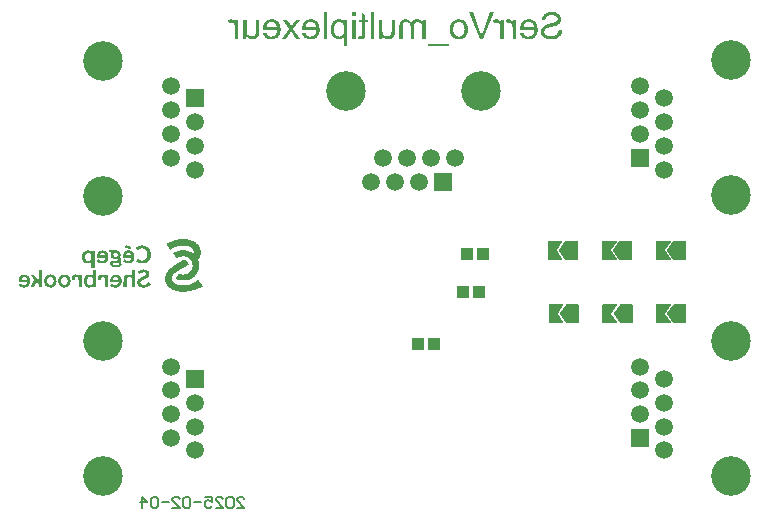
<source format=gbs>
G04*
G04 #@! TF.GenerationSoftware,Altium Limited,Altium Designer,22.11.1 (43)*
G04*
G04 Layer_Color=16711935*
%FSLAX25Y25*%
%MOIN*%
G70*
G04*
G04 #@! TF.SameCoordinates,86DA71BE-ED10-4D6F-9541-DF3680A4200E*
G04*
G04*
G04 #@! TF.FilePolarity,Negative*
G04*
G01*
G75*
%ADD28R,0.03943X0.04337*%
%ADD31R,0.05904X0.05904*%
%ADD32C,0.05904*%
%ADD33C,0.13195*%
%ADD34R,0.05904X0.05904*%
%ADD43C,0.00709*%
G36*
X117664Y170322D02*
X116580D01*
Y171559D01*
X117664D01*
Y170322D01*
D02*
G37*
G36*
X138306Y169264D02*
X138523Y169226D01*
X138714Y169187D01*
X138880Y169137D01*
X139020Y169073D01*
X139122Y169035D01*
X139186Y168996D01*
X139211Y168983D01*
X139390Y168869D01*
X139543Y168741D01*
X139683Y168614D01*
X139798Y168486D01*
X139887Y168384D01*
X139963Y168295D01*
X140002Y168244D01*
X140014Y168219D01*
Y169137D01*
X140983D01*
Y162736D01*
X139900D01*
Y166051D01*
X139887Y166357D01*
X139874Y166625D01*
X139849Y166854D01*
X139810Y167045D01*
X139772Y167186D01*
X139747Y167288D01*
X139734Y167351D01*
X139721Y167377D01*
X139645Y167543D01*
X139555Y167683D01*
X139466Y167810D01*
X139377Y167912D01*
X139288Y167989D01*
X139224Y168040D01*
X139173Y168078D01*
X139160Y168091D01*
X139007Y168167D01*
X138867Y168231D01*
X138714Y168270D01*
X138586Y168308D01*
X138484Y168321D01*
X138395Y168333D01*
X138319D01*
X138102Y168321D01*
X137923Y168282D01*
X137770Y168219D01*
X137656Y168155D01*
X137566Y168078D01*
X137503Y168027D01*
X137464Y167976D01*
X137452Y167964D01*
X137362Y167810D01*
X137299Y167645D01*
X137248Y167466D01*
X137222Y167288D01*
X137197Y167135D01*
X137184Y166995D01*
Y166944D01*
Y166918D01*
Y166893D01*
Y166880D01*
Y162736D01*
X136100D01*
Y166446D01*
X136075Y166790D01*
X136024Y167084D01*
X135960Y167326D01*
X135871Y167530D01*
X135794Y167683D01*
X135718Y167785D01*
X135667Y167849D01*
X135654Y167874D01*
X135475Y168027D01*
X135284Y168142D01*
X135093Y168219D01*
X134914Y168282D01*
X134761Y168308D01*
X134634Y168321D01*
X134583Y168333D01*
X134519D01*
X134379Y168321D01*
X134264Y168308D01*
X134149Y168282D01*
X134060Y168244D01*
X133971Y168206D01*
X133920Y168180D01*
X133882Y168167D01*
X133869Y168155D01*
X133767Y168078D01*
X133690Y168002D01*
X133627Y167925D01*
X133576Y167849D01*
X133537Y167785D01*
X133512Y167734D01*
X133486Y167696D01*
Y167683D01*
X133448Y167568D01*
X133423Y167415D01*
X133410Y167262D01*
X133397Y167109D01*
X133384Y166969D01*
Y166854D01*
Y166778D01*
Y166765D01*
Y166752D01*
Y162736D01*
X132301D01*
Y167122D01*
Y167326D01*
X132326Y167505D01*
X132352Y167683D01*
X132377Y167836D01*
X132415Y167989D01*
X132466Y168116D01*
X132505Y168231D01*
X132556Y168346D01*
X132607Y168435D01*
X132645Y168525D01*
X132734Y168639D01*
X132785Y168716D01*
X132811Y168741D01*
X133015Y168920D01*
X133257Y169047D01*
X133499Y169149D01*
X133729Y169213D01*
X133945Y169251D01*
X134035Y169264D01*
X134124D01*
X134188Y169277D01*
X134277D01*
X134506Y169264D01*
X134710Y169226D01*
X134914Y169175D01*
X135106Y169098D01*
X135284Y169009D01*
X135450Y168920D01*
X135590Y168818D01*
X135730Y168716D01*
X135858Y168601D01*
X135960Y168499D01*
X136049Y168410D01*
X136126Y168321D01*
X136189Y168244D01*
X136228Y168193D01*
X136253Y168155D01*
X136266Y168142D01*
X136342Y168333D01*
X136444Y168499D01*
X136559Y168639D01*
X136661Y168754D01*
X136763Y168856D01*
X136840Y168920D01*
X136891Y168958D01*
X136916Y168971D01*
X137095Y169073D01*
X137286Y169149D01*
X137477Y169200D01*
X137668Y169238D01*
X137821Y169264D01*
X137962Y169277D01*
X138076D01*
X138306Y169264D01*
D02*
G37*
G36*
X96868Y166051D02*
X99202Y162736D01*
X97888D01*
X96167Y165184D01*
X95861Y164712D01*
X94535Y162736D01*
X93209D01*
X95542Y166051D01*
X93362Y169137D01*
X94675D01*
X95759Y167619D01*
X95925Y167377D01*
X96001Y167262D01*
X96078Y167148D01*
X96142Y167058D01*
X96193Y166982D01*
X96231Y166931D01*
X96244Y166918D01*
X96307Y167033D01*
X96384Y167148D01*
X96460Y167262D01*
X96524Y167377D01*
X96588Y167466D01*
X96639Y167555D01*
X96677Y167606D01*
X96690Y167619D01*
X97697Y169137D01*
X99023D01*
X96868Y166051D01*
D02*
G37*
G36*
X160274Y162736D02*
X159050D01*
X155608Y171559D01*
X156793D01*
X159190Y165146D01*
X159292Y164878D01*
X159382Y164623D01*
X159458Y164381D01*
X159522Y164164D01*
X159586Y163973D01*
X159624Y163832D01*
X159637Y163781D01*
X159649Y163743D01*
X159662Y163718D01*
Y163705D01*
X159815Y164215D01*
X159892Y164457D01*
X159968Y164674D01*
X160032Y164865D01*
X160057Y164942D01*
X160070Y165018D01*
X160096Y165069D01*
X160108Y165108D01*
X160121Y165133D01*
Y165146D01*
X162416Y171559D01*
X163691D01*
X160274Y162736D01*
D02*
G37*
G36*
X120915Y170718D02*
Y169137D01*
X121718D01*
Y168295D01*
X120915D01*
Y164597D01*
Y164419D01*
Y164266D01*
X120902Y164126D01*
X120889Y163986D01*
Y163871D01*
X120877Y163769D01*
X120851Y163603D01*
X120826Y163476D01*
X120813Y163386D01*
X120787Y163335D01*
Y163322D01*
X120736Y163208D01*
X120660Y163119D01*
X120583Y163029D01*
X120520Y162966D01*
X120443Y162902D01*
X120392Y162864D01*
X120354Y162838D01*
X120341Y162825D01*
X120201Y162761D01*
X120061Y162723D01*
X119908Y162685D01*
X119755Y162672D01*
X119627Y162660D01*
X119525Y162647D01*
X119423D01*
X119143Y162660D01*
X119002Y162672D01*
X118875Y162698D01*
X118760Y162710D01*
X118671Y162723D01*
X118620Y162736D01*
X118594D01*
X118735Y163692D01*
X118837Y163680D01*
X118939Y163667D01*
X119028D01*
X119092Y163654D01*
X119219D01*
X119385Y163667D01*
X119500Y163692D01*
X119563Y163718D01*
X119589Y163731D01*
X119678Y163794D01*
X119729Y163858D01*
X119767Y163909D01*
X119780Y163935D01*
X119793Y163998D01*
X119806Y164087D01*
X119818Y164292D01*
X119831Y164381D01*
Y164457D01*
Y164508D01*
Y164534D01*
Y168295D01*
X118735D01*
Y169137D01*
X119831D01*
Y171368D01*
X120915Y170718D01*
D02*
G37*
G36*
X130720Y165171D02*
Y164929D01*
X130707Y164712D01*
X130694Y164547D01*
X130681Y164393D01*
Y164292D01*
X130669Y164215D01*
X130656Y164164D01*
Y164151D01*
X130618Y163986D01*
X130567Y163832D01*
X130516Y163692D01*
X130452Y163577D01*
X130401Y163476D01*
X130363Y163412D01*
X130337Y163361D01*
X130324Y163348D01*
X130222Y163233D01*
X130108Y163131D01*
X129993Y163042D01*
X129865Y162966D01*
X129763Y162902D01*
X129674Y162851D01*
X129623Y162825D01*
X129598Y162812D01*
X129406Y162736D01*
X129228Y162685D01*
X129049Y162647D01*
X128884Y162621D01*
X128743Y162609D01*
X128629Y162596D01*
X128539D01*
X128310Y162609D01*
X128080Y162647D01*
X127876Y162698D01*
X127672Y162761D01*
X127494Y162851D01*
X127328Y162940D01*
X127175Y163029D01*
X127035Y163131D01*
X126907Y163233D01*
X126805Y163322D01*
X126716Y163425D01*
X126640Y163501D01*
X126576Y163565D01*
X126538Y163616D01*
X126512Y163654D01*
X126499Y163667D01*
Y162736D01*
X125530D01*
Y169137D01*
X126614D01*
Y165707D01*
X126627Y165413D01*
X126640Y165158D01*
X126665Y164942D01*
X126703Y164763D01*
X126742Y164623D01*
X126767Y164521D01*
X126780Y164470D01*
X126793Y164444D01*
X126869Y164292D01*
X126958Y164164D01*
X127060Y164049D01*
X127162Y163947D01*
X127252Y163871D01*
X127328Y163820D01*
X127379Y163781D01*
X127405Y163769D01*
X127570Y163692D01*
X127736Y163628D01*
X127889Y163590D01*
X128029Y163552D01*
X128144Y163539D01*
X128233Y163526D01*
X128323D01*
X128501Y163539D01*
X128654Y163565D01*
X128794Y163603D01*
X128909Y163654D01*
X129011Y163692D01*
X129075Y163731D01*
X129126Y163756D01*
X129139Y163769D01*
X129253Y163871D01*
X129343Y163973D01*
X129419Y164087D01*
X129483Y164190D01*
X129521Y164292D01*
X129547Y164368D01*
X129572Y164419D01*
Y164432D01*
X129598Y164572D01*
X129610Y164738D01*
X129623Y164929D01*
Y165120D01*
X129636Y165299D01*
Y165439D01*
Y165503D01*
Y165541D01*
Y165567D01*
Y165579D01*
Y169137D01*
X130720D01*
Y165171D01*
D02*
G37*
G36*
X85457Y165171D02*
Y164929D01*
X85444Y164712D01*
X85432Y164547D01*
X85419Y164393D01*
Y164292D01*
X85406Y164215D01*
X85393Y164164D01*
Y164151D01*
X85355Y163986D01*
X85304Y163832D01*
X85253Y163692D01*
X85189Y163577D01*
X85138Y163476D01*
X85100Y163412D01*
X85075Y163361D01*
X85062Y163348D01*
X84960Y163233D01*
X84845Y163131D01*
X84730Y163042D01*
X84603Y162966D01*
X84501Y162902D01*
X84412Y162851D01*
X84361Y162825D01*
X84335Y162812D01*
X84144Y162736D01*
X83965Y162685D01*
X83787Y162647D01*
X83621Y162621D01*
X83481Y162609D01*
X83366Y162596D01*
X83277D01*
X83047Y162609D01*
X82818Y162647D01*
X82614Y162698D01*
X82410Y162761D01*
X82231Y162851D01*
X82066Y162940D01*
X81913Y163029D01*
X81772Y163131D01*
X81645Y163233D01*
X81543Y163322D01*
X81454Y163425D01*
X81377Y163501D01*
X81313Y163565D01*
X81275Y163616D01*
X81250Y163654D01*
X81237Y163667D01*
Y162736D01*
X80268D01*
Y169137D01*
X81352D01*
Y165707D01*
X81364Y165413D01*
X81377Y165158D01*
X81403Y164942D01*
X81441Y164763D01*
X81479Y164623D01*
X81505Y164521D01*
X81517Y164470D01*
X81530Y164444D01*
X81607Y164292D01*
X81696Y164164D01*
X81798Y164049D01*
X81900Y163947D01*
X81989Y163871D01*
X82066Y163820D01*
X82117Y163781D01*
X82142Y163769D01*
X82308Y163692D01*
X82474Y163628D01*
X82627Y163590D01*
X82767Y163552D01*
X82882Y163539D01*
X82971Y163526D01*
X83060D01*
X83239Y163539D01*
X83392Y163565D01*
X83532Y163603D01*
X83647Y163654D01*
X83749Y163692D01*
X83812Y163731D01*
X83863Y163756D01*
X83876Y163769D01*
X83991Y163871D01*
X84080Y163973D01*
X84157Y164087D01*
X84220Y164190D01*
X84259Y164292D01*
X84284Y164368D01*
X84310Y164419D01*
Y164432D01*
X84335Y164572D01*
X84348Y164738D01*
X84361Y164929D01*
Y165120D01*
X84373Y165299D01*
Y165439D01*
Y165503D01*
Y165541D01*
Y165567D01*
Y165579D01*
Y169137D01*
X85457D01*
Y165171D01*
D02*
G37*
G36*
X175612Y169264D02*
X175842Y169238D01*
X176059Y169200D01*
X176263Y169137D01*
X176454Y169073D01*
X176632Y168996D01*
X176798Y168920D01*
X176938Y168831D01*
X177079Y168754D01*
X177193Y168665D01*
X177295Y168588D01*
X177372Y168525D01*
X177436Y168461D01*
X177487Y168422D01*
X177512Y168397D01*
X177525Y168384D01*
X177665Y168206D01*
X177793Y168015D01*
X177907Y167823D01*
X178009Y167619D01*
X178086Y167403D01*
X178150Y167199D01*
X178252Y166790D01*
X178290Y166612D01*
X178315Y166434D01*
X178328Y166280D01*
X178341Y166140D01*
X178354Y166025D01*
Y165949D01*
Y165885D01*
Y165873D01*
X178341Y165592D01*
X178315Y165324D01*
X178277Y165069D01*
X178226Y164840D01*
X178162Y164623D01*
X178099Y164419D01*
X178022Y164241D01*
X177946Y164075D01*
X177869Y163935D01*
X177793Y163807D01*
X177729Y163705D01*
X177665Y163616D01*
X177614Y163539D01*
X177576Y163488D01*
X177550Y163463D01*
X177538Y163450D01*
X177372Y163297D01*
X177206Y163170D01*
X177028Y163055D01*
X176836Y162953D01*
X176658Y162876D01*
X176467Y162800D01*
X176110Y162698D01*
X175944Y162672D01*
X175791Y162647D01*
X175651Y162621D01*
X175536Y162609D01*
X175447Y162596D01*
X175306D01*
X174911Y162621D01*
X174554Y162685D01*
X174235Y162761D01*
X174108Y162812D01*
X173980Y162864D01*
X173866Y162915D01*
X173764Y162966D01*
X173687Y163004D01*
X173611Y163042D01*
X173560Y163080D01*
X173521Y163106D01*
X173496Y163131D01*
X173483D01*
X173228Y163361D01*
X173024Y163603D01*
X172846Y163858D01*
X172718Y164100D01*
X172616Y164317D01*
X172578Y164419D01*
X172540Y164496D01*
X172514Y164572D01*
X172501Y164623D01*
X172489Y164648D01*
Y164661D01*
X173611Y164802D01*
X173713Y164559D01*
X173827Y164355D01*
X173942Y164177D01*
X174044Y164037D01*
X174133Y163935D01*
X174210Y163858D01*
X174274Y163807D01*
X174286Y163794D01*
X174452Y163692D01*
X174618Y163616D01*
X174796Y163565D01*
X174949Y163526D01*
X175090Y163501D01*
X175204Y163488D01*
X175306D01*
X175459Y163501D01*
X175600Y163514D01*
X175855Y163577D01*
X176084Y163667D01*
X176288Y163769D01*
X176441Y163858D01*
X176556Y163947D01*
X176632Y164011D01*
X176645Y164037D01*
X176658D01*
X176836Y164266D01*
X176977Y164521D01*
X177079Y164802D01*
X177155Y165057D01*
X177193Y165286D01*
X177219Y165388D01*
X177232Y165477D01*
Y165554D01*
X177244Y165605D01*
Y165643D01*
Y165656D01*
X172463D01*
X172450Y165783D01*
Y165873D01*
Y165924D01*
Y165936D01*
X172463Y166229D01*
X172489Y166497D01*
X172527Y166752D01*
X172578Y166995D01*
X172642Y167211D01*
X172705Y167415D01*
X172782Y167594D01*
X172858Y167760D01*
X172935Y167912D01*
X173011Y168040D01*
X173075Y168142D01*
X173139Y168231D01*
X173190Y168308D01*
X173228Y168359D01*
X173254Y168384D01*
X173266Y168397D01*
X173419Y168550D01*
X173585Y168690D01*
X173764Y168805D01*
X173942Y168907D01*
X174121Y168996D01*
X174286Y169060D01*
X174465Y169124D01*
X174618Y169162D01*
X174784Y169200D01*
X174924Y169226D01*
X175051Y169251D01*
X175153Y169264D01*
X175243Y169277D01*
X175370D01*
X175612Y169264D01*
D02*
G37*
G36*
X102950Y169264D02*
X103180Y169238D01*
X103396Y169200D01*
X103600Y169137D01*
X103792Y169073D01*
X103970Y168996D01*
X104136Y168920D01*
X104276Y168831D01*
X104416Y168754D01*
X104531Y168665D01*
X104633Y168588D01*
X104710Y168525D01*
X104773Y168461D01*
X104824Y168422D01*
X104850Y168397D01*
X104863Y168384D01*
X105003Y168206D01*
X105130Y168015D01*
X105245Y167823D01*
X105347Y167619D01*
X105424Y167403D01*
X105487Y167199D01*
X105589Y166790D01*
X105628Y166612D01*
X105653Y166434D01*
X105666Y166280D01*
X105679Y166140D01*
X105691Y166025D01*
Y165949D01*
Y165885D01*
Y165873D01*
X105679Y165592D01*
X105653Y165324D01*
X105615Y165069D01*
X105564Y164840D01*
X105500Y164623D01*
X105436Y164419D01*
X105360Y164241D01*
X105283Y164075D01*
X105207Y163935D01*
X105130Y163807D01*
X105067Y163705D01*
X105003Y163616D01*
X104952Y163539D01*
X104914Y163488D01*
X104888Y163463D01*
X104875Y163450D01*
X104710Y163297D01*
X104544Y163170D01*
X104365Y163055D01*
X104174Y162953D01*
X103996Y162876D01*
X103804Y162800D01*
X103447Y162698D01*
X103282Y162672D01*
X103129Y162647D01*
X102988Y162621D01*
X102874Y162609D01*
X102784Y162596D01*
X102644D01*
X102249Y162621D01*
X101892Y162685D01*
X101573Y162761D01*
X101446Y162812D01*
X101318Y162864D01*
X101203Y162915D01*
X101101Y162966D01*
X101025Y163004D01*
X100948Y163042D01*
X100897Y163080D01*
X100859Y163106D01*
X100834Y163131D01*
X100821D01*
X100566Y163361D01*
X100362Y163603D01*
X100183Y163858D01*
X100056Y164100D01*
X99954Y164317D01*
X99916Y164419D01*
X99877Y164496D01*
X99852Y164572D01*
X99839Y164623D01*
X99826Y164648D01*
Y164661D01*
X100948Y164802D01*
X101050Y164559D01*
X101165Y164355D01*
X101280Y164177D01*
X101382Y164037D01*
X101471Y163935D01*
X101548Y163858D01*
X101611Y163807D01*
X101624Y163794D01*
X101790Y163692D01*
X101956Y163616D01*
X102134Y163565D01*
X102287Y163526D01*
X102427Y163501D01*
X102542Y163488D01*
X102644D01*
X102797Y163501D01*
X102937Y163514D01*
X103192Y163577D01*
X103422Y163667D01*
X103626Y163769D01*
X103779Y163858D01*
X103894Y163947D01*
X103970Y164011D01*
X103983Y164037D01*
X103996D01*
X104174Y164266D01*
X104314Y164521D01*
X104416Y164802D01*
X104493Y165057D01*
X104531Y165286D01*
X104557Y165388D01*
X104569Y165477D01*
Y165554D01*
X104582Y165605D01*
Y165643D01*
Y165656D01*
X99801Y165656D01*
X99788Y165783D01*
Y165873D01*
Y165924D01*
Y165936D01*
X99801Y166229D01*
X99826Y166497D01*
X99865Y166752D01*
X99916Y166995D01*
X99979Y167211D01*
X100043Y167415D01*
X100120Y167594D01*
X100196Y167760D01*
X100273Y167912D01*
X100349Y168040D01*
X100413Y168142D01*
X100477Y168231D01*
X100528Y168308D01*
X100566Y168359D01*
X100591Y168384D01*
X100604Y168397D01*
X100757Y168550D01*
X100923Y168690D01*
X101101Y168805D01*
X101280Y168907D01*
X101458Y168996D01*
X101624Y169060D01*
X101803Y169124D01*
X101956Y169162D01*
X102121Y169200D01*
X102262Y169226D01*
X102389Y169251D01*
X102491Y169264D01*
X102580Y169277D01*
X102708D01*
X102950Y169264D01*
D02*
G37*
G36*
X89920Y169264D02*
X90149Y169238D01*
X90366Y169200D01*
X90570Y169137D01*
X90761Y169073D01*
X90940Y168996D01*
X91105Y168920D01*
X91246Y168831D01*
X91386Y168754D01*
X91501Y168665D01*
X91603Y168588D01*
X91679Y168525D01*
X91743Y168461D01*
X91794Y168422D01*
X91819Y168397D01*
X91832Y168384D01*
X91972Y168206D01*
X92100Y168015D01*
X92215Y167823D01*
X92317Y167619D01*
X92393Y167403D01*
X92457Y167199D01*
X92559Y166790D01*
X92597Y166612D01*
X92623Y166434D01*
X92635Y166280D01*
X92648Y166140D01*
X92661Y166025D01*
Y165949D01*
Y165885D01*
Y165873D01*
X92648Y165592D01*
X92623Y165324D01*
X92584Y165069D01*
X92533Y164840D01*
X92470Y164623D01*
X92406Y164419D01*
X92329Y164241D01*
X92253Y164075D01*
X92176Y163935D01*
X92100Y163807D01*
X92036Y163705D01*
X91972Y163616D01*
X91921Y163539D01*
X91883Y163488D01*
X91858Y163463D01*
X91845Y163450D01*
X91679Y163297D01*
X91513Y163170D01*
X91335Y163055D01*
X91144Y162953D01*
X90965Y162876D01*
X90774Y162800D01*
X90417Y162698D01*
X90251Y162672D01*
X90098Y162647D01*
X89958Y162621D01*
X89843Y162609D01*
X89754Y162596D01*
X89614D01*
X89218Y162621D01*
X88861Y162685D01*
X88543Y162761D01*
X88415Y162812D01*
X88288Y162864D01*
X88173Y162915D01*
X88071Y162966D01*
X87994Y163004D01*
X87918Y163042D01*
X87867Y163080D01*
X87829Y163106D01*
X87803Y163131D01*
X87790D01*
X87535Y163361D01*
X87331Y163603D01*
X87153Y163858D01*
X87025Y164100D01*
X86923Y164317D01*
X86885Y164419D01*
X86847Y164496D01*
X86821Y164572D01*
X86809Y164623D01*
X86796Y164648D01*
Y164661D01*
X87918Y164802D01*
X88020Y164559D01*
X88135Y164355D01*
X88249Y164177D01*
X88351Y164037D01*
X88441Y163935D01*
X88517Y163858D01*
X88581Y163807D01*
X88594Y163794D01*
X88759Y163692D01*
X88925Y163616D01*
X89104Y163565D01*
X89257Y163526D01*
X89397Y163501D01*
X89512Y163488D01*
X89614D01*
X89767Y163501D01*
X89907Y163514D01*
X90162Y163577D01*
X90391Y163667D01*
X90595Y163769D01*
X90748Y163858D01*
X90863Y163947D01*
X90940Y164011D01*
X90952Y164037D01*
X90965D01*
X91144Y164266D01*
X91284Y164521D01*
X91386Y164802D01*
X91462Y165057D01*
X91501Y165286D01*
X91526Y165388D01*
X91539Y165477D01*
Y165554D01*
X91552Y165605D01*
Y165643D01*
Y165656D01*
X86770D01*
X86758Y165783D01*
Y165873D01*
Y165924D01*
Y165936D01*
X86770Y166229D01*
X86796Y166497D01*
X86834Y166752D01*
X86885Y166995D01*
X86949Y167211D01*
X87013Y167415D01*
X87089Y167594D01*
X87166Y167760D01*
X87242Y167912D01*
X87319Y168040D01*
X87382Y168142D01*
X87446Y168231D01*
X87497Y168308D01*
X87535Y168359D01*
X87561Y168384D01*
X87574Y168397D01*
X87727Y168550D01*
X87892Y168690D01*
X88071Y168805D01*
X88249Y168907D01*
X88428Y168996D01*
X88594Y169060D01*
X88772Y169124D01*
X88925Y169162D01*
X89091Y169200D01*
X89231Y169226D01*
X89359Y169251D01*
X89461Y169264D01*
X89550Y169277D01*
X89677D01*
X89920Y169264D01*
D02*
G37*
G36*
X168919Y169264D02*
X169046Y169238D01*
X169174Y169200D01*
X169276Y169162D01*
X169352Y169124D01*
X169429Y169086D01*
X169467Y169060D01*
X169480Y169047D01*
X169594Y168945D01*
X169709Y168818D01*
X169824Y168665D01*
X169926Y168525D01*
X170028Y168384D01*
X170092Y168270D01*
X170143Y168180D01*
X170155Y168167D01*
Y169137D01*
X171137D01*
Y162736D01*
X170053D01*
Y166077D01*
X170041Y166332D01*
X170028Y166561D01*
X170002Y166778D01*
X169964Y166969D01*
X169926Y167122D01*
X169900Y167237D01*
X169888Y167313D01*
X169875Y167339D01*
X169824Y167479D01*
X169760Y167594D01*
X169696Y167696D01*
X169633Y167785D01*
X169569Y167849D01*
X169531Y167900D01*
X169492Y167925D01*
X169480Y167938D01*
X169378Y168015D01*
X169263Y168066D01*
X169148Y168104D01*
X169059Y168129D01*
X168970Y168142D01*
X168906Y168155D01*
X168842D01*
X168702Y168142D01*
X168562Y168116D01*
X168421Y168078D01*
X168307Y168040D01*
X168205Y168002D01*
X168128Y167964D01*
X168077Y167938D01*
X168064Y167925D01*
X167669Y168920D01*
X167886Y169035D01*
X168090Y169124D01*
X168268Y169187D01*
X168434Y169238D01*
X168574Y169264D01*
X168689Y169277D01*
X168778D01*
X168919Y169264D01*
D02*
G37*
G36*
X164813D02*
X164941Y169238D01*
X165068Y169200D01*
X165170Y169162D01*
X165247Y169124D01*
X165323Y169086D01*
X165361Y169060D01*
X165374Y169047D01*
X165489Y168945D01*
X165604Y168818D01*
X165718Y168665D01*
X165820Y168525D01*
X165922Y168384D01*
X165986Y168270D01*
X166037Y168180D01*
X166050Y168167D01*
Y169137D01*
X167032D01*
Y162736D01*
X165948D01*
Y166077D01*
X165935Y166332D01*
X165922Y166561D01*
X165897Y166778D01*
X165859Y166969D01*
X165820Y167122D01*
X165795Y167237D01*
X165782Y167313D01*
X165769Y167339D01*
X165718Y167479D01*
X165655Y167594D01*
X165591Y167696D01*
X165527Y167785D01*
X165463Y167849D01*
X165425Y167900D01*
X165387Y167925D01*
X165374Y167938D01*
X165272Y168015D01*
X165157Y168066D01*
X165043Y168104D01*
X164953Y168129D01*
X164864Y168142D01*
X164800Y168155D01*
X164737D01*
X164596Y168142D01*
X164456Y168116D01*
X164316Y168078D01*
X164201Y168040D01*
X164099Y168002D01*
X164023Y167964D01*
X163972Y167938D01*
X163959Y167925D01*
X163564Y168920D01*
X163780Y169035D01*
X163984Y169124D01*
X164163Y169187D01*
X164329Y169238D01*
X164469Y169264D01*
X164584Y169277D01*
X164673D01*
X164813Y169264D01*
D02*
G37*
G36*
X123860Y162736D02*
X122776D01*
Y171559D01*
X123860D01*
Y162736D01*
D02*
G37*
G36*
X117664D02*
X116580D01*
Y169137D01*
X117664D01*
Y162736D01*
D02*
G37*
G36*
X108088D02*
X107005D01*
Y171559D01*
X108088D01*
Y162736D01*
D02*
G37*
G36*
X76366Y169264D02*
X76494Y169238D01*
X76621Y169200D01*
X76723Y169162D01*
X76800Y169124D01*
X76876Y169086D01*
X76915Y169060D01*
X76927Y169047D01*
X77042Y168945D01*
X77157Y168818D01*
X77272Y168665D01*
X77374Y168525D01*
X77476Y168384D01*
X77539Y168270D01*
X77590Y168180D01*
X77603Y168167D01*
Y169137D01*
X78585D01*
Y162736D01*
X77501D01*
Y166077D01*
X77488Y166332D01*
X77476Y166561D01*
X77450Y166778D01*
X77412Y166969D01*
X77374Y167122D01*
X77348Y167237D01*
X77335Y167313D01*
X77323Y167339D01*
X77272Y167479D01*
X77208Y167594D01*
X77144Y167696D01*
X77080Y167785D01*
X77017Y167849D01*
X76978Y167900D01*
X76940Y167925D01*
X76927Y167938D01*
X76825Y168015D01*
X76711Y168066D01*
X76596Y168104D01*
X76507Y168129D01*
X76417Y168142D01*
X76354Y168155D01*
X76290D01*
X76150Y168142D01*
X76009Y168116D01*
X75869Y168078D01*
X75754Y168040D01*
X75652Y168002D01*
X75576Y167964D01*
X75525Y167938D01*
X75512Y167925D01*
X75117Y168920D01*
X75334Y169035D01*
X75538Y169124D01*
X75716Y169187D01*
X75882Y169238D01*
X76022Y169264D01*
X76137Y169277D01*
X76226D01*
X76366Y169264D01*
D02*
G37*
G36*
X152318Y169264D02*
X152522Y169251D01*
X152917Y169162D01*
X153262Y169047D01*
X153415Y168983D01*
X153555Y168920D01*
X153682Y168856D01*
X153784Y168792D01*
X153886Y168728D01*
X153963Y168677D01*
X154027Y168626D01*
X154078Y168588D01*
X154103Y168576D01*
X154116Y168563D01*
X154294Y168397D01*
X154435Y168206D01*
X154575Y168002D01*
X154677Y167798D01*
X154779Y167581D01*
X154855Y167351D01*
X154919Y167135D01*
X154970Y166931D01*
X155021Y166727D01*
X155047Y166548D01*
X155072Y166370D01*
X155085Y166229D01*
Y166102D01*
X155098Y166013D01*
Y165962D01*
Y165936D01*
X155085Y165643D01*
X155059Y165363D01*
X155021Y165108D01*
X154970Y164865D01*
X154906Y164648D01*
X154843Y164444D01*
X154766Y164253D01*
X154690Y164087D01*
X154613Y163935D01*
X154537Y163807D01*
X154473Y163705D01*
X154409Y163616D01*
X154358Y163539D01*
X154320Y163488D01*
X154294Y163463D01*
X154282Y163450D01*
X154116Y163297D01*
X153950Y163170D01*
X153772Y163055D01*
X153593Y162953D01*
X153415Y162876D01*
X153223Y162800D01*
X152879Y162698D01*
X152726Y162672D01*
X152573Y162647D01*
X152446Y162621D01*
X152331Y162609D01*
X152229Y162596D01*
X152101D01*
X151795Y162609D01*
X151515Y162660D01*
X151247Y162723D01*
X151030Y162787D01*
X150839Y162864D01*
X150763Y162889D01*
X150699Y162915D01*
X150635Y162940D01*
X150597Y162966D01*
X150584Y162978D01*
X150571D01*
X150316Y163144D01*
X150100Y163322D01*
X149908Y163501D01*
X149755Y163680D01*
X149641Y163832D01*
X149551Y163960D01*
X149526Y164011D01*
X149500Y164049D01*
X149488Y164062D01*
Y164075D01*
X149360Y164368D01*
X149271Y164687D01*
X149194Y165006D01*
X149156Y165324D01*
X149131Y165464D01*
Y165592D01*
X149118Y165719D01*
X149105Y165822D01*
Y165911D01*
Y165974D01*
Y166013D01*
Y166025D01*
X149118Y166306D01*
X149143Y166561D01*
X149182Y166803D01*
X149233Y167033D01*
X149296Y167250D01*
X149373Y167441D01*
X149449Y167632D01*
X149526Y167785D01*
X149602Y167925D01*
X149679Y168053D01*
X149755Y168167D01*
X149819Y168257D01*
X149870Y168321D01*
X149908Y168371D01*
X149934Y168397D01*
X149947Y168410D01*
X150112Y168563D01*
X150278Y168690D01*
X150457Y168818D01*
X150635Y168907D01*
X150814Y168996D01*
X150992Y169060D01*
X151336Y169175D01*
X151502Y169200D01*
X151642Y169226D01*
X151770Y169251D01*
X151885Y169264D01*
X151974Y169277D01*
X152101D01*
X152318Y169264D01*
D02*
G37*
G36*
X183364Y171699D02*
X183658Y171661D01*
X183938Y171610D01*
X184180Y171559D01*
X184372Y171508D01*
X184461Y171483D01*
X184525Y171457D01*
X184576Y171432D01*
X184614Y171419D01*
X184639Y171406D01*
X184652D01*
X184907Y171279D01*
X185137Y171138D01*
X185328Y170985D01*
X185481Y170845D01*
X185596Y170718D01*
X185685Y170615D01*
X185749Y170539D01*
X185761Y170526D01*
Y170513D01*
X185889Y170297D01*
X185978Y170080D01*
X186042Y169863D01*
X186080Y169672D01*
X186106Y169506D01*
X186131Y169379D01*
Y169328D01*
Y169290D01*
Y169277D01*
Y169264D01*
X186118Y169047D01*
X186080Y168843D01*
X186029Y168652D01*
X185978Y168486D01*
X185927Y168359D01*
X185876Y168257D01*
X185838Y168193D01*
X185825Y168167D01*
X185698Y167989D01*
X185545Y167823D01*
X185392Y167683D01*
X185239Y167568D01*
X185111Y167466D01*
X184996Y167403D01*
X184920Y167351D01*
X184907Y167339D01*
X184894D01*
X184792Y167288D01*
X184678Y167237D01*
X184423Y167148D01*
X184129Y167058D01*
X183849Y166969D01*
X183594Y166893D01*
X183479Y166867D01*
X183377Y166841D01*
X183301Y166816D01*
X183237Y166803D01*
X183199Y166790D01*
X183186D01*
X182969Y166739D01*
X182765Y166689D01*
X182587Y166638D01*
X182434Y166599D01*
X182281Y166561D01*
X182153Y166523D01*
X182038Y166497D01*
X181949Y166459D01*
X181860Y166434D01*
X181796Y166421D01*
X181694Y166383D01*
X181630Y166370D01*
X181618Y166357D01*
X181426Y166280D01*
X181261Y166191D01*
X181120Y166102D01*
X181018Y166025D01*
X180929Y165949D01*
X180878Y165898D01*
X180840Y165860D01*
X180827Y165847D01*
X180738Y165732D01*
X180674Y165605D01*
X180636Y165477D01*
X180598Y165375D01*
X180585Y165273D01*
X180572Y165197D01*
Y165133D01*
Y165120D01*
X180585Y164967D01*
X180610Y164827D01*
X180649Y164699D01*
X180700Y164597D01*
X180751Y164496D01*
X180789Y164432D01*
X180814Y164381D01*
X180827Y164368D01*
X180929Y164241D01*
X181057Y164138D01*
X181184Y164049D01*
X181299Y163960D01*
X181414Y163909D01*
X181503Y163858D01*
X181567Y163832D01*
X181592Y163820D01*
X181783Y163756D01*
X181987Y163705D01*
X182191Y163680D01*
X182370Y163654D01*
X182523Y163641D01*
X182650Y163628D01*
X182765D01*
X183046Y163641D01*
X183301Y163667D01*
X183530Y163705D01*
X183734Y163756D01*
X183900Y163807D01*
X184027Y163845D01*
X184066Y163858D01*
X184104Y163871D01*
X184117Y163883D01*
X184129D01*
X184333Y163986D01*
X184525Y164100D01*
X184665Y164215D01*
X184792Y164330D01*
X184894Y164419D01*
X184958Y164508D01*
X184996Y164559D01*
X185009Y164572D01*
X185098Y164738D01*
X185188Y164916D01*
X185239Y165108D01*
X185290Y165273D01*
X185328Y165439D01*
X185353Y165554D01*
Y165605D01*
X185366Y165643D01*
Y165656D01*
Y165668D01*
X186463Y165567D01*
X186437Y165248D01*
X186386Y164942D01*
X186310Y164674D01*
X186220Y164432D01*
X186131Y164241D01*
X186093Y164164D01*
X186067Y164100D01*
X186029Y164049D01*
X186016Y164011D01*
X185991Y163986D01*
Y163973D01*
X185800Y163731D01*
X185596Y163514D01*
X185379Y163335D01*
X185175Y163182D01*
X184996Y163067D01*
X184843Y162991D01*
X184792Y162966D01*
X184754Y162940D01*
X184729Y162927D01*
X184716D01*
X184397Y162812D01*
X184066Y162723D01*
X183734Y162672D01*
X183415Y162621D01*
X183262Y162609D01*
X183135Y162596D01*
X183020D01*
X182918Y162583D01*
X182714D01*
X182370Y162596D01*
X182051Y162634D01*
X181758Y162698D01*
X181516Y162761D01*
X181312Y162812D01*
X181222Y162851D01*
X181146Y162876D01*
X181095Y162902D01*
X181057Y162915D01*
X181031Y162927D01*
X181018D01*
X180751Y163067D01*
X180521Y163221D01*
X180317Y163386D01*
X180151Y163539D01*
X180024Y163667D01*
X179935Y163781D01*
X179871Y163858D01*
X179858Y163871D01*
Y163883D01*
X179718Y164126D01*
X179616Y164355D01*
X179552Y164572D01*
X179501Y164776D01*
X179476Y164954D01*
X179450Y165095D01*
Y165146D01*
Y165184D01*
Y165197D01*
Y165209D01*
X179463Y165464D01*
X179501Y165707D01*
X179565Y165924D01*
X179629Y166102D01*
X179705Y166255D01*
X179756Y166370D01*
X179807Y166434D01*
X179820Y166459D01*
X179973Y166650D01*
X180151Y166829D01*
X180343Y166982D01*
X180534Y167122D01*
X180700Y167224D01*
X180840Y167300D01*
X180891Y167326D01*
X180929Y167351D01*
X180955Y167364D01*
X180967D01*
X181069Y167415D01*
X181197Y167454D01*
X181337Y167505D01*
X181490Y167555D01*
X181809Y167645D01*
X182140Y167734D01*
X182293Y167772D01*
X182434Y167810D01*
X182574Y167849D01*
X182689Y167874D01*
X182778Y167900D01*
X182854Y167912D01*
X182905Y167925D01*
X182918D01*
X183173Y167989D01*
X183403Y168040D01*
X183607Y168104D01*
X183785Y168155D01*
X183951Y168219D01*
X184091Y168270D01*
X184219Y168321D01*
X184333Y168359D01*
X184423Y168410D01*
X184499Y168448D01*
X184550Y168473D01*
X184601Y168512D01*
X184665Y168550D01*
X184678Y168563D01*
X184792Y168690D01*
X184869Y168818D01*
X184933Y168945D01*
X184971Y169073D01*
X184996Y169175D01*
X185009Y169264D01*
Y169315D01*
Y169341D01*
X184984Y169544D01*
X184933Y169723D01*
X184856Y169876D01*
X184767Y170016D01*
X184690Y170118D01*
X184614Y170208D01*
X184563Y170258D01*
X184537Y170271D01*
X184435Y170335D01*
X184333Y170399D01*
X184091Y170501D01*
X183836Y170564D01*
X183581Y170615D01*
X183352Y170641D01*
X183250Y170654D01*
X183173Y170667D01*
X182995D01*
X182638Y170654D01*
X182319Y170603D01*
X182064Y170526D01*
X181847Y170450D01*
X181681Y170373D01*
X181554Y170297D01*
X181490Y170246D01*
X181465Y170233D01*
X181286Y170054D01*
X181146Y169863D01*
X181031Y169659D01*
X180955Y169455D01*
X180904Y169264D01*
X180865Y169124D01*
X180853Y169060D01*
X180840Y169022D01*
Y168996D01*
Y168983D01*
X179718Y169073D01*
X179743Y169353D01*
X179807Y169608D01*
X179871Y169851D01*
X179960Y170054D01*
X180037Y170220D01*
X180100Y170348D01*
X180126Y170386D01*
X180151Y170424D01*
X180164Y170437D01*
Y170450D01*
X180330Y170667D01*
X180508Y170858D01*
X180700Y171023D01*
X180891Y171151D01*
X181057Y171266D01*
X181184Y171329D01*
X181235Y171355D01*
X181273Y171380D01*
X181299Y171393D01*
X181312D01*
X181592Y171495D01*
X181898Y171572D01*
X182179Y171635D01*
X182446Y171674D01*
X182689Y171699D01*
X182778D01*
X182867Y171712D01*
X183033D01*
X183364Y171699D01*
D02*
G37*
G36*
X148837Y160288D02*
X141659D01*
Y161066D01*
X148837D01*
Y160288D01*
D02*
G37*
G36*
X112321Y169264D02*
X112525Y169238D01*
X112704Y169200D01*
X112857Y169149D01*
X112984Y169098D01*
X113086Y169060D01*
X113137Y169035D01*
X113163Y169022D01*
X113316Y168920D01*
X113469Y168805D01*
X113596Y168690D01*
X113711Y168563D01*
X113813Y168461D01*
X113877Y168371D01*
X113928Y168321D01*
X113941Y168295D01*
Y169137D01*
X114922D01*
Y160288D01*
X113839D01*
Y163399D01*
X113737Y163271D01*
X113622Y163157D01*
X113494Y163055D01*
X113392Y162978D01*
X113290Y162902D01*
X113214Y162851D01*
X113150Y162825D01*
X113137Y162812D01*
X112972Y162736D01*
X112806Y162685D01*
X112640Y162647D01*
X112487Y162621D01*
X112360Y162609D01*
X112258Y162596D01*
X112168D01*
X111901Y162609D01*
X111633Y162660D01*
X111403Y162723D01*
X111187Y162800D01*
X111008Y162876D01*
X110881Y162940D01*
X110830Y162966D01*
X110791Y162991D01*
X110779Y163004D01*
X110766D01*
X110524Y163182D01*
X110320Y163373D01*
X110141Y163565D01*
X110001Y163756D01*
X109886Y163935D01*
X109797Y164075D01*
X109771Y164126D01*
X109746Y164164D01*
X109733Y164190D01*
Y164202D01*
X109618Y164508D01*
X109529Y164814D01*
X109465Y165108D01*
X109414Y165388D01*
X109389Y165618D01*
Y165719D01*
X109376Y165809D01*
Y165885D01*
Y165936D01*
Y165962D01*
Y165974D01*
X109389Y166306D01*
X109427Y166625D01*
X109478Y166905D01*
X109542Y167160D01*
X109606Y167364D01*
X109631Y167454D01*
X109657Y167530D01*
X109682Y167581D01*
X109695Y167619D01*
X109708Y167645D01*
Y167657D01*
X109835Y167925D01*
X109988Y168167D01*
X110141Y168371D01*
X110294Y168537D01*
X110434Y168665D01*
X110549Y168767D01*
X110626Y168818D01*
X110638Y168843D01*
X110651D01*
X110893Y168983D01*
X111136Y169098D01*
X111378Y169175D01*
X111607Y169226D01*
X111799Y169251D01*
X111888Y169264D01*
X111952Y169277D01*
X112092D01*
X112321Y169264D01*
D02*
G37*
G36*
X227737Y95350D02*
X227775Y95338D01*
X227810Y95320D01*
X227840Y95295D01*
X227865Y95264D01*
X227884Y95230D01*
X227895Y95192D01*
X227899Y95153D01*
Y89247D01*
X227895Y89208D01*
X227884Y89170D01*
X227865Y89136D01*
X227840Y89105D01*
X227810Y89080D01*
X227775Y89062D01*
X227737Y89050D01*
X227698Y89046D01*
X223761D01*
X223761Y89046D01*
X223761Y89046D01*
X223741Y89048D01*
X223722Y89050D01*
X223722Y89050D01*
X223722Y89050D01*
X223704Y89056D01*
X223684Y89062D01*
X223684Y89062D01*
X223684Y89062D01*
X223666Y89072D01*
X223649Y89080D01*
X223649Y89080D01*
X223649Y89080D01*
X223635Y89092D01*
X223619Y89105D01*
X223619Y89105D01*
X223619Y89105D01*
X223607Y89119D01*
X223594Y89136D01*
X223594Y89136D01*
X223594Y89136D01*
X221626Y92088D01*
X221626Y92088D01*
X221626Y92088D01*
X221625Y92089D01*
X221616Y92106D01*
X221607Y92123D01*
X221607Y92123D01*
X221607Y92123D01*
X221601Y92142D01*
X221596Y92161D01*
X221596Y92161D01*
X221595Y92161D01*
X221594Y92180D01*
X221592Y92200D01*
X221592Y92200D01*
X221592Y92200D01*
X221594Y92220D01*
X221595Y92239D01*
X221596Y92239D01*
X221596Y92239D01*
X221601Y92257D01*
X221607Y92277D01*
X221607Y92277D01*
X221607Y92277D01*
X221614Y92291D01*
X221625Y92312D01*
X223594Y95264D01*
X223594Y95264D01*
X223594Y95264D01*
X223604Y95277D01*
X223619Y95295D01*
X223619Y95295D01*
X223619Y95295D01*
X223637Y95309D01*
X223649Y95320D01*
X223649Y95320D01*
X223649Y95320D01*
X223669Y95330D01*
X223684Y95338D01*
X223684Y95338D01*
X223684Y95338D01*
X223704Y95344D01*
X223722Y95350D01*
X223722Y95350D01*
X223722Y95350D01*
X223741Y95352D01*
X223761Y95354D01*
X223761Y95354D01*
X223761Y95354D01*
X227698D01*
X227737Y95350D01*
D02*
G37*
G36*
X209629D02*
X209667Y95338D01*
X209702Y95320D01*
X209732Y95295D01*
X209757Y95264D01*
X209776Y95230D01*
X209787Y95192D01*
X209791Y95153D01*
Y89247D01*
X209787Y89208D01*
X209776Y89170D01*
X209757Y89136D01*
X209732Y89105D01*
X209702Y89080D01*
X209667Y89062D01*
X209629Y89050D01*
X209590Y89046D01*
X205653D01*
X205653Y89046D01*
X205653Y89046D01*
X205633Y89048D01*
X205614Y89050D01*
X205614Y89050D01*
X205614Y89050D01*
X205595Y89056D01*
X205576Y89062D01*
X205576Y89062D01*
X205576Y89062D01*
X205557Y89072D01*
X205541Y89080D01*
X205541Y89080D01*
X205541Y89080D01*
X205527Y89092D01*
X205511Y89105D01*
X205511Y89105D01*
X205511Y89105D01*
X205499Y89119D01*
X205486Y89136D01*
X205486Y89136D01*
X205486Y89136D01*
X203518Y92088D01*
X203518Y92088D01*
X203518Y92088D01*
X203517Y92089D01*
X203508Y92106D01*
X203499Y92123D01*
X203499Y92123D01*
X203499Y92123D01*
X203493Y92142D01*
X203487Y92161D01*
X203487Y92161D01*
X203487Y92161D01*
X203485Y92180D01*
X203484Y92200D01*
X203484Y92200D01*
X203484Y92200D01*
X203485Y92220D01*
X203487Y92239D01*
X203487Y92239D01*
X203487Y92239D01*
X203493Y92257D01*
X203499Y92277D01*
X203499Y92277D01*
X203499Y92277D01*
X203506Y92291D01*
X203517Y92312D01*
X205486Y95264D01*
X205486Y95264D01*
X205486Y95264D01*
X205496Y95277D01*
X205511Y95295D01*
X205511Y95295D01*
X205511Y95295D01*
X205528Y95309D01*
X205541Y95320D01*
X205541Y95320D01*
X205541Y95320D01*
X205561Y95330D01*
X205576Y95338D01*
X205576Y95338D01*
X205576Y95338D01*
X205595Y95344D01*
X205614Y95350D01*
X205614Y95350D01*
X205614Y95350D01*
X205633Y95352D01*
X205653Y95354D01*
X205653Y95354D01*
X205653Y95354D01*
X209590D01*
X209629Y95350D01*
D02*
G37*
G36*
X191521D02*
X191559Y95338D01*
X191594Y95320D01*
X191624Y95295D01*
X191649Y95264D01*
X191668Y95230D01*
X191679Y95192D01*
X191683Y95153D01*
Y89247D01*
X191679Y89208D01*
X191668Y89170D01*
X191649Y89136D01*
X191624Y89105D01*
X191594Y89080D01*
X191559Y89062D01*
X191521Y89050D01*
X191482Y89046D01*
X187545D01*
X187545Y89046D01*
X187545Y89046D01*
X187525Y89048D01*
X187506Y89050D01*
X187506Y89050D01*
X187505Y89050D01*
X187487Y89056D01*
X187468Y89062D01*
X187468Y89062D01*
X187468Y89062D01*
X187449Y89072D01*
X187433Y89080D01*
X187433Y89080D01*
X187433Y89080D01*
X187419Y89092D01*
X187403Y89105D01*
X187403Y89105D01*
X187403Y89105D01*
X187391Y89119D01*
X187378Y89136D01*
X187378Y89136D01*
X187378Y89136D01*
X185409Y92088D01*
X185409Y92088D01*
X185409Y92088D01*
X185409Y92089D01*
X185400Y92106D01*
X185391Y92123D01*
X185391Y92123D01*
X185391Y92123D01*
X185385Y92142D01*
X185379Y92161D01*
X185379Y92161D01*
X185379Y92161D01*
X185377Y92180D01*
X185375Y92200D01*
X185375Y92200D01*
X185375Y92200D01*
X185377Y92220D01*
X185379Y92239D01*
X185379Y92239D01*
X185379Y92239D01*
X185385Y92257D01*
X185391Y92277D01*
X185391Y92277D01*
X185391Y92277D01*
X185398Y92291D01*
X185409Y92312D01*
X187378Y95264D01*
X187378Y95264D01*
X187378Y95264D01*
X187388Y95277D01*
X187403Y95295D01*
X187403Y95295D01*
X187403Y95295D01*
X187420Y95309D01*
X187433Y95320D01*
X187433Y95320D01*
X187433Y95320D01*
X187453Y95330D01*
X187468Y95338D01*
X187468Y95338D01*
X187468Y95338D01*
X187487Y95344D01*
X187505Y95350D01*
X187506Y95350D01*
X187506Y95350D01*
X187525Y95352D01*
X187545Y95354D01*
X187545Y95354D01*
X187545Y95354D01*
X191482D01*
X191521Y95350D01*
D02*
G37*
G36*
X41113Y94004D02*
X41153Y93991D01*
X41192Y93978D01*
X41245Y93958D01*
X41297Y93939D01*
X41343Y93919D01*
X41369Y93913D01*
X41383Y93906D01*
X41481Y93866D01*
X41586Y93821D01*
X41691Y93781D01*
X41789Y93742D01*
X41875Y93709D01*
X41940Y93683D01*
X41966Y93670D01*
X41986Y93663D01*
X41993Y93657D01*
X41999D01*
X42130Y93604D01*
X42242Y93558D01*
X42347Y93519D01*
X42439Y93486D01*
X42511Y93453D01*
X42570Y93434D01*
X42603Y93420D01*
X42616Y93414D01*
X42708Y93375D01*
X42780Y93348D01*
X42832Y93329D01*
X42865Y93316D01*
X42891Y93302D01*
X42904Y93296D01*
X42911D01*
X42917Y93289D01*
X42924Y93270D01*
Y93224D01*
X42917Y93165D01*
X42898Y93099D01*
X42872Y93033D01*
X42852Y92981D01*
X42839Y92942D01*
X42832Y92935D01*
Y92928D01*
X42806Y92869D01*
X42786Y92817D01*
X42760Y92771D01*
X42740Y92732D01*
X42701Y92673D01*
X42675Y92633D01*
X42649Y92607D01*
X42629Y92594D01*
X42622Y92587D01*
X42616D01*
X42590Y92594D01*
X42550Y92601D01*
X42498Y92614D01*
X42445Y92633D01*
X42386Y92646D01*
X42340Y92659D01*
X42307Y92666D01*
X42294Y92673D01*
X42183Y92705D01*
X42071Y92738D01*
X41966Y92778D01*
X41861Y92804D01*
X41776Y92837D01*
X41704Y92856D01*
X41678Y92863D01*
X41658Y92869D01*
X41651Y92876D01*
X41645D01*
X41540Y92909D01*
X41442Y92942D01*
X41350Y92974D01*
X41258Y93001D01*
X41179Y93027D01*
X41107Y93053D01*
X41048Y93073D01*
X40989Y93093D01*
X40936Y93106D01*
X40890Y93119D01*
X40851Y93132D01*
X40818Y93145D01*
X40799Y93151D01*
X40779D01*
X40766Y93158D01*
X40799Y93263D01*
X40831Y93348D01*
X40858Y93420D01*
X40877Y93486D01*
X40890Y93532D01*
X40904Y93565D01*
X40910Y93585D01*
Y93591D01*
X40936Y93657D01*
X40956Y93716D01*
X40976Y93762D01*
X40995Y93808D01*
X41009Y93847D01*
X41022Y93873D01*
X41028Y93886D01*
Y93893D01*
X41048Y93932D01*
X41061Y93965D01*
X41074Y93985D01*
X41087Y93998D01*
X41100Y94011D01*
X41113Y94004D01*
D02*
G37*
G36*
X60479Y95946D02*
X60623Y95939D01*
X60761Y95933D01*
X60872Y95926D01*
X60925Y95920D01*
X60997D01*
X61023Y95913D01*
X61043D01*
X61207Y95900D01*
X61345Y95887D01*
X61469Y95874D01*
X61568Y95861D01*
X61640Y95854D01*
X61692Y95841D01*
X61725Y95834D01*
X61738D01*
X61974Y95789D01*
X62211Y95736D01*
X62427Y95677D01*
X62525Y95644D01*
X62624Y95618D01*
X62709Y95592D01*
X62788Y95566D01*
X62860Y95546D01*
X62919Y95526D01*
X62965Y95507D01*
X62998Y95500D01*
X63024Y95487D01*
X63030D01*
X63267Y95395D01*
X63378Y95349D01*
X63483Y95310D01*
X63575Y95264D01*
X63667Y95224D01*
X63752Y95179D01*
X63824Y95146D01*
X63896Y95106D01*
X63955Y95074D01*
X64008Y95047D01*
X64047Y95021D01*
X64080Y95001D01*
X64106Y94988D01*
X64119Y94982D01*
X64126Y94975D01*
X64303Y94857D01*
X64467Y94739D01*
X64625Y94608D01*
X64769Y94483D01*
X64900Y94352D01*
X65025Y94221D01*
X65136Y94096D01*
X65235Y93972D01*
X65320Y93860D01*
X65399Y93755D01*
X65464Y93663D01*
X65517Y93578D01*
X65563Y93512D01*
X65589Y93460D01*
X65609Y93434D01*
X65615Y93420D01*
X65707Y93237D01*
X65779Y93053D01*
X65845Y92876D01*
X65897Y92692D01*
X65943Y92522D01*
X65983Y92351D01*
X66009Y92187D01*
X66028Y92036D01*
X66048Y91892D01*
X66055Y91767D01*
X66061Y91656D01*
Y91557D01*
Y91479D01*
Y91420D01*
Y91387D01*
Y91374D01*
X66041Y91184D01*
X66015Y91000D01*
X65983Y90836D01*
X65956Y90698D01*
X65937Y90632D01*
X65923Y90580D01*
X65910Y90534D01*
X65897Y90488D01*
X65891Y90462D01*
X65884Y90436D01*
X65877Y90422D01*
Y90416D01*
X65819Y90259D01*
X65746Y90101D01*
X65674Y89957D01*
X65602Y89826D01*
X65536Y89714D01*
X65510Y89668D01*
X65484Y89629D01*
X65458Y89603D01*
X65445Y89576D01*
X65438Y89563D01*
X65431Y89557D01*
X65366Y89458D01*
X65307Y89380D01*
X65254Y89307D01*
X65215Y89248D01*
X65182Y89209D01*
X65162Y89176D01*
X65149Y89157D01*
X65143Y89150D01*
X65182Y89019D01*
X65215Y88907D01*
X65248Y88809D01*
X65267Y88737D01*
X65287Y88678D01*
X65300Y88632D01*
X65313Y88605D01*
Y88599D01*
X65346Y88481D01*
X65372Y88363D01*
X65399Y88258D01*
X65412Y88166D01*
X65425Y88087D01*
X65431Y88028D01*
X65438Y87989D01*
Y87982D01*
Y87976D01*
X65445Y87851D01*
X65451Y87720D01*
X65458Y87576D01*
Y87438D01*
X65464Y87313D01*
Y87254D01*
Y87208D01*
Y87169D01*
Y87142D01*
Y87123D01*
Y87116D01*
Y87038D01*
Y86965D01*
Y86900D01*
X65458Y86847D01*
Y86801D01*
Y86762D01*
Y86742D01*
Y86736D01*
Y86624D01*
Y86572D01*
X65451Y86532D01*
Y86493D01*
Y86467D01*
Y86454D01*
Y86447D01*
X65445Y86362D01*
X65431Y86283D01*
X65418Y86211D01*
X65412Y86152D01*
X65399Y86099D01*
X65392Y86067D01*
X65386Y86041D01*
Y86034D01*
X65346Y85896D01*
X65326Y85824D01*
X65307Y85758D01*
X65287Y85699D01*
X65274Y85653D01*
X65267Y85627D01*
X65261Y85614D01*
X65176Y85385D01*
X65090Y85181D01*
X65051Y85089D01*
X65012Y85004D01*
X64972Y84925D01*
X64939Y84853D01*
X64907Y84787D01*
X64874Y84728D01*
X64848Y84683D01*
X64828Y84637D01*
X64808Y84604D01*
X64795Y84584D01*
X64782Y84571D01*
Y84565D01*
X64670Y84407D01*
X64552Y84250D01*
X64421Y84092D01*
X64297Y83954D01*
X64244Y83889D01*
X64185Y83830D01*
X64139Y83777D01*
X64100Y83731D01*
X64060Y83698D01*
X64034Y83672D01*
X64021Y83653D01*
X64015Y83646D01*
X63824Y83469D01*
X63634Y83305D01*
X63450Y83167D01*
X63293Y83049D01*
X63221Y82997D01*
X63155Y82957D01*
X63096Y82918D01*
X63044Y82885D01*
X63004Y82859D01*
X62978Y82839D01*
X62958Y82833D01*
X62952Y82826D01*
X62735Y82714D01*
X62525Y82610D01*
X62315Y82524D01*
X62125Y82452D01*
X62033Y82419D01*
X61955Y82393D01*
X61889Y82367D01*
X61830Y82347D01*
X61778Y82334D01*
X61745Y82321D01*
X61718Y82314D01*
X61712D01*
X61574Y82282D01*
X61417Y82255D01*
X61259Y82229D01*
X61108Y82216D01*
X61036Y82209D01*
X60971Y82203D01*
X60912Y82196D01*
X60859D01*
X60820Y82190D01*
X60761D01*
X60538Y82183D01*
X60328Y82177D01*
X60039D01*
X59954Y82183D01*
X59803D01*
X59737Y82190D01*
X59685D01*
X59645Y82196D01*
X59587D01*
X59468Y82203D01*
X59363Y82216D01*
X59259Y82222D01*
X59173Y82236D01*
X59101Y82242D01*
X59042Y82249D01*
X59009Y82255D01*
X58996D01*
X58898Y82275D01*
X58806Y82288D01*
X58721Y82308D01*
X58648Y82321D01*
X58589Y82334D01*
X58550Y82347D01*
X58517Y82354D01*
X58511D01*
X58425Y82380D01*
X58347Y82400D01*
X58275Y82426D01*
X58209Y82446D01*
X58150Y82465D01*
X58097Y82478D01*
X58012Y82511D01*
X57946Y82537D01*
X57907Y82557D01*
X57881Y82564D01*
X57874Y82570D01*
X57828Y82610D01*
X57796Y82656D01*
X57789Y82708D01*
X57783Y82767D01*
X57789Y82813D01*
X57802Y82859D01*
X57809Y82885D01*
X57815Y82898D01*
X57848Y82983D01*
X57887Y83069D01*
X57907Y83108D01*
X57920Y83134D01*
X57927Y83154D01*
X57933Y83161D01*
X57966Y83220D01*
X57999Y83285D01*
X58032Y83344D01*
X58065Y83403D01*
X58091Y83456D01*
X58117Y83495D01*
X58130Y83528D01*
X58137Y83534D01*
X58202Y83666D01*
X58261Y83777D01*
X58320Y83882D01*
X58373Y83974D01*
X58412Y84046D01*
X58445Y84099D01*
X58465Y84131D01*
X58471Y84145D01*
X58524Y84230D01*
X58563Y84289D01*
X58602Y84335D01*
X58629Y84368D01*
X58648Y84387D01*
X58662Y84400D01*
X58668Y84407D01*
X58681Y84414D01*
X58747D01*
X58786Y84407D01*
X58799Y84400D01*
X58806D01*
X58885Y84381D01*
X58950Y84361D01*
X58983Y84348D01*
X59003Y84341D01*
X59016Y84335D01*
X59022D01*
X59075Y84315D01*
X59127Y84295D01*
X59252Y84269D01*
X59311Y84256D01*
X59357Y84243D01*
X59383Y84237D01*
X59396D01*
X59495Y84217D01*
X59593Y84204D01*
X59678Y84190D01*
X59757Y84184D01*
X59823Y84177D01*
X59869Y84171D01*
X59914D01*
X60065Y84164D01*
X60210D01*
X60479Y84184D01*
X60610Y84197D01*
X60728Y84210D01*
X60846Y84230D01*
X60951Y84256D01*
X61043Y84276D01*
X61128Y84295D01*
X61207Y84315D01*
X61266Y84335D01*
X61318Y84348D01*
X61351Y84361D01*
X61377Y84374D01*
X61384D01*
X61509Y84427D01*
X61627Y84479D01*
X61843Y84604D01*
X61948Y84669D01*
X62040Y84735D01*
X62132Y84801D01*
X62211Y84866D01*
X62289Y84932D01*
X62355Y84984D01*
X62407Y85037D01*
X62460Y85083D01*
X62493Y85122D01*
X62525Y85148D01*
X62538Y85168D01*
X62545Y85175D01*
X62663Y85319D01*
X62768Y85457D01*
X62866Y85607D01*
X62945Y85752D01*
X63017Y85890D01*
X63083Y86027D01*
X63135Y86165D01*
X63181Y86290D01*
X63214Y86408D01*
X63247Y86513D01*
X63267Y86611D01*
X63286Y86690D01*
X63299Y86756D01*
X63306Y86808D01*
X63313Y86834D01*
Y86847D01*
X63326Y87018D01*
Y87189D01*
X63319Y87353D01*
X63299Y87510D01*
X63280Y87661D01*
X63247Y87805D01*
X63214Y87943D01*
X63181Y88068D01*
X63149Y88179D01*
X63109Y88284D01*
X63076Y88369D01*
X63050Y88448D01*
X63024Y88507D01*
X63004Y88546D01*
X62991Y88579D01*
X62985Y88586D01*
X62893Y88743D01*
X62794Y88888D01*
X62696Y89019D01*
X62604Y89137D01*
X62519Y89235D01*
X62479Y89275D01*
X62447Y89307D01*
X62420Y89334D01*
X62401Y89353D01*
X62394Y89360D01*
X62388Y89366D01*
X62250Y89491D01*
X62099Y89609D01*
X61955Y89707D01*
X61817Y89793D01*
X61699Y89865D01*
X61653Y89891D01*
X61607Y89917D01*
X61568Y89930D01*
X61541Y89944D01*
X61528Y89957D01*
X61522D01*
X61345Y90035D01*
X61259Y90062D01*
X61181Y90088D01*
X61115Y90108D01*
X61063Y90121D01*
X61030Y90134D01*
X61017D01*
X60807Y90173D01*
X60715Y90193D01*
X60623Y90200D01*
X60551Y90213D01*
X60498D01*
X60459Y90219D01*
X60446D01*
X60249Y90226D01*
X60052Y90219D01*
X59875Y90206D01*
X59711Y90186D01*
X59639Y90180D01*
X59573Y90167D01*
X59514Y90160D01*
X59468Y90154D01*
X59429Y90147D01*
X59403Y90140D01*
X59383Y90134D01*
X59377D01*
X59180Y90081D01*
X58996Y90022D01*
X58832Y89957D01*
X58694Y89891D01*
X58629Y89865D01*
X58576Y89832D01*
X58530Y89806D01*
X58484Y89786D01*
X58458Y89767D01*
X58432Y89753D01*
X58419Y89747D01*
X58412Y89740D01*
X58333Y89694D01*
X58268Y89648D01*
X58215Y89616D01*
X58170Y89583D01*
X58137Y89563D01*
X58110Y89543D01*
X58097Y89537D01*
X58091Y89530D01*
X58012Y89642D01*
X57933Y89740D01*
X57868Y89832D01*
X57802Y89924D01*
X57743Y90003D01*
X57691Y90075D01*
X57638Y90140D01*
X57599Y90200D01*
X57559Y90252D01*
X57527Y90298D01*
X57500Y90337D01*
X57474Y90370D01*
X57455Y90390D01*
X57448Y90409D01*
X57435Y90422D01*
X57336Y90554D01*
X57245Y90678D01*
X57166Y90783D01*
X57094Y90882D01*
X57041Y90961D01*
X57002Y91013D01*
X56976Y91052D01*
X56969Y91065D01*
X56903Y91157D01*
X56858Y91229D01*
X56818Y91282D01*
X56798Y91315D01*
X56785Y91341D01*
X56772Y91361D01*
Y91367D01*
X56779Y91374D01*
X56785Y91387D01*
X56831Y91413D01*
X56884Y91446D01*
X56949Y91479D01*
X57021Y91505D01*
X57074Y91531D01*
X57120Y91544D01*
X57126Y91551D01*
X57133D01*
X57271Y91603D01*
X57415Y91656D01*
X57553Y91702D01*
X57678Y91748D01*
X57789Y91781D01*
X57835Y91794D01*
X57874Y91807D01*
X57907Y91820D01*
X57933Y91826D01*
X57946Y91833D01*
X57953D01*
X58065Y91872D01*
X58170Y91905D01*
X58275Y91931D01*
X58360Y91964D01*
X58438Y91984D01*
X58491Y92004D01*
X58530Y92010D01*
X58537Y92017D01*
X58543D01*
X58648Y92043D01*
X58747Y92062D01*
X58832Y92089D01*
X58904Y92102D01*
X58963Y92115D01*
X59003Y92128D01*
X59035Y92135D01*
X59042D01*
X59167Y92154D01*
X59291Y92174D01*
X59409Y92187D01*
X59508Y92200D01*
X59600Y92207D01*
X59665Y92213D01*
X59691Y92220D01*
X59724D01*
X59862Y92226D01*
X60144D01*
X60275Y92220D01*
X60439D01*
X60479Y92213D01*
X60564D01*
X60846Y92194D01*
X60977Y92187D01*
X61102Y92174D01*
X61220Y92154D01*
X61325Y92141D01*
X61430Y92128D01*
X61522Y92109D01*
X61600Y92095D01*
X61673Y92082D01*
X61738Y92069D01*
X61791Y92056D01*
X61837Y92043D01*
X61863Y92036D01*
X61883Y92030D01*
X61889D01*
X62092Y91964D01*
X62296Y91879D01*
X62493Y91794D01*
X62670Y91708D01*
X62748Y91669D01*
X62821Y91630D01*
X62886Y91597D01*
X62939Y91564D01*
X62985Y91538D01*
X63017Y91518D01*
X63037Y91511D01*
X63044Y91505D01*
X63162Y91439D01*
X63253Y91380D01*
X63332Y91341D01*
X63385Y91315D01*
X63424Y91295D01*
X63450Y91282D01*
X63463Y91275D01*
X63470D01*
X63496Y91269D01*
X63529D01*
X63555Y91282D01*
X63575Y91295D01*
X63608Y91328D01*
X63614Y91334D01*
X63621Y91341D01*
X63647Y91393D01*
X63673Y91452D01*
X63680Y91479D01*
X63687Y91498D01*
X63693Y91511D01*
Y91518D01*
X63706Y91610D01*
X63713Y91689D01*
X63719Y91715D01*
Y91741D01*
Y91754D01*
Y91761D01*
X63713Y91879D01*
X63693Y91990D01*
X63667Y92095D01*
X63627Y92200D01*
X63542Y92391D01*
X63490Y92476D01*
X63444Y92554D01*
X63391Y92627D01*
X63339Y92692D01*
X63293Y92751D01*
X63253Y92797D01*
X63221Y92830D01*
X63195Y92863D01*
X63175Y92876D01*
X63168Y92883D01*
X63063Y92974D01*
X62945Y93053D01*
X62703Y93204D01*
X62447Y93335D01*
X62204Y93447D01*
X62086Y93493D01*
X61981Y93532D01*
X61883Y93565D01*
X61804Y93591D01*
X61732Y93617D01*
X61686Y93630D01*
X61653Y93643D01*
X61640D01*
X61574Y93663D01*
X61502Y93676D01*
X61345Y93703D01*
X61181Y93722D01*
X61023Y93735D01*
X60951Y93742D01*
X60885Y93748D01*
X60826Y93755D01*
X60774D01*
X60728Y93762D01*
X60669D01*
X60433Y93768D01*
X60210Y93775D01*
X60000Y93768D01*
X59731D01*
X59659Y93762D01*
X59541D01*
X59495Y93755D01*
X59436D01*
X59317Y93748D01*
X59199Y93735D01*
X59095Y93729D01*
X59003Y93716D01*
X58924Y93703D01*
X58865Y93696D01*
X58825Y93689D01*
X58812D01*
X58707Y93676D01*
X58609Y93663D01*
X58524Y93650D01*
X58452Y93637D01*
X58393Y93624D01*
X58353Y93611D01*
X58320Y93604D01*
X58314D01*
X58124Y93545D01*
X57933Y93486D01*
X57756Y93420D01*
X57592Y93355D01*
X57513Y93329D01*
X57448Y93296D01*
X57389Y93276D01*
X57343Y93250D01*
X57297Y93237D01*
X57271Y93224D01*
X57251Y93211D01*
X57245D01*
X57048Y93112D01*
X56871Y93020D01*
X56713Y92928D01*
X56575Y92856D01*
X56523Y92817D01*
X56471Y92784D01*
X56431Y92758D01*
X56392Y92738D01*
X56366Y92718D01*
X56346Y92705D01*
X56333Y92692D01*
X56326D01*
X56247Y92640D01*
X56182Y92594D01*
X56129Y92561D01*
X56090Y92535D01*
X56057Y92515D01*
X56037Y92502D01*
X56024Y92496D01*
X56018D01*
X55985Y92489D01*
X55959D01*
X55913Y92509D01*
X55880Y92528D01*
X55867Y92535D01*
X55841Y92561D01*
X55808Y92601D01*
X55775Y92646D01*
X55729Y92699D01*
X55696Y92751D01*
X55664Y92791D01*
X55637Y92817D01*
X55631Y92830D01*
X55487Y93027D01*
X55414Y93119D01*
X55355Y93211D01*
X55296Y93283D01*
X55257Y93342D01*
X55224Y93381D01*
X55217Y93388D01*
Y93394D01*
X55119Y93532D01*
X55027Y93657D01*
X54949Y93775D01*
X54870Y93880D01*
X54811Y93965D01*
X54765Y94030D01*
X54745Y94057D01*
X54739Y94077D01*
X54725Y94083D01*
Y94090D01*
X54686Y94149D01*
X54647Y94195D01*
X54588Y94280D01*
X54548Y94339D01*
X54522Y94378D01*
X54509Y94405D01*
X54502Y94418D01*
Y94424D01*
X54509D01*
X54516Y94431D01*
X54562Y94450D01*
X54614Y94470D01*
X54673Y94503D01*
X54739Y94529D01*
X54791Y94549D01*
X54830Y94569D01*
X54837Y94575D01*
X54844D01*
X54975Y94634D01*
X55113Y94687D01*
X55244Y94746D01*
X55368Y94798D01*
X55480Y94844D01*
X55526Y94864D01*
X55565Y94877D01*
X55598Y94890D01*
X55624Y94903D01*
X55637Y94910D01*
X55644D01*
X55834Y94988D01*
X56018Y95060D01*
X56175Y95126D01*
X56320Y95179D01*
X56379Y95205D01*
X56438Y95224D01*
X56484Y95244D01*
X56523Y95264D01*
X56556Y95277D01*
X56582Y95284D01*
X56595Y95290D01*
X56602D01*
X56766Y95349D01*
X56917Y95402D01*
X57054Y95454D01*
X57179Y95493D01*
X57284Y95526D01*
X57323Y95539D01*
X57363Y95552D01*
X57389Y95559D01*
X57409Y95566D01*
X57422Y95572D01*
X57428D01*
X57691Y95644D01*
X57940Y95710D01*
X58058Y95736D01*
X58170Y95762D01*
X58275Y95782D01*
X58366Y95802D01*
X58458Y95821D01*
X58537Y95834D01*
X58602Y95848D01*
X58662Y95854D01*
X58707Y95867D01*
X58747D01*
X58767Y95874D01*
X58773D01*
X59003Y95900D01*
X59232Y95920D01*
X59455Y95933D01*
X59560Y95939D01*
X59665Y95946D01*
X59842D01*
X59914Y95953D01*
X60321D01*
X60479Y95946D01*
D02*
G37*
G36*
X222600Y95352D02*
X222619Y95350D01*
X222619Y95350D01*
X222619Y95350D01*
X222636Y95345D01*
X222657Y95338D01*
X222657Y95338D01*
X222657Y95338D01*
X222670Y95332D01*
X222691Y95320D01*
X222692Y95320D01*
X222692Y95320D01*
X222704Y95310D01*
X222722Y95295D01*
X222722Y95295D01*
X222722Y95295D01*
X222732Y95282D01*
X222747Y95265D01*
X222747Y95265D01*
X222747Y95264D01*
X222753Y95253D01*
X222766Y95230D01*
X222766Y95230D01*
X222766Y95230D01*
X222771Y95213D01*
X222777Y95192D01*
X222777Y95192D01*
X222777Y95192D01*
X222779Y95173D01*
X222781Y95153D01*
X222781Y95153D01*
X222781Y95153D01*
X222779Y95133D01*
X222777Y95114D01*
X222777Y95114D01*
X222777Y95113D01*
X222772Y95097D01*
X222766Y95076D01*
X222766Y95076D01*
X222766Y95076D01*
X222759Y95063D01*
X222747Y95041D01*
X220853Y92200D01*
X222747Y89359D01*
X222759Y89337D01*
X222766Y89324D01*
X222766Y89324D01*
X222766Y89324D01*
X222772Y89303D01*
X222777Y89287D01*
X222777Y89286D01*
X222777Y89286D01*
X222779Y89267D01*
X222781Y89247D01*
X222781Y89247D01*
X222781Y89247D01*
X222779Y89227D01*
X222777Y89208D01*
X222777Y89208D01*
X222777Y89208D01*
X222772Y89190D01*
X222766Y89170D01*
X222766Y89170D01*
X222766Y89170D01*
X222758Y89155D01*
X222747Y89136D01*
X222747Y89135D01*
X222747Y89135D01*
X222737Y89123D01*
X222722Y89105D01*
X222722Y89105D01*
X222722Y89105D01*
X222704Y89091D01*
X222692Y89080D01*
X222692Y89080D01*
X222691Y89080D01*
X222670Y89068D01*
X222657Y89062D01*
X222657Y89061D01*
X222657Y89061D01*
X222636Y89055D01*
X222619Y89050D01*
X222619Y89050D01*
X222619Y89050D01*
X222600Y89048D01*
X222580Y89046D01*
X218052D01*
X218013Y89050D01*
X217975Y89062D01*
X217941Y89080D01*
X217910Y89105D01*
X217885Y89136D01*
X217867Y89170D01*
X217855Y89208D01*
X217851Y89247D01*
Y95153D01*
X217855Y95192D01*
X217867Y95230D01*
X217885Y95264D01*
X217910Y95295D01*
X217941Y95320D01*
X217975Y95338D01*
X218013Y95350D01*
X218052Y95354D01*
X222580D01*
X222600Y95352D01*
D02*
G37*
G36*
X204492D02*
X204511Y95350D01*
X204511Y95350D01*
X204511Y95350D01*
X204528Y95345D01*
X204549Y95338D01*
X204549Y95338D01*
X204549Y95338D01*
X204561Y95332D01*
X204583Y95320D01*
X204584Y95320D01*
X204584Y95320D01*
X204596Y95310D01*
X204614Y95295D01*
X204614Y95295D01*
X204614Y95295D01*
X204624Y95282D01*
X204639Y95265D01*
X204639Y95265D01*
X204639Y95264D01*
X204645Y95253D01*
X204658Y95230D01*
X204658Y95230D01*
X204658Y95230D01*
X204663Y95213D01*
X204669Y95192D01*
X204669Y95192D01*
X204669Y95192D01*
X204671Y95173D01*
X204673Y95153D01*
X204673Y95153D01*
X204673Y95153D01*
X204671Y95133D01*
X204669Y95114D01*
X204669Y95114D01*
X204669Y95113D01*
X204664Y95097D01*
X204658Y95076D01*
X204658Y95076D01*
X204658Y95076D01*
X204651Y95063D01*
X204639Y95041D01*
X202745Y92200D01*
X204639Y89359D01*
X204651Y89337D01*
X204658Y89324D01*
X204658Y89324D01*
X204658Y89324D01*
X204664Y89303D01*
X204669Y89287D01*
X204669Y89286D01*
X204669Y89286D01*
X204671Y89267D01*
X204673Y89247D01*
X204673Y89247D01*
X204673Y89247D01*
X204671Y89227D01*
X204669Y89208D01*
X204669Y89208D01*
X204669Y89208D01*
X204663Y89190D01*
X204658Y89170D01*
X204658Y89170D01*
X204658Y89170D01*
X204650Y89155D01*
X204639Y89136D01*
X204639Y89135D01*
X204639Y89135D01*
X204628Y89123D01*
X204614Y89105D01*
X204614Y89105D01*
X204614Y89105D01*
X204596Y89091D01*
X204584Y89080D01*
X204584Y89080D01*
X204583Y89080D01*
X204561Y89068D01*
X204549Y89062D01*
X204549Y89061D01*
X204549Y89061D01*
X204528Y89055D01*
X204511Y89050D01*
X204511Y89050D01*
X204511Y89050D01*
X204492Y89048D01*
X204472Y89046D01*
X199944D01*
X199905Y89050D01*
X199867Y89062D01*
X199833Y89080D01*
X199802Y89105D01*
X199777Y89136D01*
X199759Y89170D01*
X199747Y89208D01*
X199743Y89247D01*
Y95153D01*
X199747Y95192D01*
X199759Y95230D01*
X199777Y95264D01*
X199802Y95295D01*
X199833Y95320D01*
X199867Y95338D01*
X199905Y95350D01*
X199944Y95354D01*
X204472D01*
X204492Y95352D01*
D02*
G37*
G36*
X186384D02*
X186403Y95350D01*
X186403Y95350D01*
X186403Y95350D01*
X186420Y95345D01*
X186441Y95338D01*
X186441Y95338D01*
X186441Y95338D01*
X186453Y95332D01*
X186475Y95320D01*
X186475Y95320D01*
X186475Y95320D01*
X186488Y95310D01*
X186506Y95295D01*
X186506Y95295D01*
X186506Y95295D01*
X186516Y95282D01*
X186531Y95265D01*
X186531Y95265D01*
X186531Y95264D01*
X186537Y95253D01*
X186549Y95230D01*
X186549Y95230D01*
X186549Y95230D01*
X186555Y95213D01*
X186561Y95192D01*
X186561Y95192D01*
X186561Y95192D01*
X186563Y95173D01*
X186565Y95153D01*
X186565Y95153D01*
X186565Y95153D01*
X186563Y95133D01*
X186561Y95114D01*
X186561Y95114D01*
X186561Y95113D01*
X186556Y95097D01*
X186549Y95076D01*
X186549Y95076D01*
X186549Y95076D01*
X186543Y95063D01*
X186531Y95041D01*
X184637Y92200D01*
X186531Y89359D01*
X186543Y89337D01*
X186549Y89324D01*
X186549Y89324D01*
X186549Y89324D01*
X186556Y89303D01*
X186561Y89287D01*
X186561Y89286D01*
X186561Y89286D01*
X186563Y89267D01*
X186565Y89247D01*
X186565Y89247D01*
X186565Y89247D01*
X186563Y89227D01*
X186561Y89208D01*
X186561Y89208D01*
X186561Y89208D01*
X186555Y89190D01*
X186549Y89170D01*
X186549Y89170D01*
X186549Y89170D01*
X186541Y89155D01*
X186531Y89136D01*
X186531Y89135D01*
X186531Y89135D01*
X186520Y89123D01*
X186506Y89105D01*
X186506Y89105D01*
X186506Y89105D01*
X186488Y89091D01*
X186475Y89080D01*
X186475Y89080D01*
X186475Y89080D01*
X186453Y89068D01*
X186441Y89062D01*
X186441Y89061D01*
X186441Y89061D01*
X186420Y89055D01*
X186403Y89050D01*
X186403Y89050D01*
X186403Y89050D01*
X186384Y89048D01*
X186364Y89046D01*
X181836D01*
X181797Y89050D01*
X181759Y89062D01*
X181725Y89080D01*
X181694Y89105D01*
X181669Y89136D01*
X181650Y89170D01*
X181639Y89208D01*
X181635Y89247D01*
Y95153D01*
X181639Y95192D01*
X181650Y95230D01*
X181669Y95264D01*
X181694Y95295D01*
X181725Y95320D01*
X181759Y95338D01*
X181797Y95350D01*
X181836Y95354D01*
X186364D01*
X186384Y95352D01*
D02*
G37*
G36*
X46801Y93847D02*
X46860D01*
X46913Y93840D01*
X46952D01*
X46985Y93834D01*
X47011D01*
X47122Y93821D01*
X47175Y93814D01*
X47214Y93801D01*
X47247Y93794D01*
X47273Y93788D01*
X47286Y93781D01*
X47293D01*
X47516Y93716D01*
X47726Y93630D01*
X47910Y93545D01*
X47995Y93499D01*
X48074Y93453D01*
X48146Y93414D01*
X48211Y93375D01*
X48264Y93335D01*
X48310Y93302D01*
X48349Y93283D01*
X48375Y93263D01*
X48389Y93250D01*
X48395Y93243D01*
X48566Y93099D01*
X48717Y92948D01*
X48848Y92797D01*
X48953Y92653D01*
X49031Y92528D01*
X49064Y92476D01*
X49097Y92430D01*
X49117Y92397D01*
X49130Y92371D01*
X49143Y92351D01*
Y92345D01*
X49202Y92213D01*
X49255Y92082D01*
X49300Y91951D01*
X49340Y91820D01*
X49399Y91564D01*
X49419Y91439D01*
X49438Y91328D01*
X49451Y91223D01*
X49464Y91124D01*
X49471Y91039D01*
Y90967D01*
X49477Y90908D01*
Y90869D01*
Y90836D01*
Y90829D01*
X49471Y90672D01*
X49464Y90527D01*
X49445Y90377D01*
X49425Y90239D01*
X49392Y90108D01*
X49366Y89983D01*
X49333Y89865D01*
X49300Y89753D01*
X49268Y89655D01*
X49235Y89570D01*
X49202Y89491D01*
X49176Y89425D01*
X49156Y89380D01*
X49136Y89340D01*
X49130Y89314D01*
X49123Y89307D01*
X49058Y89189D01*
X48985Y89078D01*
X48913Y88979D01*
X48848Y88894D01*
X48789Y88822D01*
X48743Y88769D01*
X48710Y88737D01*
X48697Y88723D01*
X48599Y88625D01*
X48500Y88540D01*
X48408Y88461D01*
X48316Y88396D01*
X48238Y88343D01*
X48179Y88304D01*
X48139Y88277D01*
X48133Y88271D01*
X48126D01*
X48015Y88205D01*
X47897Y88153D01*
X47667Y88054D01*
X47444Y87982D01*
X47339Y87956D01*
X47241Y87930D01*
X47142Y87910D01*
X47057Y87890D01*
X46985Y87877D01*
X46919Y87864D01*
X46867Y87858D01*
X46827D01*
X46801Y87851D01*
X46795D01*
X46657Y87845D01*
X46519Y87838D01*
X46257Y87851D01*
X46007Y87877D01*
X45889Y87897D01*
X45778Y87917D01*
X45679Y87936D01*
X45594Y87956D01*
X45515Y87976D01*
X45443Y87995D01*
X45391Y88015D01*
X45351Y88022D01*
X45325Y88035D01*
X45318D01*
X45253Y88061D01*
X45194Y88087D01*
X45168Y88100D01*
X45155Y88113D01*
X45141Y88120D01*
X45135D01*
X45063Y88159D01*
X44997Y88199D01*
X44977Y88212D01*
X44958Y88225D01*
X44945Y88231D01*
X44938D01*
X44866Y88277D01*
X44807Y88323D01*
X44748Y88363D01*
X44702Y88402D01*
X44662Y88435D01*
X44636Y88461D01*
X44617Y88474D01*
X44610Y88481D01*
X44564Y88520D01*
X44525Y88560D01*
X44499Y88586D01*
X44485Y88612D01*
X44472Y88632D01*
X44466Y88645D01*
Y88651D01*
X44472Y88665D01*
X44479Y88684D01*
X44512Y88737D01*
X44531Y88763D01*
X44551Y88783D01*
X44557Y88796D01*
X44564Y88802D01*
X44636Y88901D01*
X44715Y88986D01*
X44748Y89025D01*
X44767Y89052D01*
X44787Y89071D01*
X44794Y89078D01*
X44872Y89163D01*
X44938Y89235D01*
X44997Y89301D01*
X45043Y89353D01*
X45076Y89393D01*
X45102Y89419D01*
X45115Y89438D01*
X45122Y89445D01*
X45187Y89386D01*
X45246Y89340D01*
X45292Y89294D01*
X45332Y89261D01*
X45358Y89229D01*
X45377Y89209D01*
X45391Y89202D01*
X45397Y89196D01*
X45489Y89124D01*
X45574Y89058D01*
X45660Y89006D01*
X45738Y88966D01*
X45810Y88927D01*
X45863Y88907D01*
X45896Y88894D01*
X45909Y88888D01*
X46014Y88855D01*
X46119Y88835D01*
X46217Y88822D01*
X46303Y88809D01*
X46375Y88802D01*
X46486D01*
X46585Y88809D01*
X46683Y88822D01*
X46873Y88855D01*
X47044Y88914D01*
X47195Y88973D01*
X47260Y89006D01*
X47326Y89032D01*
X47378Y89058D01*
X47418Y89084D01*
X47457Y89104D01*
X47483Y89124D01*
X47496Y89130D01*
X47503Y89137D01*
X47588Y89202D01*
X47667Y89275D01*
X47739Y89347D01*
X47805Y89419D01*
X47916Y89570D01*
X48002Y89714D01*
X48067Y89845D01*
X48093Y89898D01*
X48113Y89950D01*
X48126Y89990D01*
X48139Y90016D01*
X48146Y90035D01*
Y90042D01*
X48179Y90154D01*
X48205Y90259D01*
X48218Y90357D01*
X48238Y90449D01*
X48244Y90521D01*
X48251Y90580D01*
X48257Y90619D01*
Y90632D01*
Y90737D01*
Y90842D01*
Y90941D01*
X48251Y91026D01*
X48244Y91098D01*
Y91157D01*
X48238Y91190D01*
Y91203D01*
X48198Y91393D01*
X48152Y91571D01*
X48093Y91728D01*
X48034Y91866D01*
X48008Y91925D01*
X47982Y91984D01*
X47962Y92030D01*
X47936Y92069D01*
X47923Y92102D01*
X47910Y92122D01*
X47897Y92135D01*
Y92141D01*
X47792Y92286D01*
X47673Y92410D01*
X47562Y92515D01*
X47457Y92594D01*
X47359Y92659D01*
X47280Y92705D01*
X47254Y92718D01*
X47234Y92732D01*
X47221Y92738D01*
X47214D01*
X47129Y92778D01*
X47037Y92804D01*
X46867Y92843D01*
X46696Y92869D01*
X46539Y92876D01*
X46401D01*
X46342Y92869D01*
X46289D01*
X46250Y92863D01*
X46224D01*
X46204Y92856D01*
X46198D01*
X45994Y92810D01*
X45810Y92745D01*
X45653Y92673D01*
X45581Y92633D01*
X45522Y92594D01*
X45463Y92561D01*
X45417Y92528D01*
X45377Y92496D01*
X45338Y92469D01*
X45312Y92443D01*
X45292Y92423D01*
X45286Y92417D01*
X45279Y92410D01*
X45207Y92338D01*
X45155Y92286D01*
X45122Y92259D01*
X45115Y92246D01*
X45036Y92331D01*
X44971Y92410D01*
X44918Y92476D01*
X44872Y92528D01*
X44833Y92574D01*
X44807Y92601D01*
X44794Y92620D01*
X44787Y92627D01*
X44695Y92738D01*
X44656Y92791D01*
X44623Y92830D01*
X44597Y92863D01*
X44577Y92896D01*
X44571Y92909D01*
X44564Y92915D01*
X44531Y92961D01*
X44505Y93001D01*
X44492Y93027D01*
X44479Y93053D01*
X44466Y93079D01*
Y93086D01*
X44472Y93106D01*
X44492Y93132D01*
X44512Y93165D01*
X44538Y93191D01*
X44571Y93217D01*
X44590Y93237D01*
X44610Y93250D01*
X44617Y93256D01*
X44735Y93342D01*
X44794Y93381D01*
X44853Y93420D01*
X44905Y93447D01*
X44945Y93473D01*
X44971Y93486D01*
X44977Y93493D01*
X45063Y93538D01*
X45135Y93571D01*
X45168Y93591D01*
X45194Y93598D01*
X45207Y93611D01*
X45213D01*
X45292Y93643D01*
X45364Y93670D01*
X45391Y93676D01*
X45410Y93683D01*
X45423Y93689D01*
X45430D01*
X45522Y93722D01*
X45614Y93742D01*
X45712Y93768D01*
X45804Y93781D01*
X45883Y93794D01*
X45948Y93808D01*
X45974D01*
X45994Y93814D01*
X46007D01*
X46132Y93827D01*
X46257Y93840D01*
X46368Y93847D01*
X46466D01*
X46552Y93853D01*
X46676D01*
X46801Y93847D01*
D02*
G37*
G36*
X42052Y92220D02*
X42150Y92213D01*
X42248Y92200D01*
X42334Y92181D01*
X42419Y92161D01*
X42478Y92148D01*
X42504Y92141D01*
X42524D01*
X42531Y92135D01*
X42537D01*
X42662Y92095D01*
X42780Y92049D01*
X42891Y91997D01*
X42990Y91938D01*
X43088Y91879D01*
X43173Y91820D01*
X43252Y91761D01*
X43324Y91702D01*
X43383Y91643D01*
X43442Y91590D01*
X43488Y91538D01*
X43528Y91492D01*
X43554Y91459D01*
X43573Y91433D01*
X43587Y91413D01*
X43593Y91407D01*
X43659Y91302D01*
X43711Y91190D01*
X43764Y91079D01*
X43803Y90961D01*
X43869Y90724D01*
X43915Y90508D01*
X43928Y90403D01*
X43941Y90311D01*
X43947Y90226D01*
X43954Y90154D01*
X43961Y90095D01*
Y90055D01*
Y90029D01*
Y90016D01*
X43954Y89878D01*
X43947Y89753D01*
X43934Y89629D01*
X43915Y89511D01*
X43895Y89399D01*
X43869Y89294D01*
X43843Y89202D01*
X43810Y89117D01*
X43783Y89038D01*
X43757Y88966D01*
X43731Y88907D01*
X43711Y88855D01*
X43692Y88815D01*
X43679Y88789D01*
X43665Y88769D01*
Y88763D01*
X43541Y88586D01*
X43409Y88428D01*
X43265Y88297D01*
X43127Y88192D01*
X43003Y88113D01*
X42950Y88081D01*
X42904Y88054D01*
X42865Y88035D01*
X42839Y88022D01*
X42819Y88008D01*
X42813D01*
X42675Y87963D01*
X42531Y87923D01*
X42386Y87897D01*
X42255Y87877D01*
X42130Y87871D01*
X42084Y87864D01*
X42039D01*
X42006Y87858D01*
X41769D01*
X41599Y87871D01*
X41448Y87890D01*
X41317Y87910D01*
X41264Y87923D01*
X41212Y87936D01*
X41173Y87943D01*
X41133Y87956D01*
X41107Y87963D01*
X41087Y87969D01*
X41074Y87976D01*
X41068D01*
X40995Y88002D01*
X40930Y88028D01*
X40904Y88041D01*
X40884Y88054D01*
X40871Y88061D01*
X40864D01*
X40779Y88100D01*
X40713Y88133D01*
X40681Y88146D01*
X40661Y88159D01*
X40648Y88173D01*
X40641D01*
X40562Y88218D01*
X40490Y88258D01*
X40431Y88297D01*
X40372Y88336D01*
X40326Y88363D01*
X40293Y88389D01*
X40267Y88402D01*
X40261Y88409D01*
X40208Y88448D01*
X40169Y88487D01*
X40136Y88514D01*
X40116Y88540D01*
X40103Y88560D01*
X40097Y88573D01*
Y88579D01*
X40103Y88586D01*
X40110Y88605D01*
X40143Y88645D01*
X40175Y88684D01*
X40182Y88697D01*
X40189Y88704D01*
X40254Y88783D01*
X40313Y88861D01*
X40339Y88894D01*
X40359Y88920D01*
X40372Y88933D01*
X40379Y88940D01*
X40444Y89012D01*
X40503Y89071D01*
X40549Y89117D01*
X40582Y89150D01*
X40608Y89170D01*
X40628Y89183D01*
X40635Y89189D01*
X40641D01*
X40661Y89196D01*
X40681D01*
X40713Y89176D01*
X40740Y89150D01*
X40753Y89143D01*
Y89137D01*
X40799Y89078D01*
X40858Y89025D01*
X40923Y88979D01*
X40989Y88940D01*
X41054Y88901D01*
X41107Y88874D01*
X41146Y88861D01*
X41153Y88855D01*
X41159D01*
X41278Y88809D01*
X41389Y88776D01*
X41494Y88756D01*
X41579Y88743D01*
X41658Y88730D01*
X41710Y88723D01*
X41763D01*
X41927Y88730D01*
X42078Y88756D01*
X42209Y88789D01*
X42314Y88822D01*
X42399Y88861D01*
X42465Y88888D01*
X42504Y88914D01*
X42511Y88920D01*
X42517D01*
X42616Y88999D01*
X42695Y89084D01*
X42760Y89176D01*
X42813Y89268D01*
X42852Y89347D01*
X42872Y89412D01*
X42878Y89438D01*
X42885Y89458D01*
X42891Y89465D01*
Y89471D01*
X42904Y89530D01*
X42911Y89589D01*
X42924Y89629D01*
X42931Y89668D01*
X42937Y89694D01*
Y89714D01*
X42944Y89721D01*
Y89727D01*
X42622D01*
X42478Y89734D01*
X41914D01*
X41835Y89740D01*
X41573D01*
X41409Y89747D01*
X41251D01*
X41107Y89753D01*
X40851D01*
X40740Y89760D01*
X40471D01*
X40398Y89767D01*
X40208D01*
X40202Y89865D01*
Y89944D01*
X40195Y90016D01*
Y90075D01*
X40189Y90114D01*
Y90147D01*
Y90167D01*
Y90173D01*
X40182Y90304D01*
X40189Y90429D01*
X40195Y90547D01*
X40215Y90665D01*
X40235Y90770D01*
X40261Y90875D01*
X40287Y90967D01*
X40313Y91059D01*
X40346Y91138D01*
X40372Y91203D01*
X40398Y91269D01*
X40425Y91321D01*
X40444Y91361D01*
X40464Y91387D01*
X40471Y91407D01*
X40477Y91413D01*
X40543Y91511D01*
X40615Y91597D01*
X40687Y91676D01*
X40759Y91748D01*
X40838Y91813D01*
X40917Y91872D01*
X40989Y91925D01*
X41061Y91964D01*
X41192Y92036D01*
X41251Y92062D01*
X41297Y92089D01*
X41337Y92102D01*
X41369Y92115D01*
X41389Y92122D01*
X41396D01*
X41514Y92154D01*
X41619Y92181D01*
X41717Y92200D01*
X41802Y92213D01*
X41868Y92220D01*
X41920Y92226D01*
X41960D01*
X42052Y92220D01*
D02*
G37*
G36*
X33471Y92194D02*
X33602Y92181D01*
X33714Y92168D01*
X33812Y92148D01*
X33852Y92141D01*
X33884Y92128D01*
X33911Y92122D01*
X33930D01*
X33943Y92115D01*
X33950D01*
X34062Y92076D01*
X34173Y92023D01*
X34271Y91971D01*
X34370Y91912D01*
X34455Y91853D01*
X34534Y91787D01*
X34606Y91721D01*
X34672Y91656D01*
X34731Y91597D01*
X34777Y91538D01*
X34822Y91485D01*
X34855Y91439D01*
X34888Y91400D01*
X34908Y91374D01*
X34914Y91354D01*
X34921Y91347D01*
X34980Y91236D01*
X35032Y91124D01*
X35078Y91006D01*
X35118Y90882D01*
X35177Y90646D01*
X35196Y90527D01*
X35216Y90416D01*
X35229Y90318D01*
X35242Y90219D01*
X35249Y90134D01*
Y90062D01*
X35255Y90003D01*
Y89957D01*
Y89930D01*
Y89917D01*
X35249Y89793D01*
X35242Y89668D01*
X35210Y89438D01*
X35183Y89340D01*
X35157Y89242D01*
X35131Y89150D01*
X35098Y89065D01*
X35072Y88993D01*
X35045Y88927D01*
X35019Y88868D01*
X34993Y88822D01*
X34973Y88783D01*
X34960Y88756D01*
X34947Y88737D01*
Y88730D01*
X34822Y88553D01*
X34685Y88409D01*
X34547Y88284D01*
X34416Y88186D01*
X34298Y88107D01*
X34245Y88074D01*
X34199Y88054D01*
X34166Y88035D01*
X34134Y88022D01*
X34121Y88008D01*
X34114D01*
X34003Y87969D01*
X33898Y87936D01*
X33793Y87910D01*
X33694Y87890D01*
X33609Y87877D01*
X33550Y87864D01*
X33524D01*
X33504Y87858D01*
X33491D01*
X33360Y87845D01*
X33235D01*
X33110Y87851D01*
X32999Y87858D01*
X32907Y87864D01*
X32835Y87877D01*
X32809D01*
X32789Y87884D01*
X32769D01*
X32645Y87910D01*
X32520Y87936D01*
X32395Y87976D01*
X32290Y88015D01*
X32199Y88048D01*
X32126Y88081D01*
X32100Y88087D01*
X32080Y88100D01*
X32067Y88107D01*
X32061D01*
X31936Y88173D01*
X31825Y88238D01*
X31733Y88304D01*
X31654Y88356D01*
X31595Y88402D01*
X31556Y88441D01*
X31529Y88468D01*
X31523Y88474D01*
X31490Y88514D01*
X31464Y88546D01*
X31451Y88573D01*
X31444Y88599D01*
Y88632D01*
Y88638D01*
X31457Y88671D01*
X31483Y88710D01*
X31523Y88763D01*
X31562Y88815D01*
X31602Y88861D01*
X31634Y88901D01*
X31661Y88927D01*
X31667Y88940D01*
X31726Y89012D01*
X31785Y89078D01*
X31831Y89130D01*
X31870Y89176D01*
X31897Y89209D01*
X31916Y89235D01*
X31929Y89248D01*
X31936Y89255D01*
X31982Y89209D01*
X32028Y89176D01*
X32061Y89143D01*
X32087Y89117D01*
X32126Y89084D01*
X32139Y89071D01*
X32212Y89006D01*
X32284Y88953D01*
X32356Y88907D01*
X32421Y88868D01*
X32474Y88842D01*
X32513Y88822D01*
X32540Y88815D01*
X32553Y88809D01*
X32638Y88783D01*
X32730Y88763D01*
X32822Y88743D01*
X32907Y88737D01*
X32979Y88730D01*
X33045Y88723D01*
X33097D01*
X33222Y88730D01*
X33340Y88743D01*
X33451Y88769D01*
X33543Y88796D01*
X33622Y88822D01*
X33674Y88848D01*
X33714Y88861D01*
X33720Y88868D01*
X33727D01*
X33825Y88927D01*
X33904Y88993D01*
X33976Y89058D01*
X34029Y89117D01*
X34068Y89170D01*
X34101Y89215D01*
X34114Y89242D01*
X34121Y89255D01*
X34160Y89347D01*
X34193Y89419D01*
X34212Y89478D01*
X34225Y89524D01*
X34232Y89563D01*
Y89583D01*
Y89596D01*
Y89603D01*
X34225Y89622D01*
X34212Y89635D01*
X34173Y89662D01*
X34107Y89681D01*
X34042Y89694D01*
X33976Y89707D01*
X33917D01*
X33871Y89714D01*
X33858D01*
X33793Y89721D01*
X33727D01*
X33661Y89727D01*
X32002D01*
X31884Y89734D01*
X31792Y89740D01*
X31713Y89747D01*
X31661Y89753D01*
X31621Y89760D01*
X31602Y89767D01*
X31588Y89773D01*
X31582D01*
X31536Y89806D01*
X31510Y89845D01*
X31497Y89878D01*
X31490Y89885D01*
Y89891D01*
X31464Y90029D01*
X31444Y90167D01*
Y90304D01*
X31451Y90422D01*
X31457Y90527D01*
X31464Y90567D01*
X31470Y90606D01*
X31477Y90639D01*
Y90659D01*
X31483Y90672D01*
Y90678D01*
X31523Y90829D01*
X31575Y90974D01*
X31634Y91105D01*
X31687Y91216D01*
X31739Y91308D01*
X31779Y91380D01*
X31798Y91407D01*
X31805Y91426D01*
X31818Y91433D01*
Y91439D01*
X31864Y91511D01*
X31916Y91571D01*
X31962Y91630D01*
X32008Y91676D01*
X32048Y91721D01*
X32080Y91748D01*
X32100Y91767D01*
X32107Y91774D01*
X32231Y91879D01*
X32290Y91925D01*
X32343Y91964D01*
X32389Y91990D01*
X32428Y92010D01*
X32454Y92023D01*
X32461Y92030D01*
X32572Y92076D01*
X32691Y92115D01*
X32809Y92141D01*
X32920Y92161D01*
X33018Y92181D01*
X33064D01*
X33097Y92187D01*
X33130Y92194D01*
X33169D01*
X33320Y92200D01*
X33471Y92194D01*
D02*
G37*
G36*
X35898Y92476D02*
X35931Y92463D01*
X35964Y92456D01*
X35984Y92450D01*
X35990D01*
X36134Y92404D01*
X36200Y92377D01*
X36266Y92358D01*
X36318Y92338D01*
X36364Y92318D01*
X36390Y92312D01*
X36403Y92305D01*
X36528Y92259D01*
X36640Y92226D01*
X36725Y92200D01*
X36797Y92181D01*
X36849Y92168D01*
X36889Y92161D01*
X36915Y92154D01*
X36922D01*
X36981Y92148D01*
X37046D01*
X37112Y92154D01*
X37178Y92161D01*
X37230Y92168D01*
X37276Y92174D01*
X37302Y92181D01*
X37315D01*
X37420Y92194D01*
X37525Y92207D01*
X37729D01*
X37912Y92194D01*
X37997Y92181D01*
X38083Y92168D01*
X38155Y92148D01*
X38221Y92135D01*
X38280Y92115D01*
X38332Y92102D01*
X38371Y92089D01*
X38398Y92076D01*
X38417Y92069D01*
X38424D01*
X38522Y92030D01*
X38614Y91977D01*
X38693Y91931D01*
X38772Y91879D01*
X38837Y91826D01*
X38903Y91774D01*
X38955Y91721D01*
X39008Y91676D01*
X39080Y91584D01*
X39139Y91505D01*
X39152Y91479D01*
X39165Y91459D01*
X39178Y91446D01*
Y91439D01*
X39231Y91328D01*
X39264Y91210D01*
X39290Y91092D01*
X39309Y90987D01*
X39323Y90895D01*
X39329Y90823D01*
Y90797D01*
Y90777D01*
Y90764D01*
Y90757D01*
X39323Y90619D01*
X39303Y90488D01*
X39277Y90377D01*
X39250Y90285D01*
X39224Y90213D01*
X39198Y90154D01*
X39178Y90121D01*
X39172Y90108D01*
X39132Y90042D01*
X39106Y89990D01*
X39086Y89944D01*
X39073Y89911D01*
X39067Y89891D01*
X39060Y89878D01*
Y89865D01*
X39067Y89845D01*
X39073Y89819D01*
X39113Y89767D01*
X39145Y89721D01*
X39159Y89707D01*
X39165Y89701D01*
X39244Y89609D01*
X39303Y89517D01*
X39349Y89425D01*
X39388Y89347D01*
X39408Y89281D01*
X39421Y89222D01*
X39434Y89189D01*
Y89183D01*
Y89176D01*
X39441Y89071D01*
Y88973D01*
X39428Y88874D01*
X39408Y88789D01*
X39382Y88710D01*
X39362Y88658D01*
X39349Y88618D01*
X39342Y88612D01*
Y88605D01*
X39316Y88546D01*
X39290Y88494D01*
X39277Y88455D01*
X39270Y88428D01*
X39264Y88409D01*
X39257Y88396D01*
Y88382D01*
X39264Y88363D01*
X39270Y88343D01*
X39296Y88317D01*
X39329Y88291D01*
X39336Y88284D01*
X39342D01*
X39421Y88225D01*
X39487Y88153D01*
X39539Y88074D01*
X39579Y87989D01*
X39611Y87910D01*
X39631Y87845D01*
X39638Y87818D01*
Y87805D01*
X39644Y87792D01*
Y87785D01*
X39664Y87654D01*
Y87536D01*
X39651Y87425D01*
X39631Y87333D01*
X39605Y87254D01*
X39585Y87195D01*
X39565Y87162D01*
X39559Y87149D01*
X39519Y87097D01*
X39480Y87044D01*
X39375Y86952D01*
X39270Y86874D01*
X39152Y86808D01*
X39047Y86756D01*
X39001Y86736D01*
X38962Y86723D01*
X38929Y86710D01*
X38903Y86696D01*
X38890Y86690D01*
X38883D01*
X38693Y86631D01*
X38509Y86592D01*
X38332Y86559D01*
X38168Y86539D01*
X38096Y86532D01*
X38024Y86526D01*
X37965D01*
X37919Y86519D01*
X37709D01*
X37597Y86526D01*
X37499Y86532D01*
X37407Y86546D01*
X37328Y86552D01*
X37276Y86565D01*
X37237Y86572D01*
X37223D01*
X37112Y86592D01*
X37007Y86618D01*
X36915Y86644D01*
X36836Y86670D01*
X36764Y86690D01*
X36718Y86710D01*
X36685Y86723D01*
X36672Y86729D01*
X36574Y86775D01*
X36489Y86821D01*
X36410Y86874D01*
X36344Y86919D01*
X36285Y86959D01*
X36246Y86992D01*
X36220Y87018D01*
X36213Y87024D01*
X36148Y87090D01*
X36089Y87156D01*
X36043Y87221D01*
X36003Y87280D01*
X35971Y87333D01*
X35951Y87372D01*
X35938Y87398D01*
X35931Y87405D01*
X35898Y87477D01*
X35872Y87543D01*
X35839Y87681D01*
X35820Y87812D01*
Y87923D01*
X35826Y88022D01*
X35833Y88068D01*
X35839Y88100D01*
X35846Y88126D01*
Y88146D01*
X35852Y88159D01*
Y88166D01*
X35879Y88238D01*
X35905Y88297D01*
X35984Y88415D01*
X36075Y88507D01*
X36167Y88586D01*
X36259Y88645D01*
X36331Y88684D01*
X36364Y88697D01*
X36384Y88710D01*
X36397Y88717D01*
X36403D01*
X36443Y88730D01*
X36502Y88737D01*
X36567Y88750D01*
X36640Y88756D01*
X36705Y88763D01*
X36758D01*
X36797Y88769D01*
X36810D01*
X37046Y88789D01*
X37164Y88796D01*
X37263D01*
X37355Y88802D01*
X37984D01*
X38037Y88809D01*
X38089Y88815D01*
X38135D01*
X38168Y88822D01*
X38194Y88828D01*
X38214D01*
X38293Y88842D01*
X38352Y88855D01*
X38398Y88874D01*
X38437Y88894D01*
X38463Y88914D01*
X38476Y88927D01*
X38489Y88933D01*
Y88940D01*
X38503Y88979D01*
X38516Y89019D01*
X38522Y89104D01*
Y89143D01*
X38516Y89176D01*
Y89196D01*
Y89202D01*
X38509Y89255D01*
X38496Y89301D01*
X38476Y89334D01*
X38463Y89353D01*
X38444Y89366D01*
X38431Y89373D01*
X38424Y89380D01*
X38398D01*
X38365Y89386D01*
X38332Y89380D01*
X38293D01*
X38201Y89373D01*
X38102Y89366D01*
X38004Y89353D01*
X37925Y89347D01*
X37893Y89340D01*
X37866Y89334D01*
X37847D01*
X37696Y89320D01*
X37551D01*
X37420Y89334D01*
X37296Y89353D01*
X37191Y89366D01*
X37145Y89380D01*
X37112Y89386D01*
X37079Y89393D01*
X37059Y89399D01*
X37046Y89406D01*
X37040D01*
X36895Y89458D01*
X36764Y89517D01*
X36653Y89583D01*
X36554Y89648D01*
X36482Y89701D01*
X36423Y89747D01*
X36390Y89780D01*
X36377Y89793D01*
X36285Y89891D01*
X36207Y89996D01*
X36148Y90088D01*
X36102Y90180D01*
X36069Y90259D01*
X36043Y90318D01*
X36036Y90357D01*
X36029Y90364D01*
Y90370D01*
X36003Y90488D01*
X35990Y90613D01*
Y90731D01*
X35997Y90836D01*
X36010Y90928D01*
X36016Y91000D01*
X36023Y91026D01*
Y91046D01*
X36029Y91059D01*
Y91065D01*
X36049Y91177D01*
X36056Y91223D01*
X36062Y91269D01*
X36069Y91302D01*
X36075Y91328D01*
X36082Y91341D01*
Y91347D01*
X36089Y91393D01*
X36095Y91426D01*
X36102Y91452D01*
Y91472D01*
X36108Y91492D01*
Y91498D01*
X36102Y91511D01*
X36095Y91518D01*
X36062Y91538D01*
X36029Y91544D01*
X36023Y91551D01*
X36016D01*
X35944Y91571D01*
X35879Y91590D01*
X35846Y91597D01*
X35820D01*
X35807Y91603D01*
X35800D01*
X35715Y91616D01*
X35642Y91636D01*
X35616Y91643D01*
X35597D01*
X35590Y91649D01*
X35583D01*
X35531Y91662D01*
X35498Y91676D01*
X35485Y91682D01*
X35478D01*
X35472Y91689D01*
Y91708D01*
X35478Y91748D01*
X35485Y91787D01*
X35492Y91800D01*
Y91807D01*
X35511Y91885D01*
X35537Y91964D01*
X35551Y91990D01*
X35557Y92017D01*
X35564Y92030D01*
Y92036D01*
X35610Y92154D01*
X35629Y92207D01*
X35642Y92253D01*
X35662Y92292D01*
X35669Y92318D01*
X35682Y92338D01*
Y92345D01*
X35708Y92391D01*
X35728Y92423D01*
X35747Y92450D01*
X35761Y92469D01*
X35774Y92489D01*
X35826D01*
X35898Y92476D01*
D02*
G37*
G36*
X28420Y92220D02*
X28512Y92213D01*
X28604Y92200D01*
X28689Y92181D01*
X28768Y92161D01*
X28833Y92148D01*
X28859Y92141D01*
X28879D01*
X28886Y92135D01*
X28892D01*
X28991Y92102D01*
X29076Y92069D01*
X29115Y92056D01*
X29142Y92049D01*
X29155Y92036D01*
X29161D01*
X29214Y92010D01*
X29253Y91990D01*
X29286Y91977D01*
X29312Y91958D01*
X29332Y91944D01*
X29345Y91938D01*
X29351Y91931D01*
X29424Y91872D01*
X29476Y91826D01*
X29522Y91800D01*
X29555Y91774D01*
X29581Y91761D01*
X29594Y91754D01*
X29607D01*
X29620Y91767D01*
X29634Y91787D01*
Y91813D01*
Y91846D01*
X29627Y91879D01*
Y91912D01*
X29620Y91931D01*
Y91938D01*
X29601Y92036D01*
X29588Y92069D01*
X29581Y92102D01*
X29574Y92128D01*
Y92148D01*
X29568Y92154D01*
Y92161D01*
X30696D01*
Y91813D01*
Y91492D01*
Y91190D01*
Y90908D01*
Y90652D01*
Y90416D01*
Y90200D01*
Y90009D01*
Y89845D01*
Y89701D01*
Y89576D01*
Y89471D01*
Y89393D01*
Y89340D01*
Y89307D01*
Y89294D01*
Y88946D01*
Y88625D01*
Y88323D01*
Y88041D01*
Y87785D01*
Y87549D01*
Y87339D01*
Y87149D01*
Y86979D01*
Y86834D01*
Y86716D01*
Y86611D01*
Y86532D01*
Y86480D01*
Y86447D01*
Y86434D01*
X29581D01*
Y86539D01*
Y86637D01*
Y86729D01*
Y86814D01*
Y86893D01*
Y86959D01*
Y87024D01*
Y87084D01*
Y87136D01*
Y87175D01*
Y87215D01*
Y87248D01*
Y87267D01*
Y87287D01*
Y87300D01*
Y87425D01*
Y87543D01*
Y87641D01*
X29574Y87726D01*
Y87799D01*
Y87851D01*
Y87884D01*
Y87897D01*
Y87982D01*
X29568Y88048D01*
Y88094D01*
X29561Y88126D01*
Y88146D01*
X29555Y88153D01*
Y88159D01*
X29548D01*
X29535Y88153D01*
X29496Y88133D01*
X29456Y88113D01*
X29443Y88107D01*
X29437D01*
X29351Y88074D01*
X29273Y88041D01*
X29240Y88028D01*
X29214Y88015D01*
X29201Y88002D01*
X29194D01*
X29056Y87956D01*
X28918Y87917D01*
X28781Y87890D01*
X28656Y87871D01*
X28545Y87864D01*
X28492Y87858D01*
X28453D01*
X28420Y87851D01*
X28374D01*
X28203Y87858D01*
X28053Y87871D01*
X27915Y87890D01*
X27797Y87917D01*
X27705Y87943D01*
X27665Y87956D01*
X27633Y87969D01*
X27606Y87976D01*
X27587Y87982D01*
X27580Y87989D01*
X27574D01*
X27416Y88074D01*
X27272Y88173D01*
X27147Y88284D01*
X27036Y88389D01*
X26950Y88487D01*
X26891Y88566D01*
X26865Y88592D01*
X26852Y88618D01*
X26839Y88632D01*
Y88638D01*
X26741Y88815D01*
X26655Y88986D01*
X26590Y89157D01*
X26537Y89314D01*
X26518Y89386D01*
X26498Y89452D01*
X26485Y89511D01*
X26478Y89563D01*
X26465Y89603D01*
Y89629D01*
X26458Y89648D01*
Y89655D01*
X26439Y89872D01*
X26432Y89977D01*
Y90068D01*
Y90147D01*
X26439Y90206D01*
Y90245D01*
Y90252D01*
Y90259D01*
X26452Y90377D01*
X26465Y90488D01*
X26485Y90593D01*
X26504Y90692D01*
X26524Y90770D01*
X26544Y90829D01*
X26550Y90869D01*
X26557Y90875D01*
Y90882D01*
X26616Y91033D01*
X26688Y91177D01*
X26767Y91308D01*
X26845Y91420D01*
X26924Y91518D01*
X26957Y91557D01*
X26983Y91590D01*
X27009Y91616D01*
X27029Y91636D01*
X27036Y91643D01*
X27042Y91649D01*
X27180Y91774D01*
X27311Y91872D01*
X27436Y91958D01*
X27547Y92023D01*
X27646Y92069D01*
X27685Y92082D01*
X27718Y92102D01*
X27744Y92109D01*
X27764Y92115D01*
X27777Y92122D01*
X27784D01*
X27908Y92154D01*
X28020Y92181D01*
X28112Y92200D01*
X28190Y92213D01*
X28256Y92220D01*
X28302Y92226D01*
X28341D01*
X28420Y92220D01*
D02*
G37*
G36*
X44144Y85234D02*
Y84906D01*
Y84610D01*
Y84328D01*
Y84073D01*
Y83836D01*
Y83626D01*
Y83436D01*
Y83272D01*
Y83121D01*
Y83003D01*
Y82898D01*
Y82819D01*
Y82767D01*
Y82734D01*
Y82721D01*
Y82465D01*
Y82222D01*
Y81993D01*
Y81888D01*
Y81790D01*
Y81698D01*
Y81612D01*
Y81540D01*
Y81481D01*
Y81429D01*
Y81396D01*
Y81370D01*
Y81363D01*
Y81107D01*
Y80858D01*
Y80629D01*
Y80524D01*
Y80425D01*
Y80333D01*
Y80248D01*
Y80176D01*
Y80117D01*
Y80064D01*
Y80032D01*
Y80005D01*
Y79999D01*
Y79953D01*
Y79933D01*
Y79927D01*
Y79881D01*
Y79868D01*
Y79861D01*
X43068D01*
Y80032D01*
Y80195D01*
Y80340D01*
Y80478D01*
Y80609D01*
Y80720D01*
Y80825D01*
Y80924D01*
Y81002D01*
Y81075D01*
Y81134D01*
Y81186D01*
Y81225D01*
Y81252D01*
Y81265D01*
Y81271D01*
Y81422D01*
Y81553D01*
Y81678D01*
Y81776D01*
Y81862D01*
Y81921D01*
Y81960D01*
Y81973D01*
X43062Y82078D01*
X43055Y82170D01*
Y82255D01*
X43049Y82328D01*
Y82380D01*
X43042Y82426D01*
Y82452D01*
Y82459D01*
X43029Y82590D01*
X43009Y82695D01*
X42990Y82780D01*
X42970Y82852D01*
X42950Y82905D01*
X42937Y82938D01*
X42931Y82957D01*
X42924Y82964D01*
X42891Y83010D01*
X42845Y83056D01*
X42760Y83128D01*
X42721Y83154D01*
X42688Y83174D01*
X42668Y83187D01*
X42662Y83193D01*
X42629Y83206D01*
X42590Y83220D01*
X42511Y83246D01*
X42478Y83253D01*
X42445Y83259D01*
X42426Y83266D01*
X42419D01*
X42301Y83279D01*
X42255Y83285D01*
X42202Y83292D01*
X42032D01*
X41960Y83285D01*
X41907Y83279D01*
X41861D01*
X41829Y83272D01*
X41809Y83266D01*
X41796Y83259D01*
X41789D01*
X41750Y83239D01*
X41710Y83213D01*
X41645Y83148D01*
X41612Y83115D01*
X41592Y83095D01*
X41579Y83075D01*
X41573Y83069D01*
X41527Y83016D01*
X41494Y82970D01*
X41461Y82931D01*
X41435Y82905D01*
X41415Y82879D01*
X41402Y82865D01*
X41389Y82859D01*
Y82852D01*
Y82669D01*
Y82498D01*
Y82341D01*
Y82196D01*
Y82059D01*
Y81941D01*
Y81829D01*
Y81731D01*
Y81639D01*
Y81567D01*
Y81501D01*
Y81449D01*
Y81409D01*
Y81383D01*
Y81363D01*
Y81357D01*
Y81173D01*
Y81002D01*
Y80845D01*
Y80701D01*
Y80563D01*
Y80445D01*
Y80333D01*
Y80235D01*
Y80143D01*
Y80071D01*
Y80005D01*
Y79953D01*
Y79913D01*
Y79887D01*
Y79868D01*
Y79861D01*
X40261D01*
X40267Y80018D01*
Y80169D01*
X40274Y80307D01*
Y80432D01*
Y80550D01*
X40280Y80655D01*
Y80753D01*
X40287Y80838D01*
Y80917D01*
Y80983D01*
Y81042D01*
X40293Y81088D01*
Y81121D01*
Y81147D01*
Y81160D01*
Y81166D01*
Y81337D01*
X40300Y81494D01*
Y81632D01*
X40307Y81750D01*
Y81849D01*
Y81888D01*
X40313Y81921D01*
Y81947D01*
Y81967D01*
Y81973D01*
Y81980D01*
Y82098D01*
X40320Y82209D01*
Y82308D01*
Y82386D01*
X40326Y82452D01*
Y82505D01*
Y82531D01*
Y82544D01*
X40333Y82695D01*
X40339Y82819D01*
X40353Y82924D01*
X40359Y83003D01*
X40366Y83069D01*
X40372Y83108D01*
X40379Y83134D01*
Y83141D01*
X40412Y83259D01*
X40431Y83318D01*
X40451Y83364D01*
X40464Y83403D01*
X40477Y83436D01*
X40484Y83456D01*
X40490Y83462D01*
X40562Y83580D01*
X40641Y83685D01*
X40733Y83777D01*
X40818Y83849D01*
X40904Y83908D01*
X40969Y83948D01*
X40995Y83961D01*
X41009Y83974D01*
X41022Y83981D01*
X41028D01*
X41173Y84046D01*
X41317Y84092D01*
X41461Y84125D01*
X41586Y84145D01*
X41697Y84164D01*
X41743D01*
X41783Y84171D01*
X41861D01*
X42045Y84164D01*
X42124Y84158D01*
X42202Y84145D01*
X42261Y84138D01*
X42314Y84125D01*
X42340Y84118D01*
X42353D01*
X42537Y84066D01*
X42616Y84040D01*
X42688Y84007D01*
X42753Y83981D01*
X42799Y83961D01*
X42826Y83948D01*
X42839Y83941D01*
X42904Y83908D01*
X42963Y83882D01*
X43016Y83856D01*
X43055Y83836D01*
X43088Y83823D01*
X43108Y83810D01*
X43121Y83803D01*
X43127D01*
X43121Y83908D01*
Y84013D01*
X43114Y84105D01*
X43108Y84190D01*
Y84269D01*
X43101Y84348D01*
X43095Y84414D01*
Y84473D01*
Y84525D01*
X43088Y84571D01*
Y84610D01*
X43082Y84637D01*
Y84663D01*
Y84683D01*
Y84689D01*
Y84696D01*
X43075Y84801D01*
Y84906D01*
X43068Y84997D01*
X43062Y85083D01*
Y85161D01*
X43055Y85234D01*
Y85299D01*
X43049Y85358D01*
Y85411D01*
Y85450D01*
Y85489D01*
X43042Y85522D01*
Y85542D01*
Y85562D01*
Y85575D01*
X44144D01*
Y85234D01*
D02*
G37*
G36*
X31300D02*
Y84906D01*
Y84610D01*
Y84328D01*
Y84073D01*
Y83836D01*
Y83626D01*
Y83436D01*
Y83272D01*
Y83121D01*
Y83003D01*
Y82898D01*
Y82819D01*
Y82767D01*
Y82734D01*
Y82721D01*
Y82465D01*
Y82222D01*
Y81993D01*
Y81888D01*
Y81790D01*
Y81698D01*
Y81612D01*
Y81540D01*
Y81481D01*
Y81429D01*
Y81396D01*
Y81370D01*
Y81363D01*
Y81107D01*
Y80858D01*
Y80629D01*
Y80524D01*
Y80425D01*
Y80333D01*
Y80248D01*
Y80176D01*
Y80117D01*
Y80064D01*
Y80032D01*
Y80005D01*
Y79999D01*
Y79953D01*
Y79933D01*
Y79927D01*
Y79881D01*
Y79868D01*
Y79861D01*
X30224D01*
Y79913D01*
Y79953D01*
Y79992D01*
Y80025D01*
Y80045D01*
Y80064D01*
Y80077D01*
Y80130D01*
Y80169D01*
Y80209D01*
Y80241D01*
Y80261D01*
Y80281D01*
Y80294D01*
X30139Y80235D01*
X30080Y80189D01*
X30047Y80163D01*
X30034Y80156D01*
X29948Y80090D01*
X29850Y80038D01*
X29745Y79992D01*
X29653Y79953D01*
X29561Y79920D01*
X29496Y79900D01*
X29469Y79894D01*
X29450Y79887D01*
X29437Y79881D01*
X29430D01*
X29286Y79848D01*
X29155Y79828D01*
X29037Y79815D01*
X28853D01*
X28787Y79822D01*
X28748Y79828D01*
X28735D01*
X28597Y79854D01*
X28459Y79887D01*
X28335Y79927D01*
X28223Y79972D01*
X28131Y80018D01*
X28059Y80051D01*
X28033Y80064D01*
X28013Y80077D01*
X28007Y80084D01*
X28000D01*
X27875Y80169D01*
X27771Y80255D01*
X27672Y80340D01*
X27600Y80418D01*
X27534Y80491D01*
X27488Y80543D01*
X27462Y80582D01*
X27456Y80596D01*
X27377Y80720D01*
X27318Y80838D01*
X27259Y80950D01*
X27219Y81048D01*
X27180Y81127D01*
X27160Y81193D01*
X27147Y81232D01*
X27141Y81239D01*
Y81245D01*
X27114Y81370D01*
X27088Y81501D01*
X27075Y81626D01*
X27069Y81744D01*
X27062Y81849D01*
X27055Y81894D01*
Y81934D01*
Y81967D01*
Y81986D01*
Y81999D01*
Y82006D01*
X27062Y82203D01*
X27082Y82393D01*
X27114Y82570D01*
X27154Y82734D01*
X27206Y82885D01*
X27259Y83023D01*
X27318Y83148D01*
X27377Y83266D01*
X27436Y83364D01*
X27495Y83449D01*
X27547Y83528D01*
X27600Y83587D01*
X27639Y83640D01*
X27672Y83672D01*
X27692Y83692D01*
X27698Y83698D01*
X27823Y83803D01*
X27954Y83889D01*
X28092Y83961D01*
X28230Y84013D01*
X28367Y84059D01*
X28499Y84099D01*
X28636Y84125D01*
X28761Y84138D01*
X28886Y84151D01*
X28991Y84158D01*
X29089D01*
X29181Y84151D01*
X29247D01*
X29299Y84145D01*
X29332Y84138D01*
X29345D01*
X29476Y84112D01*
X29535Y84099D01*
X29594Y84086D01*
X29640Y84073D01*
X29673Y84066D01*
X29699Y84053D01*
X29706D01*
X29778Y84026D01*
X29837Y84007D01*
X29883Y83987D01*
X29929Y83968D01*
X29961Y83948D01*
X29981Y83941D01*
X29994Y83928D01*
X30001D01*
X30053Y83895D01*
X30106Y83869D01*
X30145Y83849D01*
X30171Y83830D01*
X30198Y83817D01*
X30217Y83803D01*
X30224Y83797D01*
X30231D01*
Y83902D01*
X30224Y84007D01*
Y84099D01*
Y84184D01*
X30217Y84263D01*
Y84341D01*
Y84407D01*
Y84466D01*
Y84518D01*
X30211Y84565D01*
Y84604D01*
Y84630D01*
Y84656D01*
Y84676D01*
Y84683D01*
Y84689D01*
Y84794D01*
X30204Y84899D01*
Y84991D01*
Y85076D01*
X30198Y85155D01*
Y85227D01*
Y85293D01*
Y85352D01*
Y85404D01*
X30191Y85450D01*
Y85489D01*
Y85522D01*
Y85542D01*
Y85562D01*
Y85575D01*
X31300D01*
Y85234D01*
D02*
G37*
G36*
X13155D02*
Y84906D01*
Y84610D01*
Y84328D01*
Y84073D01*
Y83836D01*
Y83626D01*
Y83436D01*
Y83272D01*
Y83121D01*
Y83003D01*
Y82898D01*
Y82819D01*
Y82767D01*
Y82734D01*
Y82721D01*
Y82465D01*
Y82222D01*
Y81993D01*
Y81888D01*
Y81790D01*
Y81698D01*
Y81612D01*
Y81540D01*
Y81481D01*
Y81429D01*
Y81396D01*
Y81370D01*
Y81363D01*
Y81107D01*
Y80858D01*
Y80629D01*
Y80524D01*
Y80425D01*
Y80333D01*
Y80248D01*
Y80176D01*
Y80117D01*
Y80064D01*
Y80032D01*
Y80005D01*
Y79999D01*
Y79953D01*
Y79933D01*
Y79927D01*
Y79881D01*
Y79868D01*
Y79861D01*
X12046D01*
Y79992D01*
Y80104D01*
Y80202D01*
Y80281D01*
Y80340D01*
Y80386D01*
Y80412D01*
Y80418D01*
Y80543D01*
Y80655D01*
Y80747D01*
X12040Y80825D01*
Y80884D01*
Y80930D01*
Y80957D01*
Y80963D01*
X11961Y81055D01*
X11889Y81140D01*
X11836Y81206D01*
X11784Y81265D01*
X11744Y81311D01*
X11718Y81337D01*
X11705Y81357D01*
X11699Y81363D01*
X11593Y81468D01*
X11548Y81514D01*
X11508Y81553D01*
X11482Y81586D01*
X11456Y81606D01*
X11443Y81619D01*
X11436Y81626D01*
X11397Y81658D01*
X11371Y81685D01*
X11344Y81698D01*
X11331Y81711D01*
X11318Y81717D01*
X11311D01*
X11292Y81691D01*
X11265Y81645D01*
X11233Y81586D01*
X11200Y81527D01*
X11167Y81468D01*
X11141Y81416D01*
X11121Y81376D01*
X11115Y81370D01*
Y81363D01*
X11003Y81134D01*
X10951Y81022D01*
X10898Y80924D01*
X10859Y80838D01*
X10826Y80773D01*
X10813Y80747D01*
X10806Y80727D01*
X10800Y80720D01*
Y80714D01*
X10754Y80615D01*
X10708Y80517D01*
X10669Y80438D01*
X10636Y80360D01*
X10610Y80300D01*
X10590Y80255D01*
X10577Y80228D01*
X10570Y80215D01*
X10537Y80143D01*
X10511Y80084D01*
X10498Y80045D01*
X10485Y80012D01*
X10478Y79986D01*
X10472Y79972D01*
Y79966D01*
X10465Y79946D01*
X10452Y79927D01*
X10406Y79900D01*
X10367Y79887D01*
X10354Y79881D01*
X10321D01*
X10288Y79874D01*
X10216Y79868D01*
X10131D01*
X10039Y79861D01*
X9173Y79861D01*
X9206Y79913D01*
X9239Y79959D01*
X9265Y79999D01*
X9284Y80032D01*
X9304Y80058D01*
X9311Y80077D01*
X9324Y80084D01*
Y80090D01*
X9370Y80163D01*
X9416Y80241D01*
X9461Y80314D01*
X9507Y80392D01*
X9540Y80458D01*
X9573Y80510D01*
X9593Y80543D01*
X9599Y80556D01*
X9724Y80779D01*
X9783Y80884D01*
X9835Y80976D01*
X9875Y81055D01*
X9908Y81121D01*
X9934Y81160D01*
X9940Y81166D01*
Y81173D01*
X10039Y81350D01*
X10124Y81521D01*
X10203Y81672D01*
X10268Y81809D01*
X10301Y81868D01*
X10327Y81921D01*
X10354Y81967D01*
X10367Y82006D01*
X10386Y82039D01*
X10400Y82059D01*
X10406Y82072D01*
Y82078D01*
X10439Y82150D01*
X10472Y82216D01*
X10498Y82275D01*
X10524Y82321D01*
X10544Y82367D01*
X10557Y82406D01*
X10583Y82459D01*
X10596Y82498D01*
X10603Y82518D01*
Y82531D01*
X10583Y82551D01*
X10557Y82590D01*
X10518Y82629D01*
X10478Y82675D01*
X10439Y82721D01*
X10406Y82761D01*
X10380Y82787D01*
X10373Y82800D01*
X10301Y82892D01*
X10222Y82983D01*
X10144Y83075D01*
X10072Y83161D01*
X10006Y83233D01*
X9954Y83285D01*
X9921Y83325D01*
X9908Y83338D01*
X9809Y83449D01*
X9724Y83548D01*
X9645Y83640D01*
X9580Y83718D01*
X9527Y83784D01*
X9481Y83830D01*
X9455Y83856D01*
X9448Y83869D01*
X9383Y83941D01*
X9337Y84000D01*
X9304Y84046D01*
X9284Y84073D01*
X9265Y84092D01*
X9258Y84105D01*
Y84112D01*
X9265Y84118D01*
X9284Y84125D01*
X9311D01*
X9343Y84131D01*
X9376D01*
X9403Y84138D01*
X9429D01*
X9560Y84145D01*
X9625Y84151D01*
X10393Y84151D01*
X10491Y84040D01*
X10583Y83935D01*
X10669Y83836D01*
X10747Y83745D01*
X10826Y83659D01*
X10892Y83580D01*
X10951Y83515D01*
X11003Y83449D01*
X11049Y83397D01*
X11095Y83351D01*
X11128Y83311D01*
X11154Y83279D01*
X11180Y83253D01*
X11193Y83233D01*
X11200Y83226D01*
X11207Y83220D01*
X11305Y83108D01*
X11397Y83003D01*
X11482Y82905D01*
X11561Y82813D01*
X11633Y82728D01*
X11699Y82649D01*
X11757Y82583D01*
X11810Y82518D01*
X11856Y82465D01*
X11902Y82419D01*
X11935Y82380D01*
X11961Y82347D01*
X11987Y82321D01*
X12000Y82301D01*
X12007Y82295D01*
X12013Y82288D01*
Y82491D01*
X12020Y82675D01*
Y82852D01*
Y83010D01*
X12026Y83161D01*
Y83292D01*
Y83416D01*
Y83528D01*
Y83620D01*
X12033Y83705D01*
Y83777D01*
Y83830D01*
Y83876D01*
Y83908D01*
Y83928D01*
Y83935D01*
Y84131D01*
X12040Y84322D01*
Y84492D01*
Y84656D01*
Y84801D01*
Y84938D01*
X12046Y85057D01*
Y85168D01*
Y85260D01*
Y85345D01*
Y85417D01*
Y85470D01*
Y85516D01*
Y85549D01*
Y85568D01*
Y85575D01*
X13155D01*
Y85234D01*
D02*
G37*
G36*
X37840Y84158D02*
X37906D01*
X37958Y84151D01*
X38011D01*
X38050Y84145D01*
X38076D01*
X38096Y84138D01*
X38102D01*
X38227Y84112D01*
X38286Y84092D01*
X38345Y84079D01*
X38398Y84059D01*
X38437Y84046D01*
X38463Y84040D01*
X38470Y84033D01*
X38542Y84007D01*
X38614Y83981D01*
X38673Y83954D01*
X38719Y83928D01*
X38765Y83908D01*
X38791Y83889D01*
X38811Y83882D01*
X38818Y83876D01*
X38955Y83777D01*
X39080Y83659D01*
X39191Y83541D01*
X39283Y83423D01*
X39355Y83318D01*
X39388Y83272D01*
X39408Y83233D01*
X39428Y83200D01*
X39441Y83174D01*
X39454Y83161D01*
Y83154D01*
X39533Y82970D01*
X39592Y82787D01*
X39638Y82610D01*
X39670Y82452D01*
X39677Y82380D01*
X39690Y82314D01*
X39697Y82255D01*
X39703Y82203D01*
Y82164D01*
X39710Y82137D01*
Y82118D01*
Y82111D01*
Y81999D01*
Y81888D01*
X39703Y81783D01*
X39697Y81691D01*
X39690Y81612D01*
X39683Y81553D01*
X39677Y81514D01*
Y81507D01*
Y81501D01*
X39657Y81389D01*
X39631Y81284D01*
X39598Y81186D01*
X39572Y81094D01*
X39546Y81022D01*
X39526Y80963D01*
X39513Y80930D01*
X39506Y80924D01*
Y80917D01*
X39454Y80806D01*
X39401Y80707D01*
X39342Y80622D01*
X39283Y80543D01*
X39237Y80484D01*
X39198Y80438D01*
X39165Y80412D01*
X39159Y80399D01*
X39073Y80320D01*
X38982Y80248D01*
X38896Y80182D01*
X38818Y80130D01*
X38752Y80090D01*
X38693Y80058D01*
X38660Y80038D01*
X38647Y80032D01*
X38542Y79986D01*
X38437Y79946D01*
X38227Y79887D01*
X38024Y79848D01*
X37840Y79828D01*
X37755Y79822D01*
X37676Y79815D01*
X37440D01*
X37315Y79828D01*
X37191Y79848D01*
X36961Y79907D01*
X36745Y79979D01*
X36653Y80018D01*
X36561Y80058D01*
X36476Y80097D01*
X36403Y80137D01*
X36344Y80169D01*
X36285Y80202D01*
X36246Y80222D01*
X36213Y80241D01*
X36193Y80255D01*
X36187Y80261D01*
X36134Y80300D01*
X36089Y80333D01*
X36010Y80399D01*
X35957Y80451D01*
X35918Y80491D01*
X35898Y80517D01*
X35885Y80543D01*
X35879Y80550D01*
Y80556D01*
Y80576D01*
X35885Y80596D01*
X35918Y80655D01*
X35964Y80720D01*
X36016Y80792D01*
X36062Y80858D01*
X36108Y80910D01*
X36141Y80950D01*
X36148Y80957D01*
X36154Y80963D01*
X36207Y81029D01*
X36259Y81081D01*
X36298Y81127D01*
X36331Y81166D01*
X36358Y81193D01*
X36377Y81219D01*
X36384Y81225D01*
X36390Y81232D01*
X36476Y81153D01*
X36535Y81101D01*
X36574Y81068D01*
X36581Y81055D01*
X36587D01*
X36666Y80983D01*
X36745Y80924D01*
X36817Y80878D01*
X36876Y80838D01*
X36922Y80812D01*
X36961Y80792D01*
X36987Y80786D01*
X36994Y80779D01*
X37073Y80760D01*
X37158Y80747D01*
X37250Y80733D01*
X37335Y80727D01*
X37420D01*
X37486Y80720D01*
X37545D01*
X37689Y80727D01*
X37820Y80740D01*
X37932Y80760D01*
X38024Y80786D01*
X38102Y80806D01*
X38155Y80825D01*
X38188Y80838D01*
X38201Y80845D01*
X38286Y80897D01*
X38365Y80963D01*
X38424Y81029D01*
X38476Y81101D01*
X38516Y81160D01*
X38549Y81206D01*
X38562Y81239D01*
X38568Y81252D01*
X38601Y81337D01*
X38627Y81409D01*
X38647Y81475D01*
X38653Y81521D01*
X38660Y81553D01*
X38667Y81580D01*
Y81593D01*
Y81599D01*
X38660Y81619D01*
X38647Y81632D01*
X38601Y81658D01*
X38542Y81678D01*
X38476Y81691D01*
X38404Y81698D01*
X38352Y81704D01*
X38306Y81711D01*
X38227D01*
X38162Y81717D01*
X36594D01*
X36541Y81724D01*
X36436D01*
X36318Y81731D01*
X36226D01*
X36148Y81737D01*
X36095Y81744D01*
X36056Y81750D01*
X36036Y81757D01*
X36023Y81763D01*
X36016D01*
X35977Y81796D01*
X35944Y81836D01*
X35931Y81868D01*
X35925Y81875D01*
Y81881D01*
X35898Y82019D01*
X35892Y82164D01*
X35898Y82314D01*
X35911Y82446D01*
X35925Y82570D01*
X35938Y82616D01*
X35944Y82662D01*
X35951Y82695D01*
X35957Y82728D01*
X35964Y82741D01*
Y82747D01*
X36016Y82931D01*
X36075Y83095D01*
X36141Y83239D01*
X36207Y83357D01*
X36266Y83449D01*
X36292Y83489D01*
X36312Y83515D01*
X36331Y83541D01*
X36344Y83561D01*
X36358Y83567D01*
Y83574D01*
X36482Y83698D01*
X36607Y83803D01*
X36731Y83895D01*
X36849Y83961D01*
X36955Y84013D01*
X37000Y84033D01*
X37040Y84053D01*
X37066Y84066D01*
X37092Y84073D01*
X37105Y84079D01*
X37112D01*
X37282Y84125D01*
X37453Y84151D01*
X37617Y84164D01*
X37775D01*
X37840Y84158D01*
D02*
G37*
G36*
X7448Y84151D02*
X7487D01*
X7513Y84145D01*
X7520D01*
X7625Y84125D01*
X7736Y84099D01*
X7835Y84066D01*
X7933Y84033D01*
X8012Y84000D01*
X8071Y83974D01*
X8097Y83961D01*
X8117Y83954D01*
X8123Y83948D01*
X8130D01*
X8248Y83889D01*
X8346Y83830D01*
X8432Y83771D01*
X8504Y83718D01*
X8556Y83666D01*
X8596Y83633D01*
X8622Y83607D01*
X8628Y83600D01*
X8648Y83574D01*
X8674Y83548D01*
X8714Y83476D01*
X8733Y83436D01*
X8753Y83410D01*
X8760Y83390D01*
X8766Y83384D01*
X8832Y83266D01*
X8865Y83206D01*
X8891Y83154D01*
X8911Y83115D01*
X8930Y83075D01*
X8937Y83056D01*
X8943Y83049D01*
X9002Y82898D01*
X9055Y82747D01*
X9088Y82603D01*
X9114Y82472D01*
X9133Y82354D01*
Y82308D01*
X9140Y82262D01*
X9147Y82229D01*
Y82203D01*
Y82190D01*
Y82183D01*
X9153Y82006D01*
X9140Y81836D01*
X9127Y81678D01*
X9107Y81540D01*
X9101Y81481D01*
X9088Y81429D01*
X9081Y81383D01*
X9075Y81344D01*
X9068Y81311D01*
X9061Y81284D01*
X9055Y81271D01*
Y81265D01*
X9002Y81101D01*
X8969Y81022D01*
X8943Y80956D01*
X8924Y80904D01*
X8904Y80865D01*
X8891Y80832D01*
X8884Y80825D01*
X8845Y80747D01*
X8805Y80681D01*
X8766Y80615D01*
X8733Y80563D01*
X8701Y80517D01*
X8674Y80478D01*
X8655Y80458D01*
X8648Y80451D01*
X8517Y80320D01*
X8373Y80209D01*
X8228Y80117D01*
X8090Y80038D01*
X7966Y79986D01*
X7913Y79959D01*
X7867Y79946D01*
X7828Y79933D01*
X7802Y79920D01*
X7782Y79913D01*
X7776D01*
X7572Y79868D01*
X7375Y79841D01*
X7185Y79828D01*
X7015Y79822D01*
X6943Y79828D01*
X6877D01*
X6811Y79835D01*
X6765D01*
X6719Y79841D01*
X6693Y79848D01*
X6667D01*
X6555Y79868D01*
X6444Y79894D01*
X6346Y79920D01*
X6254Y79946D01*
X6175Y79972D01*
X6123Y79992D01*
X6083Y80005D01*
X6070Y80012D01*
X5965Y80058D01*
X5867Y80104D01*
X5781Y80156D01*
X5703Y80202D01*
X5644Y80248D01*
X5591Y80281D01*
X5565Y80307D01*
X5552Y80314D01*
X5480Y80373D01*
X5414Y80425D01*
X5362Y80464D01*
X5316Y80504D01*
X5283Y80530D01*
X5263Y80550D01*
X5250Y80556D01*
X5243Y80563D01*
X5309Y80635D01*
X5362Y80694D01*
X5407Y80753D01*
X5447Y80792D01*
X5473Y80825D01*
X5493Y80852D01*
X5506Y80865D01*
X5512Y80871D01*
X5591Y80963D01*
X5650Y81035D01*
X5676Y81061D01*
X5696Y81088D01*
X5703Y81094D01*
X5709Y81101D01*
X5742Y81134D01*
X5762Y81160D01*
X5781Y81179D01*
X5788Y81193D01*
X5801Y81206D01*
X5808Y81212D01*
X5821D01*
X5840Y81206D01*
X5867Y81186D01*
X5873Y81179D01*
X5926Y81140D01*
X5978Y81101D01*
X6011Y81075D01*
X6018Y81068D01*
X6024Y81061D01*
X6103Y80989D01*
X6182Y80924D01*
X6254Y80878D01*
X6313Y80838D01*
X6365Y80812D01*
X6405Y80792D01*
X6431Y80786D01*
X6437Y80779D01*
X6509Y80760D01*
X6595Y80747D01*
X6687Y80733D01*
X6779Y80727D01*
X6857D01*
X6923Y80720D01*
X7067D01*
X7146Y80727D01*
X7218D01*
X7271Y80733D01*
X7316Y80740D01*
X7356D01*
X7375Y80747D01*
X7382D01*
X7493Y80779D01*
X7539Y80799D01*
X7579Y80812D01*
X7618Y80832D01*
X7644Y80845D01*
X7658Y80858D01*
X7664D01*
X7730Y80904D01*
X7789Y80950D01*
X7841Y81009D01*
X7887Y81061D01*
X7926Y81107D01*
X7953Y81147D01*
X7972Y81173D01*
X7979Y81179D01*
X8025Y81258D01*
X8058Y81330D01*
X8077Y81396D01*
X8090Y81455D01*
X8104Y81501D01*
X8110Y81540D01*
Y81567D01*
Y81573D01*
X8104Y81626D01*
X8077Y81658D01*
X8058Y81672D01*
X8051Y81678D01*
X8012Y81685D01*
X7953Y81698D01*
X7887D01*
X7815Y81704D01*
X7743Y81711D01*
X7631D01*
X7513Y81717D01*
X5401D01*
X5388Y81776D01*
X5381Y81829D01*
X5368Y81875D01*
X5362Y81908D01*
X5355Y81940D01*
Y81960D01*
X5348Y81967D01*
Y81973D01*
X5335Y82065D01*
Y82164D01*
Y82255D01*
Y82341D01*
X5342Y82419D01*
X5348Y82478D01*
X5355Y82518D01*
Y82524D01*
Y82531D01*
X5381Y82649D01*
X5407Y82761D01*
X5440Y82859D01*
X5466Y82957D01*
X5499Y83036D01*
X5525Y83095D01*
X5539Y83134D01*
X5545Y83141D01*
Y83148D01*
X5598Y83252D01*
X5650Y83351D01*
X5709Y83436D01*
X5768Y83521D01*
X5834Y83594D01*
X5893Y83666D01*
X5959Y83725D01*
X6018Y83784D01*
X6077Y83830D01*
X6129Y83869D01*
X6175Y83902D01*
X6214Y83935D01*
X6254Y83954D01*
X6280Y83968D01*
X6293Y83981D01*
X6300D01*
X6398Y84026D01*
X6496Y84059D01*
X6601Y84092D01*
X6706Y84112D01*
X6910Y84145D01*
X7100Y84158D01*
X7402D01*
X7448Y84151D01*
D02*
G37*
G36*
X33196Y84171D02*
X33255Y84164D01*
X33294D01*
X33333Y84158D01*
X33353Y84151D01*
X33360D01*
X33432Y84125D01*
X33511Y84092D01*
X33543Y84079D01*
X33569Y84066D01*
X33589Y84059D01*
X33596Y84053D01*
X33694Y84000D01*
X33733Y83974D01*
X33773Y83948D01*
X33799Y83928D01*
X33819Y83915D01*
X33832Y83908D01*
X33838Y83902D01*
X33898Y83856D01*
X33950Y83817D01*
X33996Y83784D01*
X34035Y83758D01*
X34062Y83738D01*
X34081Y83725D01*
X34088Y83712D01*
X34094D01*
X34088Y83797D01*
X34081Y83863D01*
X34075Y83902D01*
Y83915D01*
X34068Y84000D01*
X34062Y84066D01*
X34055Y84105D01*
Y84118D01*
X34186Y84125D01*
X34298D01*
X34396Y84131D01*
X34468D01*
X34527Y84138D01*
X34606D01*
X34737Y84145D01*
X34849D01*
X34947Y84151D01*
X35026D01*
X35085Y84158D01*
X35164D01*
Y83895D01*
Y83653D01*
Y83430D01*
Y83220D01*
Y83023D01*
Y82846D01*
Y82688D01*
Y82544D01*
Y82419D01*
Y82308D01*
Y82216D01*
Y82144D01*
Y82085D01*
Y82039D01*
Y82013D01*
Y82006D01*
Y81744D01*
Y81501D01*
Y81278D01*
Y81068D01*
Y80878D01*
Y80701D01*
Y80537D01*
Y80399D01*
Y80274D01*
Y80163D01*
Y80071D01*
Y79992D01*
Y79940D01*
Y79894D01*
Y79868D01*
Y79861D01*
X34088D01*
Y80018D01*
Y80169D01*
Y80307D01*
Y80432D01*
Y80550D01*
Y80655D01*
Y80753D01*
Y80838D01*
Y80917D01*
Y80983D01*
Y81042D01*
Y81088D01*
Y81121D01*
Y81147D01*
Y81160D01*
Y81166D01*
Y81304D01*
Y81422D01*
Y81534D01*
Y81626D01*
Y81704D01*
Y81763D01*
Y81796D01*
Y81809D01*
Y81908D01*
X34081Y81999D01*
Y82085D01*
X34075Y82150D01*
Y82209D01*
X34068Y82255D01*
Y82282D01*
Y82288D01*
X34055Y82419D01*
X34042Y82531D01*
X34029Y82629D01*
X34009Y82701D01*
X33996Y82761D01*
X33989Y82806D01*
X33976Y82833D01*
Y82839D01*
X33950Y82905D01*
X33917Y82964D01*
X33884Y83010D01*
X33858Y83056D01*
X33832Y83095D01*
X33806Y83121D01*
X33793Y83134D01*
X33786Y83141D01*
X33727Y83193D01*
X33668Y83233D01*
X33609Y83266D01*
X33550Y83292D01*
X33491Y83311D01*
X33438Y83325D01*
X33340Y83331D01*
X33255D01*
X33189Y83318D01*
X33163D01*
X33143Y83311D01*
X33137Y83305D01*
X33130D01*
X33071Y83279D01*
X33018Y83239D01*
X32979Y83200D01*
X32940Y83154D01*
X32881Y83062D01*
X32841Y82964D01*
X32822Y82872D01*
X32809Y82793D01*
X32802Y82761D01*
Y82741D01*
Y82728D01*
Y82721D01*
Y82656D01*
Y82596D01*
Y82544D01*
Y82505D01*
Y82472D01*
Y82452D01*
Y82439D01*
Y82433D01*
X32343D01*
X32277Y82439D01*
X32212D01*
X32159Y82446D01*
X32067Y82459D01*
X31995Y82472D01*
X31949Y82485D01*
X31916Y82491D01*
X31903Y82505D01*
X31897D01*
X31864Y82537D01*
X31844Y82590D01*
X31825Y82656D01*
X31818Y82721D01*
X31811Y82787D01*
X31805Y82839D01*
Y82879D01*
Y82885D01*
Y82892D01*
X31811Y83010D01*
X31825Y83121D01*
X31844Y83233D01*
X31877Y83331D01*
X31910Y83423D01*
X31949Y83508D01*
X31989Y83580D01*
X32028Y83653D01*
X32074Y83712D01*
X32113Y83771D01*
X32153Y83817D01*
X32185Y83856D01*
X32218Y83882D01*
X32238Y83902D01*
X32251Y83915D01*
X32258Y83922D01*
X32343Y83987D01*
X32435Y84040D01*
X32526Y84079D01*
X32625Y84112D01*
X32717Y84138D01*
X32809Y84158D01*
X32979Y84177D01*
X33130D01*
X33196Y84171D01*
D02*
G37*
G36*
X24346Y84177D02*
X24418D01*
X24484Y84171D01*
X24543Y84158D01*
X24582Y84151D01*
X24622Y84145D01*
X24641Y84138D01*
X24648D01*
X24727Y84112D01*
X24799Y84079D01*
X24832Y84059D01*
X24858Y84046D01*
X24871Y84040D01*
X24878Y84033D01*
X24963Y83981D01*
X25028Y83928D01*
X25055Y83908D01*
X25074Y83889D01*
X25081Y83882D01*
X25087Y83876D01*
X25133Y83830D01*
X25173Y83797D01*
X25238Y83738D01*
X25278Y83712D01*
X25284Y83698D01*
X25291D01*
Y83797D01*
Y83830D01*
Y83863D01*
Y83889D01*
Y83908D01*
Y83915D01*
Y83922D01*
Y83974D01*
Y84020D01*
Y84059D01*
Y84092D01*
Y84118D01*
Y84138D01*
Y84145D01*
Y84151D01*
X26399D01*
Y83889D01*
Y83646D01*
Y83423D01*
Y83213D01*
Y83023D01*
Y82846D01*
Y82682D01*
Y82544D01*
Y82419D01*
Y82308D01*
Y82216D01*
Y82137D01*
Y82085D01*
Y82039D01*
Y82013D01*
Y82006D01*
Y81744D01*
Y81501D01*
Y81278D01*
Y81068D01*
Y80878D01*
Y80701D01*
Y80537D01*
Y80399D01*
Y80274D01*
Y80163D01*
Y80071D01*
Y79992D01*
Y79940D01*
Y79894D01*
Y79868D01*
Y79861D01*
X25324D01*
X25330Y80005D01*
Y80137D01*
Y80261D01*
X25337Y80373D01*
Y80484D01*
X25343Y80576D01*
Y80668D01*
Y80747D01*
Y80812D01*
Y80871D01*
X25350Y80924D01*
Y80970D01*
Y81002D01*
Y81022D01*
Y81035D01*
Y81042D01*
Y81193D01*
Y81337D01*
Y81475D01*
Y81599D01*
Y81717D01*
X25343Y81822D01*
Y81921D01*
X25337Y82013D01*
Y82085D01*
X25330Y82157D01*
Y82216D01*
X25324Y82262D01*
Y82301D01*
X25317Y82328D01*
Y82341D01*
Y82347D01*
X25297Y82518D01*
X25265Y82662D01*
X25232Y82780D01*
X25199Y82879D01*
X25173Y82951D01*
X25146Y83010D01*
X25127Y83036D01*
X25120Y83049D01*
X25061Y83134D01*
X25002Y83193D01*
X24976Y83213D01*
X24956Y83226D01*
X24943Y83239D01*
X24937D01*
X24845Y83279D01*
X24759Y83311D01*
X24720Y83318D01*
X24694Y83325D01*
X24674Y83331D01*
X24668D01*
X24582Y83338D01*
X24497Y83331D01*
X24425Y83311D01*
X24366Y83285D01*
X24313Y83253D01*
X24281Y83226D01*
X24254Y83206D01*
X24248Y83200D01*
X24189Y83128D01*
X24149Y83049D01*
X24117Y82970D01*
X24097Y82892D01*
X24084Y82826D01*
X24077Y82774D01*
Y82734D01*
Y82728D01*
Y82721D01*
Y82656D01*
Y82596D01*
Y82544D01*
Y82505D01*
Y82472D01*
Y82452D01*
Y82439D01*
Y82433D01*
X23605D01*
X23533Y82439D01*
X23474D01*
X23415Y82446D01*
X23369Y82452D01*
X23323Y82459D01*
X23257Y82472D01*
X23211Y82485D01*
X23178Y82491D01*
X23165Y82505D01*
X23159D01*
X23146Y82518D01*
X23126Y82544D01*
X23106Y82596D01*
X23087Y82669D01*
X23080Y82741D01*
X23074Y82813D01*
X23067Y82872D01*
Y82918D01*
Y82924D01*
Y82931D01*
X23074Y83049D01*
X23087Y83161D01*
X23113Y83266D01*
X23146Y83364D01*
X23178Y83456D01*
X23224Y83541D01*
X23264Y83620D01*
X23310Y83685D01*
X23356Y83745D01*
X23395Y83797D01*
X23434Y83843D01*
X23474Y83882D01*
X23500Y83908D01*
X23526Y83928D01*
X23539Y83941D01*
X23546Y83948D01*
X23631Y84013D01*
X23723Y84059D01*
X23815Y84105D01*
X23913Y84131D01*
X24005Y84158D01*
X24097Y84171D01*
X24267Y84184D01*
X24346Y84177D01*
D02*
G37*
G36*
X16067Y84164D02*
X16153Y84158D01*
X16225Y84151D01*
X16277Y84145D01*
X16317Y84138D01*
X16330D01*
X16546Y84092D01*
X16737Y84033D01*
X16822Y84000D01*
X16901Y83961D01*
X16973Y83928D01*
X17038Y83889D01*
X17097Y83856D01*
X17150Y83823D01*
X17196Y83790D01*
X17235Y83764D01*
X17261Y83745D01*
X17281Y83725D01*
X17294Y83718D01*
X17301Y83712D01*
X17366Y83646D01*
X17432Y83574D01*
X17543Y83423D01*
X17642Y83266D01*
X17721Y83115D01*
X17780Y82977D01*
X17806Y82918D01*
X17826Y82865D01*
X17839Y82819D01*
X17852Y82787D01*
X17858Y82767D01*
Y82761D01*
X17891Y82642D01*
X17917Y82524D01*
X17950Y82295D01*
X17970Y82085D01*
Y81986D01*
Y81894D01*
Y81809D01*
X17963Y81731D01*
X17957Y81658D01*
X17950Y81606D01*
X17944Y81560D01*
Y81521D01*
X17937Y81501D01*
Y81494D01*
X17911Y81376D01*
X17885Y81265D01*
X17812Y81061D01*
X17766Y80963D01*
X17727Y80878D01*
X17681Y80792D01*
X17642Y80720D01*
X17596Y80655D01*
X17557Y80596D01*
X17524Y80543D01*
X17491Y80497D01*
X17465Y80465D01*
X17445Y80438D01*
X17432Y80425D01*
X17425Y80418D01*
X17288Y80287D01*
X17143Y80176D01*
X16992Y80084D01*
X16848Y80012D01*
X16717Y79959D01*
X16664Y79940D01*
X16612Y79920D01*
X16573Y79907D01*
X16546Y79900D01*
X16527Y79894D01*
X16520D01*
X16310Y79854D01*
X16100Y79835D01*
X15825D01*
X15739Y79841D01*
X15667D01*
X15595Y79848D01*
X15536Y79854D01*
X15490Y79868D01*
X15444Y79874D01*
X15418D01*
X15398Y79881D01*
X15392D01*
X15287Y79907D01*
X15182Y79940D01*
X15090Y79972D01*
X15005Y80005D01*
X14939Y80032D01*
X14887Y80058D01*
X14854Y80071D01*
X14841Y80077D01*
X14749Y80130D01*
X14664Y80189D01*
X14585Y80241D01*
X14519Y80300D01*
X14467Y80346D01*
X14427Y80386D01*
X14401Y80412D01*
X14395Y80418D01*
X14277Y80569D01*
X14231Y80642D01*
X14185Y80707D01*
X14152Y80760D01*
X14126Y80806D01*
X14113Y80832D01*
X14106Y80845D01*
X14027Y81022D01*
X14001Y81107D01*
X13975Y81179D01*
X13955Y81245D01*
X13942Y81291D01*
X13929Y81324D01*
Y81337D01*
X13890Y81507D01*
X13870Y81678D01*
X13857Y81842D01*
X13850Y81986D01*
Y82052D01*
Y82111D01*
X13857Y82164D01*
Y82203D01*
Y82242D01*
X13863Y82269D01*
Y82282D01*
Y82288D01*
X13890Y82465D01*
X13929Y82629D01*
X13975Y82780D01*
X14021Y82911D01*
X14040Y82970D01*
X14060Y83023D01*
X14080Y83062D01*
X14099Y83102D01*
X14113Y83134D01*
X14126Y83154D01*
X14132Y83167D01*
Y83174D01*
X14198Y83292D01*
X14270Y83403D01*
X14342Y83502D01*
X14414Y83580D01*
X14473Y83653D01*
X14526Y83698D01*
X14559Y83731D01*
X14572Y83745D01*
X14670Y83830D01*
X14782Y83895D01*
X14880Y83954D01*
X14978Y84000D01*
X15064Y84033D01*
X15129Y84053D01*
X15156Y84066D01*
X15175D01*
X15182Y84073D01*
X15188D01*
X15313Y84099D01*
X15425Y84118D01*
X15523Y84138D01*
X15608Y84151D01*
X15680Y84158D01*
X15733Y84164D01*
X15766Y84171D01*
X15976D01*
X16067Y84164D01*
D02*
G37*
G36*
X20771Y84158D02*
X20843D01*
X20896Y84151D01*
X20942D01*
X20968Y84145D01*
X20974D01*
X21119Y84118D01*
X21256Y84086D01*
X21388Y84046D01*
X21506Y84000D01*
X21617Y83948D01*
X21716Y83889D01*
X21814Y83830D01*
X21893Y83777D01*
X21971Y83718D01*
X22030Y83666D01*
X22090Y83613D01*
X22135Y83574D01*
X22168Y83534D01*
X22195Y83508D01*
X22208Y83489D01*
X22214Y83482D01*
X22293Y83371D01*
X22358Y83253D01*
X22418Y83134D01*
X22470Y83010D01*
X22509Y82885D01*
X22549Y82767D01*
X22575Y82642D01*
X22601Y82531D01*
X22614Y82419D01*
X22627Y82321D01*
X22641Y82236D01*
X22647Y82157D01*
X22654Y82091D01*
Y82045D01*
Y82019D01*
Y82006D01*
X22647Y81875D01*
X22641Y81744D01*
X22608Y81507D01*
X22588Y81396D01*
X22562Y81291D01*
X22536Y81199D01*
X22503Y81107D01*
X22477Y81029D01*
X22450Y80957D01*
X22424Y80897D01*
X22404Y80845D01*
X22385Y80806D01*
X22372Y80779D01*
X22358Y80760D01*
Y80753D01*
X22299Y80655D01*
X22234Y80569D01*
X22168Y80484D01*
X22096Y80405D01*
X21958Y80274D01*
X21821Y80169D01*
X21696Y80084D01*
X21643Y80051D01*
X21598Y80025D01*
X21558Y80005D01*
X21532Y79992D01*
X21512Y79979D01*
X21506D01*
X21374Y79933D01*
X21237Y79894D01*
X21092Y79868D01*
X20955Y79848D01*
X20837Y79841D01*
X20784Y79835D01*
X20738D01*
X20705Y79828D01*
X20463D01*
X20292Y79841D01*
X20135Y79861D01*
X20010Y79887D01*
X19951Y79900D01*
X19905Y79907D01*
X19859Y79920D01*
X19826Y79933D01*
X19800Y79940D01*
X19774Y79946D01*
X19767Y79953D01*
X19761D01*
X19636Y80012D01*
X19518Y80077D01*
X19413Y80156D01*
X19315Y80235D01*
X19229Y80307D01*
X19164Y80366D01*
X19144Y80392D01*
X19124Y80412D01*
X19118Y80418D01*
X19111Y80425D01*
X19000Y80556D01*
X18908Y80681D01*
X18829Y80806D01*
X18770Y80910D01*
X18724Y81009D01*
X18698Y81075D01*
X18685Y81107D01*
X18678Y81127D01*
X18672Y81134D01*
Y81140D01*
X18639Y81245D01*
X18619Y81344D01*
X18613Y81383D01*
X18606Y81416D01*
X18600Y81435D01*
Y81442D01*
X18586Y81567D01*
X18580Y81626D01*
X18573Y81678D01*
Y81731D01*
Y81763D01*
Y81790D01*
Y81796D01*
Y81927D01*
Y82052D01*
X18580Y82170D01*
X18586Y82275D01*
X18593Y82360D01*
X18600Y82433D01*
Y82459D01*
X18606Y82478D01*
Y82485D01*
Y82491D01*
X18626Y82623D01*
X18652Y82734D01*
X18672Y82833D01*
X18698Y82918D01*
X18724Y82983D01*
X18737Y83036D01*
X18751Y83062D01*
X18757Y83075D01*
X18810Y83187D01*
X18869Y83292D01*
X18934Y83384D01*
X19000Y83469D01*
X19072Y83554D01*
X19144Y83626D01*
X19210Y83692D01*
X19282Y83745D01*
X19347Y83797D01*
X19407Y83843D01*
X19466Y83876D01*
X19511Y83908D01*
X19551Y83935D01*
X19584Y83948D01*
X19603Y83961D01*
X19610D01*
X19721Y84007D01*
X19833Y84053D01*
X19951Y84086D01*
X20069Y84112D01*
X20292Y84145D01*
X20404Y84151D01*
X20509Y84158D01*
X20607Y84164D01*
X20692D01*
X20771Y84158D01*
D02*
G37*
G36*
X47103Y85844D02*
X47188Y85830D01*
X47273Y85824D01*
X47352Y85811D01*
X47418Y85798D01*
X47444D01*
X47464Y85791D01*
X47477D01*
X47614Y85765D01*
X47746Y85726D01*
X47870Y85686D01*
X47982Y85647D01*
X48087Y85601D01*
X48185Y85549D01*
X48270Y85502D01*
X48349Y85450D01*
X48415Y85404D01*
X48474Y85358D01*
X48526Y85319D01*
X48572Y85280D01*
X48605Y85253D01*
X48625Y85227D01*
X48638Y85214D01*
X48644Y85207D01*
X48710Y85122D01*
X48769Y85030D01*
X48815Y84945D01*
X48854Y84853D01*
X48887Y84761D01*
X48907Y84669D01*
X48940Y84499D01*
X48946Y84420D01*
X48953Y84348D01*
Y84289D01*
Y84230D01*
Y84184D01*
X48946Y84151D01*
Y84131D01*
Y84125D01*
X48926Y84013D01*
X48913Y83961D01*
X48900Y83922D01*
X48887Y83882D01*
X48881Y83856D01*
X48874Y83843D01*
Y83836D01*
X48835Y83745D01*
X48789Y83666D01*
X48776Y83633D01*
X48763Y83607D01*
X48749Y83594D01*
Y83587D01*
X48684Y83508D01*
X48605Y83430D01*
X48526Y83357D01*
X48448Y83292D01*
X48375Y83233D01*
X48323Y83193D01*
X48284Y83167D01*
X48277Y83154D01*
X48270D01*
X48139Y83069D01*
X47995Y82983D01*
X47844Y82898D01*
X47700Y82813D01*
X47569Y82741D01*
X47510Y82714D01*
X47464Y82688D01*
X47424Y82662D01*
X47391Y82649D01*
X47372Y82642D01*
X47365Y82636D01*
X47254Y82577D01*
X47149Y82524D01*
X47057Y82472D01*
X46978Y82433D01*
X46913Y82393D01*
X46867Y82367D01*
X46840Y82354D01*
X46827Y82347D01*
X46742Y82301D01*
X46670Y82262D01*
X46604Y82222D01*
X46545Y82190D01*
X46499Y82164D01*
X46460Y82144D01*
X46440Y82131D01*
X46434Y82124D01*
X46329Y82059D01*
X46250Y81993D01*
X46178Y81941D01*
X46125Y81894D01*
X46086Y81855D01*
X46060Y81829D01*
X46047Y81809D01*
X46040Y81803D01*
X46007Y81750D01*
X45981Y81704D01*
X45968Y81652D01*
X45955Y81606D01*
X45948Y81567D01*
X45942Y81534D01*
Y81514D01*
Y81507D01*
X45948Y81429D01*
X45955Y81363D01*
X45994Y81232D01*
X46047Y81127D01*
X46112Y81042D01*
X46178Y80970D01*
X46230Y80924D01*
X46270Y80891D01*
X46276Y80884D01*
X46283D01*
X46348Y80852D01*
X46421Y80819D01*
X46565Y80773D01*
X46716Y80747D01*
X46867Y80740D01*
X46991Y80733D01*
X47050D01*
X47096Y80740D01*
X47142D01*
X47168Y80747D01*
X47195D01*
X47339Y80766D01*
X47470Y80792D01*
X47595Y80825D01*
X47700Y80858D01*
X47785Y80897D01*
X47851Y80924D01*
X47877Y80937D01*
X47897Y80943D01*
X47903Y80950D01*
X47910D01*
X48028Y81022D01*
X48133Y81094D01*
X48225Y81173D01*
X48310Y81245D01*
X48375Y81311D01*
X48428Y81363D01*
X48454Y81396D01*
X48467Y81409D01*
X48520Y81475D01*
X48559Y81527D01*
X48599Y81573D01*
X48631Y81612D01*
X48651Y81639D01*
X48671Y81658D01*
X48677Y81672D01*
X48684Y81678D01*
X48776Y81586D01*
X48861Y81507D01*
X48926Y81435D01*
X48985Y81383D01*
X49025Y81337D01*
X49058Y81311D01*
X49077Y81291D01*
X49084Y81284D01*
X49176Y81199D01*
X49255Y81121D01*
X49320Y81055D01*
X49379Y81002D01*
X49419Y80957D01*
X49451Y80930D01*
X49471Y80910D01*
X49477Y80904D01*
X49419Y80845D01*
X49373Y80799D01*
X49327Y80753D01*
X49294Y80720D01*
X49268Y80687D01*
X49248Y80668D01*
X49241Y80661D01*
X49235Y80655D01*
X49136Y80563D01*
X49018Y80478D01*
X48894Y80399D01*
X48776Y80327D01*
X48664Y80261D01*
X48618Y80241D01*
X48579Y80215D01*
X48539Y80202D01*
X48513Y80189D01*
X48500Y80176D01*
X48493D01*
X48310Y80090D01*
X48139Y80018D01*
X47975Y79966D01*
X47831Y79920D01*
X47765Y79907D01*
X47706Y79894D01*
X47660Y79881D01*
X47614Y79868D01*
X47582Y79861D01*
X47555D01*
X47542Y79854D01*
X47536D01*
X47372Y79828D01*
X47208Y79822D01*
X47044Y79815D01*
X46827D01*
X46762Y79822D01*
X46709D01*
X46663Y79828D01*
X46624D01*
X46598Y79835D01*
X46571D01*
X46381Y79861D01*
X46217Y79887D01*
X46073Y79927D01*
X45948Y79959D01*
X45850Y79992D01*
X45817Y80005D01*
X45784Y80018D01*
X45758Y80032D01*
X45738Y80038D01*
X45732Y80045D01*
X45725D01*
X45620Y80104D01*
X45528Y80169D01*
X45443Y80235D01*
X45364Y80294D01*
X45305Y80346D01*
X45266Y80392D01*
X45233Y80418D01*
X45227Y80432D01*
X45155Y80524D01*
X45089Y80615D01*
X45036Y80707D01*
X44997Y80786D01*
X44971Y80852D01*
X44945Y80910D01*
X44938Y80943D01*
X44931Y80957D01*
X44899Y81068D01*
X44872Y81173D01*
X44853Y81265D01*
X44840Y81337D01*
X44833Y81396D01*
X44826Y81442D01*
Y81468D01*
Y81475D01*
Y81553D01*
X44840Y81632D01*
X44853Y81717D01*
X44866Y81796D01*
X44886Y81862D01*
X44899Y81921D01*
X44905Y81954D01*
X44912Y81967D01*
X44964Y82104D01*
X45036Y82229D01*
X45115Y82341D01*
X45194Y82446D01*
X45273Y82524D01*
X45338Y82590D01*
X45364Y82610D01*
X45377Y82629D01*
X45391Y82636D01*
X45397Y82642D01*
X45476Y82701D01*
X45561Y82767D01*
X45660Y82826D01*
X45758Y82892D01*
X45968Y83016D01*
X46178Y83141D01*
X46276Y83193D01*
X46375Y83246D01*
X46453Y83292D01*
X46532Y83331D01*
X46591Y83357D01*
X46637Y83384D01*
X46663Y83397D01*
X46676Y83403D01*
X46788Y83456D01*
X46886Y83508D01*
X46972Y83548D01*
X47050Y83587D01*
X47116Y83620D01*
X47162Y83646D01*
X47188Y83659D01*
X47201Y83666D01*
X47280Y83712D01*
X47352Y83751D01*
X47418Y83790D01*
X47470Y83823D01*
X47516Y83849D01*
X47549Y83869D01*
X47569Y83882D01*
X47575Y83889D01*
X47667Y83954D01*
X47746Y84013D01*
X47805Y84066D01*
X47851Y84112D01*
X47883Y84145D01*
X47903Y84171D01*
X47910Y84190D01*
X47916Y84197D01*
X47936Y84250D01*
X47949Y84302D01*
Y84348D01*
Y84394D01*
X47943Y84433D01*
X47936Y84466D01*
X47929Y84486D01*
Y84492D01*
X47877Y84591D01*
X47811Y84676D01*
X47733Y84742D01*
X47647Y84794D01*
X47575Y84833D01*
X47510Y84860D01*
X47483Y84866D01*
X47464Y84873D01*
X47457Y84879D01*
X47451D01*
X47306Y84906D01*
X47162Y84919D01*
X47031Y84925D01*
X46906Y84919D01*
X46801Y84906D01*
X46755Y84899D01*
X46716Y84892D01*
X46683Y84886D01*
X46663D01*
X46650Y84879D01*
X46644D01*
X46480Y84833D01*
X46407Y84807D01*
X46335Y84781D01*
X46283Y84761D01*
X46237Y84742D01*
X46204Y84728D01*
X46198Y84722D01*
X46119Y84676D01*
X46047Y84630D01*
X45981Y84591D01*
X45922Y84545D01*
X45876Y84512D01*
X45843Y84479D01*
X45817Y84460D01*
X45810Y84453D01*
X45751Y84400D01*
X45699Y84368D01*
X45653Y84348D01*
X45620Y84341D01*
X45587Y84335D01*
X45568D01*
X45555Y84341D01*
X45548D01*
X45528Y84355D01*
X45502Y84368D01*
X45443Y84420D01*
X45384Y84486D01*
X45318Y84558D01*
X45259Y84623D01*
X45207Y84683D01*
X45174Y84728D01*
X45161Y84735D01*
Y84742D01*
X45109Y84807D01*
X45069Y84860D01*
X45030Y84912D01*
X44997Y84952D01*
X44977Y84978D01*
X44958Y84997D01*
X44945Y85010D01*
Y85017D01*
X45017Y85089D01*
X45063Y85142D01*
X45095Y85175D01*
X45109Y85188D01*
X45174Y85247D01*
X45259Y85306D01*
X45358Y85365D01*
X45456Y85424D01*
X45542Y85470D01*
X45614Y85502D01*
X45647Y85516D01*
X45666Y85529D01*
X45679Y85535D01*
X45686D01*
X45837Y85601D01*
X45988Y85653D01*
X46119Y85699D01*
X46230Y85732D01*
X46329Y85758D01*
X46368Y85772D01*
X46401Y85778D01*
X46427Y85785D01*
X46447Y85791D01*
X46466D01*
X46578Y85811D01*
X46676Y85824D01*
X46755Y85837D01*
X46827Y85844D01*
X46880Y85850D01*
X47024D01*
X47103Y85844D01*
D02*
G37*
G36*
X60446Y89143D02*
X60485Y89137D01*
X60518Y89130D01*
X60525Y89124D01*
X60531D01*
X60603Y89104D01*
X60669Y89091D01*
X60695Y89084D01*
X60715D01*
X60728Y89078D01*
X60734D01*
X60899Y89032D01*
X61043Y88973D01*
X61167Y88914D01*
X61279Y88855D01*
X61364Y88796D01*
X61423Y88750D01*
X61463Y88723D01*
X61469Y88710D01*
X61476D01*
X61574Y88605D01*
X61659Y88487D01*
X61732Y88369D01*
X61791Y88258D01*
X61837Y88153D01*
X61856Y88107D01*
X61869Y88068D01*
X61883Y88041D01*
X61889Y88015D01*
X61896Y88002D01*
Y87995D01*
X61922Y87884D01*
X61935Y87838D01*
X61941Y87792D01*
X61948Y87759D01*
X61955Y87733D01*
X61961Y87713D01*
Y87707D01*
X61974Y87661D01*
X61981Y87628D01*
X61994Y87595D01*
Y87576D01*
X62001Y87549D01*
Y87543D01*
X61994Y87536D01*
X61981Y87523D01*
X61968Y87503D01*
X61941Y87484D01*
X61876Y87438D01*
X61804Y87392D01*
X61738Y87346D01*
X61673Y87306D01*
X61646Y87287D01*
X61633Y87280D01*
X61620Y87267D01*
X61614D01*
X61463Y87175D01*
X61312Y87084D01*
X61154Y86992D01*
X61010Y86906D01*
X60885Y86834D01*
X60833Y86801D01*
X60787Y86775D01*
X60748Y86756D01*
X60721Y86736D01*
X60702Y86729D01*
X60695Y86723D01*
X60426Y86572D01*
X60295Y86500D01*
X60177Y86427D01*
X60059Y86362D01*
X59954Y86303D01*
X59855Y86244D01*
X59764Y86191D01*
X59678Y86145D01*
X59606Y86099D01*
X59541Y86067D01*
X59488Y86034D01*
X59449Y86008D01*
X59416Y85988D01*
X59396Y85981D01*
X59390Y85975D01*
X59186Y85857D01*
X59003Y85745D01*
X58839Y85647D01*
X58694Y85562D01*
X58635Y85522D01*
X58576Y85489D01*
X58530Y85463D01*
X58491Y85437D01*
X58458Y85417D01*
X58438Y85404D01*
X58425Y85391D01*
X58419D01*
X58281Y85306D01*
X58150Y85220D01*
X58032Y85135D01*
X57920Y85063D01*
X57822Y84991D01*
X57730Y84925D01*
X57645Y84860D01*
X57573Y84807D01*
X57507Y84755D01*
X57448Y84709D01*
X57402Y84669D01*
X57363Y84637D01*
X57336Y84610D01*
X57317Y84591D01*
X57304Y84584D01*
X57297Y84578D01*
X57166Y84453D01*
X57048Y84328D01*
X56949Y84204D01*
X56864Y84099D01*
X56798Y84007D01*
X56753Y83935D01*
X56733Y83908D01*
X56720Y83889D01*
X56713Y83876D01*
Y83869D01*
X56674Y83790D01*
X56641Y83718D01*
X56615Y83659D01*
X56595Y83607D01*
X56575Y83561D01*
X56569Y83528D01*
X56562Y83508D01*
Y83502D01*
X56549Y83430D01*
X56543Y83351D01*
X56536Y83259D01*
Y83174D01*
X56529Y83095D01*
Y83029D01*
Y83003D01*
Y82983D01*
Y82977D01*
Y82970D01*
Y82839D01*
X56536Y82728D01*
X56543Y82636D01*
Y82557D01*
X56549Y82505D01*
X56556Y82465D01*
X56562Y82439D01*
Y82433D01*
X56582Y82367D01*
X56602Y82295D01*
X56628Y82222D01*
X56661Y82157D01*
X56687Y82098D01*
X56713Y82052D01*
X56726Y82026D01*
X56733Y82013D01*
X56805Y81894D01*
X56884Y81783D01*
X56963Y81685D01*
X57035Y81606D01*
X57094Y81540D01*
X57146Y81488D01*
X57179Y81462D01*
X57192Y81449D01*
X57297Y81363D01*
X57409Y81284D01*
X57520Y81212D01*
X57632Y81147D01*
X57730Y81094D01*
X57769Y81068D01*
X57809Y81048D01*
X57841Y81035D01*
X57861Y81022D01*
X57874Y81015D01*
X57881D01*
X58005Y80957D01*
X58124Y80904D01*
X58235Y80858D01*
X58327Y80825D01*
X58406Y80799D01*
X58465Y80773D01*
X58504Y80766D01*
X58511Y80760D01*
X58517D01*
X58629Y80733D01*
X58753Y80707D01*
X58865Y80687D01*
X58976Y80668D01*
X59068Y80655D01*
X59147Y80648D01*
X59173D01*
X59193Y80642D01*
X59213D01*
X59377Y80635D01*
X59462Y80629D01*
X59534D01*
X59600Y80622D01*
X59803D01*
X59908Y80615D01*
X60413D01*
X60498Y80622D01*
X60859D01*
X60925Y80629D01*
X61043D01*
X61089Y80635D01*
X61154D01*
X61266Y80642D01*
X61364Y80648D01*
X61449Y80655D01*
X61522Y80668D01*
X61581Y80674D01*
X61627Y80681D01*
X61659Y80687D01*
X61666D01*
X61823Y80714D01*
X61896Y80733D01*
X61961Y80747D01*
X62020Y80760D01*
X62066Y80773D01*
X62092Y80779D01*
X62106D01*
X62309Y80838D01*
X62407Y80871D01*
X62493Y80904D01*
X62565Y80924D01*
X62617Y80943D01*
X62657Y80957D01*
X62663Y80963D01*
X62670D01*
X62775Y81009D01*
X62880Y81048D01*
X62978Y81088D01*
X63057Y81127D01*
X63129Y81160D01*
X63188Y81186D01*
X63221Y81199D01*
X63234Y81206D01*
X63424Y81304D01*
X63595Y81396D01*
X63759Y81488D01*
X63896Y81573D01*
X63962Y81612D01*
X64015Y81645D01*
X64060Y81678D01*
X64100Y81704D01*
X64133Y81731D01*
X64159Y81744D01*
X64172Y81757D01*
X64179D01*
X64336Y81868D01*
X64467Y81973D01*
X64585Y82072D01*
X64684Y82157D01*
X64762Y82236D01*
X64815Y82288D01*
X64848Y82328D01*
X64861Y82341D01*
X64920Y82413D01*
X64972Y82472D01*
X65005Y82505D01*
X65012Y82518D01*
X65018D01*
X65044Y82537D01*
X65057Y82557D01*
X65084Y82570D01*
X65097D01*
X65241Y82373D01*
X65379Y82190D01*
X65510Y82019D01*
X65628Y81855D01*
X65740Y81704D01*
X65845Y81560D01*
X65937Y81435D01*
X66022Y81317D01*
X66094Y81219D01*
X66160Y81127D01*
X66212Y81048D01*
X66258Y80989D01*
X66291Y80937D01*
X66317Y80897D01*
X66330Y80878D01*
X66337Y80871D01*
X66409Y80766D01*
X66468Y80674D01*
X66527Y80596D01*
X66573Y80524D01*
X66612Y80458D01*
X66645Y80405D01*
X66671Y80360D01*
X66691Y80327D01*
X66711Y80294D01*
X66724Y80268D01*
X66737Y80235D01*
X66743Y80222D01*
Y80215D01*
Y80209D01*
X66730Y80195D01*
X66704Y80182D01*
X66671Y80163D01*
X66632Y80143D01*
X66540Y80104D01*
X66448Y80058D01*
X66350Y80012D01*
X66271Y79972D01*
X66238Y79959D01*
X66212Y79946D01*
X66199Y79940D01*
X66192D01*
X66009Y79861D01*
X65819Y79782D01*
X65641Y79703D01*
X65477Y79638D01*
X65405Y79605D01*
X65340Y79579D01*
X65281Y79553D01*
X65235Y79533D01*
X65189Y79520D01*
X65162Y79507D01*
X65143Y79494D01*
X65136D01*
X65025Y79448D01*
X64913Y79408D01*
X64815Y79369D01*
X64723Y79336D01*
X64644Y79303D01*
X64592Y79284D01*
X64552Y79270D01*
X64539Y79264D01*
X64434Y79225D01*
X64336Y79192D01*
X64251Y79159D01*
X64172Y79139D01*
X64113Y79113D01*
X64067Y79100D01*
X64034Y79093D01*
X64028Y79087D01*
X63883Y79041D01*
X63745Y78995D01*
X63614Y78956D01*
X63490Y78916D01*
X63378Y78877D01*
X63273Y78844D01*
X63175Y78818D01*
X63083Y78792D01*
X63004Y78772D01*
X62932Y78746D01*
X62873Y78733D01*
X62821Y78720D01*
X62781Y78706D01*
X62755Y78700D01*
X62735Y78693D01*
X62729D01*
X62532Y78647D01*
X62335Y78608D01*
X62151Y78575D01*
X61981Y78556D01*
X61909Y78542D01*
X61843Y78536D01*
X61784Y78523D01*
X61732D01*
X61692Y78516D01*
X61659Y78510D01*
X61633D01*
X61404Y78496D01*
X61292Y78490D01*
X61187Y78483D01*
X61102D01*
X61036Y78477D01*
X60977D01*
X60754Y78470D01*
X59390D01*
X59331Y78477D01*
X59213D01*
X59062Y78483D01*
X58930Y78490D01*
X58819Y78496D01*
X58727Y78503D01*
X58648Y78510D01*
X58596Y78516D01*
X58570Y78523D01*
X58557D01*
X58465Y78542D01*
X58366Y78562D01*
X58268Y78588D01*
X58176Y78608D01*
X58097Y78628D01*
X58038Y78647D01*
X58012Y78654D01*
X57992D01*
X57986Y78661D01*
X57979D01*
X57645Y78759D01*
X57330Y78870D01*
X57041Y78988D01*
X56766Y79120D01*
X56516Y79251D01*
X56280Y79382D01*
X56070Y79520D01*
X55880Y79651D01*
X55716Y79776D01*
X55565Y79894D01*
X55447Y79999D01*
X55342Y80090D01*
X55263Y80169D01*
X55204Y80222D01*
X55172Y80261D01*
X55159Y80274D01*
X54981Y80491D01*
X54830Y80707D01*
X54699Y80937D01*
X54588Y81160D01*
X54489Y81389D01*
X54411Y81606D01*
X54352Y81822D01*
X54299Y82026D01*
X54260Y82216D01*
X54233Y82386D01*
X54214Y82544D01*
X54201Y82682D01*
X54194Y82734D01*
Y82787D01*
X54188Y82833D01*
Y82872D01*
Y82898D01*
Y82918D01*
Y82931D01*
Y82938D01*
X54194Y83141D01*
X54220Y83338D01*
X54253Y83528D01*
X54299Y83718D01*
X54352Y83895D01*
X54404Y84066D01*
X54470Y84230D01*
X54529Y84381D01*
X54594Y84518D01*
X54653Y84643D01*
X54706Y84755D01*
X54758Y84847D01*
X54804Y84919D01*
X54837Y84971D01*
X54857Y85004D01*
X54863Y85017D01*
X54994Y85207D01*
X55139Y85391D01*
X55296Y85568D01*
X55454Y85745D01*
X55618Y85909D01*
X55782Y86067D01*
X55939Y86218D01*
X56097Y86355D01*
X56247Y86480D01*
X56385Y86592D01*
X56510Y86690D01*
X56615Y86775D01*
X56707Y86841D01*
X56772Y86893D01*
X56798Y86906D01*
X56818Y86919D01*
X56825Y86933D01*
X56831D01*
X56917Y86992D01*
X57008Y87057D01*
X57113Y87123D01*
X57212Y87189D01*
X57304Y87254D01*
X57376Y87300D01*
X57409Y87320D01*
X57428Y87333D01*
X57441Y87346D01*
X57448D01*
X57605Y87451D01*
X57769Y87549D01*
X57920Y87648D01*
X58058Y87733D01*
X58124Y87772D01*
X58183Y87812D01*
X58235Y87838D01*
X58275Y87864D01*
X58314Y87890D01*
X58340Y87903D01*
X58353Y87917D01*
X58360D01*
X58537Y88028D01*
X58707Y88133D01*
X58865Y88231D01*
X59003Y88317D01*
X59062Y88356D01*
X59121Y88389D01*
X59173Y88422D01*
X59213Y88448D01*
X59245Y88468D01*
X59272Y88481D01*
X59285Y88494D01*
X59291D01*
X59455Y88592D01*
X59606Y88684D01*
X59731Y88763D01*
X59842Y88828D01*
X59934Y88881D01*
X60000Y88920D01*
X60019Y88933D01*
X60039Y88946D01*
X60046Y88953D01*
X60052D01*
X60111Y88986D01*
X60164Y89012D01*
X60210Y89038D01*
X60242Y89058D01*
X60275Y89078D01*
X60295Y89091D01*
X60308Y89097D01*
X60315D01*
X60347Y89117D01*
X60374Y89130D01*
X60407Y89143D01*
X60420Y89150D01*
X60433D01*
X60446Y89143D01*
D02*
G37*
G36*
X227737Y74212D02*
X227775Y74201D01*
X227810Y74182D01*
X227840Y74157D01*
X227865Y74127D01*
X227884Y74092D01*
X227895Y74054D01*
X227899Y74015D01*
Y68110D01*
X227895Y68070D01*
X227884Y68033D01*
X227865Y67998D01*
X227840Y67967D01*
X227810Y67942D01*
X227775Y67924D01*
X227737Y67912D01*
X227698Y67909D01*
X223761D01*
X223761Y67909D01*
X223761Y67909D01*
X223741Y67910D01*
X223722Y67912D01*
X223722Y67912D01*
X223722Y67912D01*
X223704Y67918D01*
X223684Y67924D01*
X223684Y67924D01*
X223684Y67924D01*
X223666Y67934D01*
X223650Y67942D01*
X223649Y67942D01*
X223649Y67943D01*
X223635Y67954D01*
X223619Y67967D01*
X223619Y67967D01*
X223619Y67967D01*
X223607Y67982D01*
X223594Y67998D01*
X223594Y67998D01*
X223594Y67998D01*
X221626Y70950D01*
X221626Y70950D01*
X221626Y70950D01*
X221625Y70951D01*
X221616Y70968D01*
X221607Y70985D01*
X221607Y70985D01*
X221607Y70986D01*
X221601Y71004D01*
X221596Y71023D01*
X221596Y71023D01*
X221595Y71023D01*
X221594Y71042D01*
X221592Y71062D01*
X221592Y71062D01*
X221592Y71062D01*
X221594Y71082D01*
X221595Y71101D01*
X221596Y71101D01*
X221596Y71102D01*
X221601Y71119D01*
X221607Y71139D01*
X221607Y71139D01*
X221607Y71139D01*
X221614Y71153D01*
X221625Y71174D01*
X223594Y74126D01*
X223594Y74127D01*
X223594Y74127D01*
X223604Y74139D01*
X223619Y74157D01*
X223619Y74157D01*
X223619Y74157D01*
X223637Y74172D01*
X223649Y74182D01*
X223649Y74182D01*
X223650Y74182D01*
X223669Y74193D01*
X223684Y74201D01*
X223684Y74201D01*
X223684Y74201D01*
X223704Y74207D01*
X223722Y74212D01*
X223722Y74212D01*
X223722Y74212D01*
X223741Y74214D01*
X223761Y74216D01*
X223761Y74216D01*
X223761Y74216D01*
X227698D01*
X227737Y74212D01*
D02*
G37*
G36*
X209815D02*
X209852Y74201D01*
X209887Y74182D01*
X209917Y74157D01*
X209943Y74127D01*
X209961Y74092D01*
X209973Y74054D01*
X209976Y74015D01*
Y68110D01*
X209973Y68070D01*
X209961Y68033D01*
X209943Y67998D01*
X209917Y67967D01*
X209887Y67942D01*
X209852Y67924D01*
X209815Y67912D01*
X209775Y67909D01*
X205838D01*
X205838Y67909D01*
X205838Y67909D01*
X205818Y67910D01*
X205799Y67912D01*
X205799Y67912D01*
X205799Y67912D01*
X205781Y67918D01*
X205762Y67924D01*
X205761Y67924D01*
X205761Y67924D01*
X205743Y67934D01*
X205727Y67942D01*
X205727Y67942D01*
X205727Y67943D01*
X205713Y67954D01*
X205696Y67967D01*
X205696Y67967D01*
X205696Y67967D01*
X205685Y67982D01*
X205671Y67998D01*
X205671Y67998D01*
X205671Y67998D01*
X203703Y70950D01*
X203703Y70950D01*
X203703Y70950D01*
X203703Y70951D01*
X203694Y70968D01*
X203684Y70985D01*
X203684Y70985D01*
X203684Y70986D01*
X203678Y71004D01*
X203673Y71023D01*
X203673Y71023D01*
X203673Y71023D01*
X203671Y71042D01*
X203669Y71062D01*
X203669Y71062D01*
X203669Y71062D01*
X203671Y71082D01*
X203673Y71101D01*
X203673Y71101D01*
X203673Y71102D01*
X203678Y71119D01*
X203684Y71139D01*
X203684Y71139D01*
X203684Y71139D01*
X203692Y71153D01*
X203703Y71174D01*
X205671Y74126D01*
X205671Y74127D01*
X205671Y74127D01*
X205682Y74139D01*
X205696Y74157D01*
X205696Y74157D01*
X205696Y74157D01*
X205714Y74172D01*
X205727Y74182D01*
X205727Y74182D01*
X205727Y74182D01*
X205747Y74193D01*
X205761Y74201D01*
X205761Y74201D01*
X205762Y74201D01*
X205781Y74207D01*
X205799Y74212D01*
X205799Y74212D01*
X205799Y74212D01*
X205818Y74214D01*
X205838Y74216D01*
X205838Y74216D01*
X205838Y74216D01*
X209775D01*
X209815Y74212D01*
D02*
G37*
G36*
X191892D02*
X191930Y74201D01*
X191964Y74182D01*
X191995Y74157D01*
X192020Y74127D01*
X192038Y74092D01*
X192050Y74054D01*
X192054Y74015D01*
Y68110D01*
X192050Y68070D01*
X192038Y68033D01*
X192020Y67998D01*
X191995Y67967D01*
X191964Y67942D01*
X191930Y67924D01*
X191892Y67912D01*
X191853Y67909D01*
X187916D01*
X187916Y67909D01*
X187916Y67909D01*
X187896Y67910D01*
X187876Y67912D01*
X187876Y67912D01*
X187876Y67912D01*
X187858Y67918D01*
X187839Y67924D01*
X187839Y67924D01*
X187839Y67924D01*
X187820Y67934D01*
X187804Y67942D01*
X187804Y67942D01*
X187804Y67943D01*
X187790Y67954D01*
X187774Y67967D01*
X187774Y67967D01*
X187774Y67967D01*
X187762Y67982D01*
X187749Y67998D01*
X187749Y67998D01*
X187749Y67998D01*
X185780Y70950D01*
X185780Y70950D01*
X185780Y70950D01*
X185780Y70951D01*
X185771Y70968D01*
X185762Y70985D01*
X185762Y70985D01*
X185761Y70986D01*
X185756Y71004D01*
X185750Y71023D01*
X185750Y71023D01*
X185750Y71023D01*
X185748Y71042D01*
X185746Y71062D01*
X185746Y71062D01*
X185746Y71062D01*
X185748Y71082D01*
X185750Y71101D01*
X185750Y71101D01*
X185750Y71102D01*
X185755Y71119D01*
X185761Y71139D01*
X185762Y71139D01*
X185762Y71139D01*
X185769Y71153D01*
X185780Y71174D01*
X187749Y74126D01*
X187749Y74127D01*
X187749Y74127D01*
X187759Y74139D01*
X187774Y74157D01*
X187774Y74157D01*
X187774Y74157D01*
X187791Y74172D01*
X187804Y74182D01*
X187804Y74182D01*
X187804Y74182D01*
X187824Y74193D01*
X187839Y74201D01*
X187839Y74201D01*
X187839Y74201D01*
X187858Y74207D01*
X187876Y74212D01*
X187876Y74212D01*
X187876Y74212D01*
X187896Y74214D01*
X187916Y74216D01*
X187916Y74216D01*
X187916Y74216D01*
X191853D01*
X191892Y74212D01*
D02*
G37*
G36*
X222600Y74214D02*
X222619Y74212D01*
X222619Y74212D01*
X222619Y74212D01*
X222636Y74207D01*
X222657Y74201D01*
X222657Y74201D01*
X222657Y74201D01*
X222670Y74194D01*
X222691Y74182D01*
X222692Y74182D01*
X222692Y74182D01*
X222704Y74172D01*
X222722Y74157D01*
X222722Y74157D01*
X222722Y74157D01*
X222732Y74145D01*
X222747Y74127D01*
X222747Y74127D01*
X222747Y74127D01*
X222753Y74115D01*
X222766Y74092D01*
X222766Y74092D01*
X222766Y74092D01*
X222771Y74075D01*
X222777Y74054D01*
X222777Y74054D01*
X222777Y74054D01*
X222779Y74036D01*
X222781Y74015D01*
X222781Y74015D01*
X222781Y74015D01*
X222779Y73995D01*
X222777Y73976D01*
X222777Y73976D01*
X222777Y73976D01*
X222772Y73959D01*
X222766Y73938D01*
X222766Y73938D01*
X222766Y73938D01*
X222759Y73926D01*
X222747Y73904D01*
X220853Y71062D01*
X222747Y68221D01*
X222759Y68199D01*
X222766Y68186D01*
X222766Y68186D01*
X222766Y68186D01*
X222772Y68165D01*
X222777Y68149D01*
X222777Y68149D01*
X222777Y68148D01*
X222779Y68129D01*
X222781Y68110D01*
X222781Y68109D01*
X222781Y68109D01*
X222779Y68089D01*
X222777Y68070D01*
X222777Y68070D01*
X222777Y68070D01*
X222772Y68052D01*
X222766Y68033D01*
X222766Y68032D01*
X222766Y68032D01*
X222758Y68018D01*
X222747Y67998D01*
X222747Y67998D01*
X222747Y67998D01*
X222737Y67985D01*
X222722Y67967D01*
X222722Y67967D01*
X222722Y67967D01*
X222704Y67953D01*
X222692Y67942D01*
X222692Y67942D01*
X222691Y67942D01*
X222670Y67931D01*
X222657Y67924D01*
X222657Y67924D01*
X222657Y67924D01*
X222636Y67917D01*
X222619Y67912D01*
X222619Y67912D01*
X222619Y67912D01*
X222600Y67910D01*
X222580Y67909D01*
X218052D01*
X218013Y67912D01*
X217975Y67924D01*
X217941Y67942D01*
X217910Y67967D01*
X217885Y67998D01*
X217867Y68033D01*
X217855Y68070D01*
X217851Y68110D01*
Y74015D01*
X217855Y74054D01*
X217867Y74092D01*
X217885Y74127D01*
X217910Y74157D01*
X217941Y74182D01*
X217975Y74201D01*
X218013Y74212D01*
X218052Y74216D01*
X222580D01*
X222600Y74214D01*
D02*
G37*
G36*
X204677D02*
X204696Y74212D01*
X204696Y74212D01*
X204696Y74212D01*
X204713Y74207D01*
X204734Y74201D01*
X204734Y74201D01*
X204734Y74201D01*
X204747Y74194D01*
X204769Y74182D01*
X204769Y74182D01*
X204769Y74182D01*
X204782Y74172D01*
X204799Y74157D01*
X204799Y74157D01*
X204799Y74157D01*
X204810Y74145D01*
X204824Y74127D01*
X204824Y74127D01*
X204824Y74127D01*
X204831Y74115D01*
X204843Y74092D01*
X204843Y74092D01*
X204843Y74092D01*
X204848Y74075D01*
X204854Y74054D01*
X204854Y74054D01*
X204854Y74054D01*
X204856Y74036D01*
X204858Y74015D01*
X204858Y74015D01*
X204858Y74015D01*
X204856Y73995D01*
X204854Y73976D01*
X204854Y73976D01*
X204854Y73976D01*
X204849Y73959D01*
X204843Y73938D01*
X204843Y73938D01*
X204843Y73938D01*
X204836Y73926D01*
X204824Y73904D01*
X202930Y71062D01*
X204824Y68221D01*
X204836Y68199D01*
X204843Y68186D01*
X204843Y68186D01*
X204843Y68186D01*
X204849Y68165D01*
X204854Y68149D01*
X204854Y68149D01*
X204854Y68148D01*
X204856Y68129D01*
X204858Y68110D01*
X204858Y68109D01*
X204858Y68109D01*
X204856Y68089D01*
X204854Y68070D01*
X204854Y68070D01*
X204854Y68070D01*
X204849Y68052D01*
X204843Y68033D01*
X204843Y68032D01*
X204843Y68032D01*
X204835Y68018D01*
X204824Y67998D01*
X204824Y67998D01*
X204824Y67998D01*
X204814Y67985D01*
X204799Y67967D01*
X204799Y67967D01*
X204799Y67967D01*
X204782Y67953D01*
X204769Y67942D01*
X204769Y67942D01*
X204769Y67942D01*
X204747Y67931D01*
X204734Y67924D01*
X204734Y67924D01*
X204734Y67924D01*
X204713Y67917D01*
X204696Y67912D01*
X204696Y67912D01*
X204696Y67912D01*
X204677Y67910D01*
X204657Y67909D01*
X200130D01*
X200091Y67912D01*
X200053Y67924D01*
X200018Y67942D01*
X199988Y67967D01*
X199963Y67998D01*
X199944Y68033D01*
X199933Y68070D01*
X199929Y68110D01*
Y74015D01*
X199933Y74054D01*
X199944Y74092D01*
X199963Y74127D01*
X199988Y74157D01*
X200018Y74182D01*
X200053Y74201D01*
X200091Y74212D01*
X200130Y74216D01*
X204657D01*
X204677Y74214D01*
D02*
G37*
G36*
X186755D02*
X186774Y74212D01*
X186774Y74212D01*
X186774Y74212D01*
X186791Y74207D01*
X186811Y74201D01*
X186811Y74201D01*
X186812Y74201D01*
X186824Y74194D01*
X186846Y74182D01*
X186846Y74182D01*
X186846Y74182D01*
X186859Y74172D01*
X186877Y74157D01*
X186877Y74157D01*
X186877Y74157D01*
X186887Y74145D01*
X186902Y74127D01*
X186902Y74127D01*
X186902Y74127D01*
X186908Y74115D01*
X186920Y74092D01*
X186920Y74092D01*
X186920Y74092D01*
X186925Y74075D01*
X186932Y74054D01*
X186932Y74054D01*
X186932Y74054D01*
X186934Y74036D01*
X186936Y74015D01*
X186936Y74015D01*
X186936Y74015D01*
X186934Y73995D01*
X186932Y73976D01*
X186932Y73976D01*
X186932Y73976D01*
X186927Y73959D01*
X186920Y73938D01*
X186920Y73938D01*
X186920Y73938D01*
X186914Y73926D01*
X186902Y73904D01*
X185008Y71062D01*
X186902Y68221D01*
X186914Y68199D01*
X186920Y68186D01*
X186920Y68186D01*
X186920Y68186D01*
X186927Y68165D01*
X186932Y68149D01*
X186932Y68149D01*
X186932Y68148D01*
X186934Y68129D01*
X186936Y68110D01*
X186936Y68109D01*
X186936Y68109D01*
X186934Y68089D01*
X186932Y68070D01*
X186932Y68070D01*
X186932Y68070D01*
X186926Y68052D01*
X186920Y68033D01*
X186920Y68032D01*
X186920Y68032D01*
X186912Y68018D01*
X186902Y67998D01*
X186902Y67998D01*
X186902Y67998D01*
X186891Y67985D01*
X186877Y67967D01*
X186877Y67967D01*
X186877Y67967D01*
X186859Y67953D01*
X186846Y67942D01*
X186846Y67942D01*
X186846Y67942D01*
X186824Y67931D01*
X186812Y67924D01*
X186811Y67924D01*
X186811Y67924D01*
X186791Y67917D01*
X186774Y67912D01*
X186774Y67912D01*
X186774Y67912D01*
X186755Y67910D01*
X186735Y67909D01*
X182207D01*
X182168Y67912D01*
X182130Y67924D01*
X182095Y67942D01*
X182065Y67967D01*
X182040Y67998D01*
X182021Y68033D01*
X182010Y68070D01*
X182006Y68110D01*
Y74015D01*
X182010Y74054D01*
X182021Y74092D01*
X182040Y74127D01*
X182065Y74157D01*
X182095Y74182D01*
X182130Y74201D01*
X182168Y74212D01*
X182207Y74216D01*
X186735D01*
X186755Y74214D01*
D02*
G37*
%LPC*%
G36*
X175434Y168384D02*
X175357D01*
X175204Y168371D01*
X175064Y168359D01*
X174796Y168282D01*
X174567Y168180D01*
X174376Y168066D01*
X174223Y167951D01*
X174108Y167849D01*
X174044Y167772D01*
X174019Y167760D01*
Y167747D01*
X173904Y167581D01*
X173802Y167390D01*
X173738Y167199D01*
X173674Y166995D01*
X173636Y166829D01*
X173611Y166676D01*
Y166625D01*
X173598Y166586D01*
Y166561D01*
Y166548D01*
X177181D01*
X177142Y166841D01*
X177066Y167109D01*
X176977Y167339D01*
X176875Y167517D01*
X176785Y167670D01*
X176696Y167785D01*
X176645Y167849D01*
X176620Y167874D01*
X176416Y168040D01*
X176212Y168167D01*
X175995Y168257D01*
X175791Y168321D01*
X175625Y168359D01*
X175485Y168371D01*
X175434Y168384D01*
D02*
G37*
G36*
X102772Y168384D02*
X102695D01*
X102542Y168371D01*
X102402Y168359D01*
X102134Y168282D01*
X101905Y168180D01*
X101713Y168066D01*
X101560Y167951D01*
X101446Y167849D01*
X101382Y167772D01*
X101356Y167760D01*
Y167747D01*
X101242Y167581D01*
X101140Y167390D01*
X101076Y167199D01*
X101012Y166995D01*
X100974Y166829D01*
X100948Y166676D01*
Y166625D01*
X100936Y166586D01*
Y166561D01*
Y166548D01*
X104518D01*
X104480Y166841D01*
X104404Y167109D01*
X104314Y167339D01*
X104212Y167517D01*
X104123Y167670D01*
X104034Y167785D01*
X103983Y167849D01*
X103957Y167874D01*
X103753Y168040D01*
X103549Y168167D01*
X103333Y168257D01*
X103129Y168321D01*
X102963Y168359D01*
X102823Y168371D01*
X102772Y168384D01*
D02*
G37*
G36*
X89741Y168384D02*
X89665D01*
X89512Y168371D01*
X89371Y168359D01*
X89104Y168282D01*
X88874Y168180D01*
X88683Y168066D01*
X88530Y167951D01*
X88415Y167849D01*
X88351Y167772D01*
X88326Y167760D01*
Y167747D01*
X88211Y167581D01*
X88109Y167390D01*
X88045Y167199D01*
X87982Y166995D01*
X87943Y166829D01*
X87918Y166676D01*
Y166625D01*
X87905Y166586D01*
Y166561D01*
Y166548D01*
X91488D01*
X91450Y166841D01*
X91373Y167109D01*
X91284Y167339D01*
X91182Y167517D01*
X91093Y167670D01*
X91003Y167785D01*
X90952Y167849D01*
X90927Y167874D01*
X90723Y168040D01*
X90519Y168167D01*
X90302Y168257D01*
X90098Y168321D01*
X89932Y168359D01*
X89792Y168371D01*
X89741Y168384D01*
D02*
G37*
G36*
X152178Y168384D02*
X152101D01*
X151948Y168371D01*
X151808Y168359D01*
X151553Y168295D01*
X151324Y168193D01*
X151132Y168078D01*
X150979Y167964D01*
X150865Y167874D01*
X150788Y167798D01*
X150763Y167785D01*
Y167772D01*
X150661Y167657D01*
X150584Y167517D01*
X150444Y167237D01*
X150342Y166931D01*
X150278Y166650D01*
X150240Y166383D01*
X150227Y166268D01*
Y166166D01*
X150214Y166089D01*
Y166025D01*
Y165987D01*
Y165974D01*
Y165745D01*
X150240Y165528D01*
X150265Y165337D01*
X150304Y165146D01*
X150342Y164980D01*
X150393Y164827D01*
X150431Y164687D01*
X150482Y164559D01*
X150533Y164457D01*
X150584Y164355D01*
X150635Y164279D01*
X150673Y164215D01*
X150712Y164164D01*
X150737Y164126D01*
X150750Y164113D01*
X150763Y164100D01*
X150865Y163998D01*
X150979Y163896D01*
X151196Y163743D01*
X151426Y163641D01*
X151630Y163565D01*
X151821Y163526D01*
X151961Y163501D01*
X152025Y163488D01*
X152101D01*
X152254Y163501D01*
X152395Y163514D01*
X152662Y163577D01*
X152892Y163680D01*
X153083Y163794D01*
X153236Y163896D01*
X153351Y163998D01*
X153427Y164062D01*
X153440Y164087D01*
X153453D01*
X153542Y164215D01*
X153631Y164342D01*
X153759Y164636D01*
X153861Y164942D01*
X153925Y165248D01*
X153963Y165515D01*
X153976Y165630D01*
Y165732D01*
X153988Y165822D01*
Y165885D01*
Y165924D01*
Y165936D01*
X153976Y166153D01*
X153963Y166370D01*
X153937Y166561D01*
X153899Y166739D01*
X153861Y166905D01*
X153823Y167058D01*
X153772Y167186D01*
X153721Y167313D01*
X153670Y167415D01*
X153619Y167517D01*
X153580Y167594D01*
X153542Y167657D01*
X153504Y167709D01*
X153478Y167747D01*
X153453Y167760D01*
Y167772D01*
X153351Y167874D01*
X153236Y167976D01*
X153019Y168129D01*
X152790Y168231D01*
X152573Y168308D01*
X152382Y168359D01*
X152242Y168371D01*
X152178Y168384D01*
D02*
G37*
G36*
X112258Y168422D02*
X112194D01*
X112066Y168410D01*
X111939Y168397D01*
X111709Y168333D01*
X111505Y168231D01*
X111327Y168116D01*
X111187Y168002D01*
X111085Y167912D01*
X111021Y167836D01*
X110995Y167823D01*
Y167810D01*
X110906Y167696D01*
X110830Y167555D01*
X110702Y167262D01*
X110613Y166969D01*
X110549Y166676D01*
X110511Y166408D01*
X110498Y166293D01*
Y166191D01*
X110485Y166102D01*
Y166038D01*
Y166000D01*
Y165987D01*
Y165758D01*
X110511Y165541D01*
X110536Y165337D01*
X110562Y165146D01*
X110600Y164980D01*
X110651Y164827D01*
X110702Y164674D01*
X110740Y164559D01*
X110791Y164444D01*
X110842Y164355D01*
X110881Y164266D01*
X110932Y164202D01*
X110957Y164151D01*
X110983Y164113D01*
X111008Y164100D01*
Y164087D01*
X111110Y163986D01*
X111212Y163896D01*
X111416Y163743D01*
X111620Y163641D01*
X111811Y163565D01*
X111990Y163526D01*
X112117Y163501D01*
X112168Y163488D01*
X112245D01*
X112372Y163501D01*
X112500Y163514D01*
X112729Y163577D01*
X112933Y163680D01*
X113112Y163781D01*
X113252Y163883D01*
X113354Y163986D01*
X113418Y164049D01*
X113443Y164075D01*
X113533Y164190D01*
X113609Y164317D01*
X113737Y164610D01*
X113813Y164903D01*
X113877Y165209D01*
X113915Y165477D01*
X113928Y165592D01*
Y165694D01*
X113941Y165783D01*
Y165847D01*
Y165885D01*
Y165898D01*
Y166128D01*
X113915Y166332D01*
X113890Y166523D01*
X113864Y166714D01*
X113813Y166880D01*
X113775Y167033D01*
X113724Y167173D01*
X113673Y167300D01*
X113635Y167403D01*
X113584Y167505D01*
X113533Y167581D01*
X113494Y167657D01*
X113469Y167709D01*
X113443Y167747D01*
X113418Y167760D01*
Y167772D01*
X113316Y167887D01*
X113214Y167989D01*
X113112Y168078D01*
X112997Y168155D01*
X112793Y168270D01*
X112602Y168346D01*
X112436Y168384D01*
X112309Y168410D01*
X112258Y168422D01*
D02*
G37*
G36*
X42130Y91347D02*
X41927D01*
X41894Y91341D01*
X41881D01*
X41815Y91334D01*
X41763Y91328D01*
X41710Y91315D01*
X41671Y91302D01*
X41638Y91295D01*
X41619Y91282D01*
X41605Y91275D01*
X41599D01*
X41560Y91256D01*
X41514Y91223D01*
X41448Y91164D01*
X41415Y91138D01*
X41396Y91111D01*
X41383Y91098D01*
X41376Y91092D01*
X41317Y91019D01*
X41271Y90954D01*
X41258Y90928D01*
X41245Y90908D01*
X41232Y90895D01*
Y90888D01*
X41199Y90810D01*
X41179Y90744D01*
X41173Y90705D01*
Y90698D01*
Y90692D01*
Y90613D01*
Y90560D01*
Y90527D01*
Y90514D01*
X42275D01*
X42373Y90521D01*
X42458D01*
X42537Y90527D01*
X42603Y90534D01*
X42655Y90541D01*
X42701Y90547D01*
X42740D01*
X42773Y90554D01*
X42793Y90560D01*
X42813Y90567D01*
X42832Y90573D01*
X42839D01*
X42852Y90587D01*
X42865Y90606D01*
X42858Y90659D01*
X42845Y90724D01*
X42819Y90790D01*
X42786Y90849D01*
X42753Y90901D01*
X42727Y90941D01*
X42721Y90947D01*
Y90954D01*
X42655Y91039D01*
X42596Y91111D01*
X42537Y91164D01*
X42485Y91210D01*
X42432Y91249D01*
X42399Y91269D01*
X42373Y91282D01*
X42366Y91289D01*
X42288Y91315D01*
X42209Y91334D01*
X42130Y91347D01*
D02*
G37*
G36*
X33294Y91367D02*
X33182Y91354D01*
X33077Y91341D01*
X32992Y91315D01*
X32927Y91295D01*
X32907Y91282D01*
X32887Y91275D01*
X32881Y91269D01*
X32874D01*
X32815Y91229D01*
X32763Y91190D01*
X32710Y91138D01*
X32664Y91092D01*
X32631Y91052D01*
X32605Y91013D01*
X32585Y90987D01*
X32579Y90980D01*
X32533Y90908D01*
X32500Y90842D01*
X32481Y90777D01*
X32461Y90724D01*
X32454Y90685D01*
X32448Y90652D01*
Y90632D01*
Y90626D01*
X32454Y90600D01*
X32474Y90580D01*
X32494Y90567D01*
X32520Y90554D01*
X32553Y90547D01*
X32572Y90541D01*
X32592Y90534D01*
X32631D01*
X32671Y90527D01*
X32776Y90521D01*
X32894D01*
X33012Y90514D01*
X33543D01*
X33602Y90521D01*
X33779D01*
X33832Y90527D01*
X33878D01*
X33917Y90534D01*
X33943D01*
X33963Y90541D01*
X33983D01*
X34042Y90554D01*
X34094Y90567D01*
X34127Y90587D01*
X34147Y90606D01*
X34160Y90626D01*
X34166Y90639D01*
Y90646D01*
Y90652D01*
X34160Y90692D01*
X34147Y90737D01*
X34107Y90836D01*
X34088Y90875D01*
X34068Y90914D01*
X34062Y90941D01*
X34055Y90947D01*
X33989Y91046D01*
X33911Y91131D01*
X33825Y91197D01*
X33747Y91249D01*
X33668Y91289D01*
X33609Y91315D01*
X33583Y91321D01*
X33563Y91328D01*
X33556Y91334D01*
X33550D01*
X33419Y91361D01*
X33294Y91367D01*
D02*
G37*
G36*
X37702Y91505D02*
X37663D01*
X37617Y91498D01*
X37565Y91492D01*
X37466Y91459D01*
X37420Y91439D01*
X37381Y91420D01*
X37355Y91413D01*
X37348Y91407D01*
X37243Y91347D01*
X37151Y91275D01*
X37086Y91190D01*
X37033Y91105D01*
X37000Y91026D01*
X36974Y90961D01*
X36968Y90941D01*
Y90921D01*
X36961Y90908D01*
Y90901D01*
X36955Y90836D01*
X36948Y90764D01*
X36961Y90646D01*
X36987Y90534D01*
X37020Y90436D01*
X37059Y90357D01*
X37092Y90298D01*
X37119Y90265D01*
X37132Y90252D01*
X37171Y90213D01*
X37204Y90173D01*
X37237Y90147D01*
X37269Y90121D01*
X37296Y90108D01*
X37315Y90095D01*
X37322Y90088D01*
X37328D01*
X37368Y90075D01*
X37414Y90068D01*
X37519Y90055D01*
X37558Y90049D01*
X37696D01*
X37755Y90055D01*
X37807Y90062D01*
X37847Y90075D01*
X37879Y90081D01*
X37906Y90088D01*
X37919Y90095D01*
X37925D01*
X37965Y90114D01*
X38004Y90134D01*
X38076Y90186D01*
X38102Y90213D01*
X38129Y90232D01*
X38142Y90245D01*
X38148Y90252D01*
X38194Y90304D01*
X38234Y90357D01*
X38267Y90409D01*
X38293Y90469D01*
X38326Y90580D01*
X38345Y90678D01*
X38352Y90770D01*
Y90842D01*
Y90869D01*
X38345Y90888D01*
Y90901D01*
Y90908D01*
X38326Y90980D01*
X38306Y91046D01*
X38247Y91164D01*
X38181Y91256D01*
X38102Y91328D01*
X38037Y91387D01*
X37978Y91426D01*
X37932Y91446D01*
X37925Y91452D01*
X37919D01*
X37814Y91485D01*
X37775Y91498D01*
X37735D01*
X37702Y91505D01*
D02*
G37*
G36*
X38253Y87995D02*
X37591D01*
X37486Y87989D01*
X37296D01*
X37217Y87982D01*
X36955D01*
X36909Y87976D01*
X36777D01*
X36764Y87890D01*
X36758Y87831D01*
X36751Y87792D01*
Y87785D01*
Y87779D01*
Y87694D01*
X36771Y87621D01*
X36804Y87562D01*
X36843Y87516D01*
X36889Y87477D01*
X36922Y87451D01*
X36948Y87438D01*
X36961Y87431D01*
X37007Y87411D01*
X37066Y87398D01*
X37191Y87379D01*
X37328Y87359D01*
X37466Y87346D01*
X37591D01*
X37643Y87339D01*
X37886D01*
X37971Y87346D01*
X38057Y87353D01*
X38135Y87359D01*
X38267Y87372D01*
X38371Y87385D01*
X38457Y87405D01*
X38516Y87418D01*
X38549Y87425D01*
X38562Y87431D01*
X38647Y87471D01*
X38713Y87516D01*
X38752Y87556D01*
X38785Y87602D01*
X38804Y87641D01*
X38811Y87674D01*
X38818Y87700D01*
Y87707D01*
X38811Y87779D01*
X38785Y87831D01*
X38759Y87877D01*
X38719Y87910D01*
X38686Y87936D01*
X38653Y87949D01*
X38634Y87963D01*
X38627D01*
X38588Y87969D01*
X38535Y87976D01*
X38470Y87982D01*
X38404Y87989D01*
X38253Y87995D01*
D02*
G37*
G36*
X28656Y91302D02*
X28610D01*
X28492Y91295D01*
X28433Y91289D01*
X28381D01*
X28341Y91282D01*
X28308Y91275D01*
X28282Y91269D01*
X28276D01*
X28210Y91256D01*
X28157Y91242D01*
X28112Y91229D01*
X28079Y91223D01*
X28053Y91210D01*
X28033Y91203D01*
X28020Y91197D01*
X27928Y91138D01*
X27849Y91065D01*
X27823Y91039D01*
X27803Y91013D01*
X27790Y91000D01*
X27784Y90993D01*
X27718Y90888D01*
X27665Y90790D01*
X27652Y90750D01*
X27639Y90718D01*
X27626Y90692D01*
Y90685D01*
X27587Y90560D01*
X27554Y90429D01*
X27534Y90311D01*
X27521Y90193D01*
X27515Y90095D01*
X27508Y90055D01*
Y90022D01*
Y89990D01*
Y89970D01*
Y89957D01*
Y89950D01*
X27515Y89806D01*
X27534Y89668D01*
X27561Y89543D01*
X27587Y89438D01*
X27613Y89353D01*
X27639Y89288D01*
X27652Y89261D01*
X27659Y89242D01*
X27665Y89235D01*
Y89229D01*
X27731Y89124D01*
X27803Y89025D01*
X27869Y88946D01*
X27935Y88881D01*
X27994Y88835D01*
X28039Y88796D01*
X28072Y88776D01*
X28085Y88769D01*
X28190Y88723D01*
X28295Y88697D01*
X28394Y88678D01*
X28486Y88671D01*
X28630D01*
X28656Y88678D01*
X28689D01*
X28846Y88717D01*
X28984Y88769D01*
X29102Y88835D01*
X29201Y88901D01*
X29273Y88960D01*
X29325Y89012D01*
X29358Y89052D01*
X29371Y89058D01*
Y89065D01*
X29443Y89189D01*
X29502Y89334D01*
X29542Y89478D01*
X29568Y89622D01*
X29581Y89747D01*
X29588Y89799D01*
Y89852D01*
X29594Y89891D01*
Y89917D01*
Y89937D01*
Y89944D01*
Y90068D01*
X29588Y90186D01*
X29574Y90298D01*
X29561Y90403D01*
X29542Y90495D01*
X29522Y90580D01*
X29502Y90652D01*
X29483Y90724D01*
X29463Y90783D01*
X29437Y90836D01*
X29417Y90875D01*
X29404Y90914D01*
X29384Y90941D01*
X29378Y90961D01*
X29365Y90967D01*
Y90974D01*
X29319Y91033D01*
X29266Y91085D01*
X29207Y91124D01*
X29148Y91164D01*
X29023Y91223D01*
X28899Y91262D01*
X28787Y91282D01*
X28735Y91295D01*
X28695D01*
X28656Y91302D01*
D02*
G37*
G36*
X29207Y83344D02*
X29161D01*
X29050Y83338D01*
X29004Y83331D01*
X28958Y83325D01*
X28918Y83318D01*
X28886Y83311D01*
X28866Y83305D01*
X28859D01*
X28754Y83266D01*
X28709Y83239D01*
X28669Y83220D01*
X28636Y83200D01*
X28610Y83180D01*
X28597Y83174D01*
X28591Y83167D01*
X28499Y83095D01*
X28427Y83016D01*
X28361Y82944D01*
X28315Y82872D01*
X28276Y82813D01*
X28249Y82767D01*
X28236Y82734D01*
X28230Y82721D01*
X28197Y82616D01*
X28171Y82498D01*
X28151Y82380D01*
X28138Y82269D01*
X28131Y82170D01*
X28125Y82124D01*
Y82085D01*
Y82059D01*
Y82032D01*
Y82019D01*
Y82013D01*
X28131Y81894D01*
X28138Y81776D01*
X28151Y81672D01*
X28164Y81580D01*
X28184Y81488D01*
X28203Y81409D01*
X28230Y81337D01*
X28249Y81271D01*
X28276Y81212D01*
X28295Y81166D01*
X28315Y81121D01*
X28335Y81088D01*
X28354Y81061D01*
X28361Y81042D01*
X28374Y81035D01*
Y81029D01*
X28420Y80976D01*
X28472Y80930D01*
X28591Y80852D01*
X28715Y80799D01*
X28840Y80760D01*
X28958Y80740D01*
X29004Y80727D01*
X29050D01*
X29083Y80720D01*
X29135D01*
X29273Y80727D01*
X29391Y80740D01*
X29496Y80760D01*
X29581Y80779D01*
X29647Y80799D01*
X29699Y80819D01*
X29725Y80832D01*
X29739Y80838D01*
X29817Y80891D01*
X29889Y80950D01*
X29948Y81015D01*
X30001Y81081D01*
X30040Y81140D01*
X30066Y81193D01*
X30086Y81225D01*
X30093Y81239D01*
X30139Y81363D01*
X30171Y81488D01*
X30191Y81619D01*
X30204Y81737D01*
X30217Y81842D01*
Y81888D01*
X30224Y81927D01*
Y81960D01*
Y81986D01*
Y81999D01*
Y82006D01*
X30217Y82170D01*
X30204Y82321D01*
X30178Y82452D01*
X30152Y82564D01*
X30132Y82656D01*
X30106Y82721D01*
X30099Y82741D01*
X30093Y82761D01*
X30086Y82767D01*
Y82774D01*
X30034Y82872D01*
X29975Y82951D01*
X29916Y83023D01*
X29850Y83082D01*
X29798Y83134D01*
X29745Y83167D01*
X29719Y83187D01*
X29706Y83193D01*
X29607Y83239D01*
X29515Y83279D01*
X29424Y83305D01*
X29338Y83325D01*
X29266Y83338D01*
X29207Y83344D01*
D02*
G37*
G36*
X37873Y83338D02*
X37807D01*
X37742Y83331D01*
X37696D01*
X37663Y83325D01*
X37650D01*
X37551Y83305D01*
X37466Y83285D01*
X37387Y83266D01*
X37328Y83239D01*
X37282Y83220D01*
X37243Y83200D01*
X37223Y83193D01*
X37217Y83187D01*
X37164Y83148D01*
X37125Y83108D01*
X37053Y83016D01*
X37027Y82977D01*
X37000Y82944D01*
X36994Y82918D01*
X36987Y82911D01*
X36955Y82846D01*
X36928Y82787D01*
X36915Y82728D01*
X36902Y82682D01*
X36895Y82636D01*
X36889Y82603D01*
Y82583D01*
Y82577D01*
X36895Y82544D01*
X36909Y82511D01*
X36948Y82478D01*
X36994Y82459D01*
X37007Y82452D01*
X37046D01*
X37086Y82446D01*
X37132D01*
X37184Y82439D01*
X37302D01*
X37427Y82433D01*
X38601D01*
Y82511D01*
Y82564D01*
Y82596D01*
Y82610D01*
X38594Y82669D01*
X38575Y82728D01*
X38542Y82793D01*
X38509Y82852D01*
X38476Y82905D01*
X38444Y82951D01*
X38424Y82977D01*
X38417Y82990D01*
X38352Y83069D01*
X38286Y83134D01*
X38227Y83187D01*
X38175Y83233D01*
X38135Y83259D01*
X38102Y83285D01*
X38083Y83292D01*
X38076Y83298D01*
X38017Y83318D01*
X37945Y83331D01*
X37873Y83338D01*
D02*
G37*
G36*
X7231Y83331D02*
X7133D01*
X7034Y83318D01*
X6949Y83305D01*
X6870Y83285D01*
X6811Y83259D01*
X6759Y83239D01*
X6719Y83226D01*
X6693Y83213D01*
X6687Y83206D01*
X6641Y83167D01*
X6595Y83128D01*
X6516Y83036D01*
X6490Y82997D01*
X6464Y82964D01*
X6451Y82938D01*
X6444Y82931D01*
X6405Y82859D01*
X6372Y82793D01*
X6352Y82734D01*
X6332Y82682D01*
X6326Y82642D01*
X6319Y82610D01*
Y82590D01*
Y82583D01*
X6326Y82544D01*
X6339Y82518D01*
X6359Y82491D01*
X6378Y82478D01*
X6424Y82459D01*
X6437Y82452D01*
X6470D01*
X6509Y82446D01*
X6555D01*
X6615Y82439D01*
X6733D01*
X6864Y82432D01*
X7480D01*
X7559Y82439D01*
X7736D01*
X7782Y82446D01*
X7848D01*
X7894Y82452D01*
X7920D01*
X7959Y82465D01*
X7992Y82478D01*
X8012Y82505D01*
X8031Y82524D01*
X8045Y82564D01*
Y82577D01*
Y82583D01*
X8038Y82649D01*
X8025Y82714D01*
X7999Y82780D01*
X7972Y82839D01*
X7946Y82892D01*
X7920Y82931D01*
X7907Y82957D01*
X7900Y82964D01*
X7848Y83036D01*
X7789Y83095D01*
X7736Y83148D01*
X7690Y83187D01*
X7644Y83220D01*
X7612Y83239D01*
X7585Y83252D01*
X7579Y83259D01*
X7513Y83285D01*
X7435Y83305D01*
X7362Y83318D01*
X7290Y83325D01*
X7231Y83331D01*
D02*
G37*
G36*
X15995Y83344D02*
X15884D01*
X15779Y83331D01*
X15687Y83311D01*
X15602Y83292D01*
X15543Y83272D01*
X15516Y83266D01*
X15497Y83259D01*
X15490Y83253D01*
X15484D01*
X15385Y83206D01*
X15300Y83148D01*
X15228Y83088D01*
X15169Y83029D01*
X15116Y82970D01*
X15083Y82924D01*
X15057Y82898D01*
X15051Y82885D01*
X14998Y82787D01*
X14959Y82675D01*
X14926Y82570D01*
X14900Y82465D01*
X14880Y82373D01*
X14867Y82301D01*
Y82275D01*
X14860Y82255D01*
Y82242D01*
Y82236D01*
X14854Y82085D01*
Y81947D01*
X14860Y81822D01*
X14874Y81711D01*
X14893Y81626D01*
X14906Y81560D01*
X14913Y81534D01*
Y81514D01*
X14919Y81507D01*
Y81501D01*
X14959Y81383D01*
X15011Y81278D01*
X15064Y81179D01*
X15116Y81101D01*
X15162Y81035D01*
X15202Y80989D01*
X15228Y80963D01*
X15234Y80950D01*
X15293Y80897D01*
X15339Y80852D01*
X15385Y80819D01*
X15425Y80792D01*
X15457Y80773D01*
X15477Y80760D01*
X15490Y80753D01*
X15497D01*
X15543Y80740D01*
X15602Y80733D01*
X15674Y80727D01*
X15739D01*
X15805Y80720D01*
X16002D01*
X16087Y80727D01*
X16159Y80733D01*
X16212Y80740D01*
X16258D01*
X16284Y80747D01*
X16304Y80753D01*
X16310D01*
X16356Y80773D01*
X16402Y80799D01*
X16487Y80858D01*
X16527Y80884D01*
X16559Y80910D01*
X16579Y80924D01*
X16586Y80930D01*
X16671Y81022D01*
X16743Y81121D01*
X16802Y81225D01*
X16855Y81324D01*
X16887Y81416D01*
X16914Y81488D01*
X16920Y81514D01*
X16927Y81534D01*
X16933Y81547D01*
Y81553D01*
X16960Y81704D01*
X16979Y81849D01*
X16986Y81980D01*
Y82098D01*
X16979Y82196D01*
Y82236D01*
X16973Y82275D01*
Y82301D01*
X16966Y82321D01*
Y82334D01*
Y82341D01*
X16933Y82491D01*
X16914Y82557D01*
X16901Y82616D01*
X16881Y82662D01*
X16868Y82701D01*
X16855Y82728D01*
Y82734D01*
X16822Y82800D01*
X16782Y82859D01*
X16750Y82905D01*
X16717Y82951D01*
X16691Y82990D01*
X16664Y83016D01*
X16651Y83029D01*
X16645Y83036D01*
X16546Y83121D01*
X16454Y83187D01*
X16363Y83239D01*
X16277Y83272D01*
X16205Y83305D01*
X16146Y83318D01*
X16113Y83331D01*
X16100D01*
X15995Y83344D01*
D02*
G37*
G36*
X20620Y83338D02*
X20548Y83331D01*
X20495D01*
X20463Y83325D01*
X20449D01*
X20345Y83311D01*
X20259Y83285D01*
X20181Y83266D01*
X20121Y83239D01*
X20076Y83213D01*
X20036Y83193D01*
X20017Y83180D01*
X20010Y83174D01*
X19925Y83102D01*
X19853Y83029D01*
X19794Y82951D01*
X19748Y82885D01*
X19708Y82819D01*
X19682Y82774D01*
X19669Y82741D01*
X19662Y82728D01*
X19629Y82616D01*
X19603Y82498D01*
X19590Y82380D01*
X19577Y82269D01*
X19570Y82170D01*
X19564Y82131D01*
Y82091D01*
Y82059D01*
Y82039D01*
Y82026D01*
Y82019D01*
Y81894D01*
X19577Y81783D01*
X19590Y81672D01*
X19603Y81580D01*
X19623Y81488D01*
X19649Y81409D01*
X19669Y81330D01*
X19695Y81271D01*
X19721Y81212D01*
X19741Y81160D01*
X19767Y81121D01*
X19787Y81088D01*
X19800Y81061D01*
X19813Y81042D01*
X19826Y81035D01*
Y81029D01*
X19879Y80976D01*
X19938Y80930D01*
X20063Y80852D01*
X20200Y80799D01*
X20338Y80760D01*
X20463Y80740D01*
X20515Y80727D01*
X20568D01*
X20607Y80720D01*
X20659D01*
X20751Y80727D01*
X20843Y80733D01*
X20922Y80747D01*
X20994Y80766D01*
X21125Y80819D01*
X21230Y80871D01*
X21309Y80924D01*
X21361Y80976D01*
X21394Y81009D01*
X21407Y81022D01*
X21447Y81081D01*
X21486Y81153D01*
X21545Y81304D01*
X21584Y81468D01*
X21611Y81632D01*
X21624Y81704D01*
X21630Y81776D01*
X21637Y81842D01*
Y81894D01*
X21643Y81941D01*
Y81980D01*
Y81999D01*
Y82006D01*
X21637Y82203D01*
X21617Y82380D01*
X21591Y82524D01*
X21558Y82649D01*
X21545Y82701D01*
X21525Y82747D01*
X21512Y82787D01*
X21499Y82813D01*
X21486Y82839D01*
X21479Y82859D01*
X21473Y82865D01*
Y82872D01*
X21407Y82977D01*
X21322Y83069D01*
X21237Y83141D01*
X21151Y83200D01*
X21073Y83239D01*
X21007Y83272D01*
X20981Y83279D01*
X20961Y83285D01*
X20955Y83292D01*
X20948D01*
X20863Y83311D01*
X20777Y83325D01*
X20692Y83331D01*
X20620Y83338D01*
D02*
G37*
%LPD*%
D28*
X154921Y90900D02*
D03*
X160236D02*
D03*
X143658Y61000D02*
D03*
X138343D02*
D03*
X158639Y78355D02*
D03*
X153325D02*
D03*
D31*
X212359Y123032D02*
D03*
X64012Y49480D02*
D03*
Y142976D02*
D03*
X212359Y29520D02*
D03*
D32*
X220351Y119016D02*
D03*
Y127008D02*
D03*
Y135000D02*
D03*
X212359Y131024D02*
D03*
Y139016D02*
D03*
Y147008D02*
D03*
X220351Y142992D02*
D03*
X150812Y122918D02*
D03*
X142820D02*
D03*
X134828D02*
D03*
X138804Y114926D02*
D03*
X130812D02*
D03*
X122820D02*
D03*
X126836Y122918D02*
D03*
X56020Y53496D02*
D03*
Y45504D02*
D03*
Y37512D02*
D03*
X64012Y41488D02*
D03*
Y33496D02*
D03*
Y25504D02*
D03*
X56020Y29520D02*
D03*
Y146992D02*
D03*
Y139000D02*
D03*
Y131008D02*
D03*
X64012Y134984D02*
D03*
Y126992D02*
D03*
Y119000D02*
D03*
X56020Y123016D02*
D03*
X220351Y25504D02*
D03*
Y33496D02*
D03*
Y41488D02*
D03*
X212359Y37512D02*
D03*
Y45504D02*
D03*
Y53496D02*
D03*
X220351Y49480D02*
D03*
D33*
X242871Y110512D02*
D03*
Y155512D02*
D03*
X159316Y145438D02*
D03*
X114316D02*
D03*
X33500Y62000D02*
D03*
Y17000D02*
D03*
Y155496D02*
D03*
Y110496D02*
D03*
X242871Y17000D02*
D03*
Y62000D02*
D03*
D34*
X146797Y114926D02*
D03*
D43*
X78185Y6500D02*
X80585D01*
X78185Y8899D01*
Y9499D01*
X78785Y10099D01*
X79985D01*
X80585Y9499D01*
X76986D02*
X76386Y10099D01*
X75186D01*
X74586Y9499D01*
Y7100D01*
X75186Y6500D01*
X76386D01*
X76986Y7100D01*
Y9499D01*
X70988Y6500D02*
X73387D01*
X70988Y8899D01*
Y9499D01*
X71588Y10099D01*
X72787D01*
X73387Y9499D01*
X67389Y10099D02*
X69788D01*
Y8299D01*
X68588Y8899D01*
X67989D01*
X67389Y8299D01*
Y7100D01*
X67989Y6500D01*
X69188D01*
X69788Y7100D01*
X66189Y8299D02*
X63790D01*
X62590Y9499D02*
X61991Y10099D01*
X60791D01*
X60191Y9499D01*
Y7100D01*
X60791Y6500D01*
X61991D01*
X62590Y7100D01*
Y9499D01*
X56592Y6500D02*
X58991D01*
X56592Y8899D01*
Y9499D01*
X57192Y10099D01*
X58392D01*
X58991Y9499D01*
X55393Y8299D02*
X52994D01*
X51794Y9499D02*
X51194Y10099D01*
X49994D01*
X49395Y9499D01*
Y7100D01*
X49994Y6500D01*
X51194D01*
X51794Y7100D01*
Y9499D01*
X46396Y6500D02*
Y10099D01*
X48195Y8299D01*
X45796D01*
M02*

</source>
